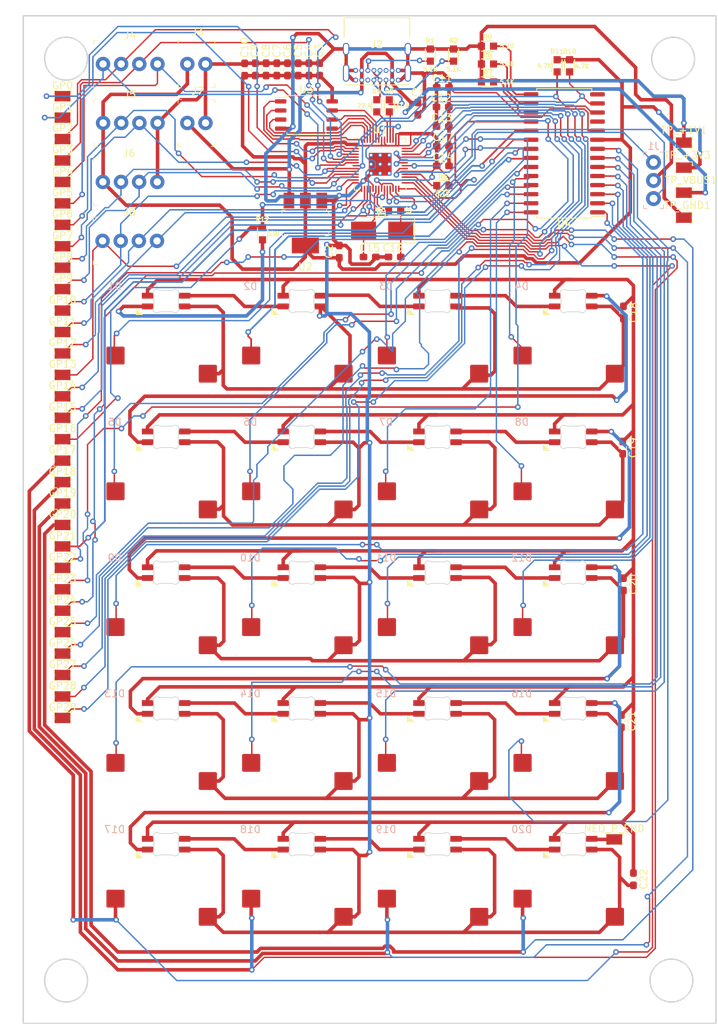
<source format=kicad_pcb>
(kicad_pcb (version 20221018) (generator pcbnew)
  (layers (0 "F.Cu" signal) (31 "B.Cu" signal) (34 "B.Paste" user) (35 "F.Paste" user) (36 "B.SilkS" user "B.Silkscreen") (37 "F.SilkS" user "F.Silkscreen") (38 "B.Mask" user) (39 "F.Mask" user) (44 "Edge.Cuts" user))
  (net 0 "")
  (net 1 "VBUS")
  (net 2 "GND")
  (net 3 "+3V3")
  (net 4 "+1V1")
  (net 5 "XIN")
  (net 6 "Net-(C16-Pad1)")
  (net 7 "Net-(J2-CC1)")
  (net 8 "USB_D+")
  (net 9 "USB_D-")
  (net 11 "Net-(J2-CC2)")
  (net 13 "XOUT")
  (net 14 "Net-(U1-USB_DP)")
  (net 15 "Net-(U1-USB_DM)")
  (net 16 "GPIO_27_ADC_1")
  (net 17 "QSPI_CS")
  (net 18 "QSPI_SD1")
  (net 19 "QSPI_SD2")
  (net 20 "QSPI_SD0")
  (net 21 "QSPI_CLK")
  (net 22 "QSPI_SD3")
  (net 23 "GPIO_0")
  (net 24 "GPIO_1")
  (net 25 "GPIO_2")
  (net 26 "GPIO_3")
  (net 27 "GPIO_4")
  (net 28 "GPIO_5")
  (net 29 "GPIO_6")
  (net 30 "GPIO_7")
  (net 31 "GPIO_8")
  (net 32 "GPIO_9")
  (net 33 "GPIO_10")
  (net 34 "GPIO_11")
  (net 35 "GPIO_12")
  (net 36 "GPIO_13")
  (net 37 "GPIO_14")
  (net 38 "GPIO_15")
  (net 39 "SWCLK")
  (net 40 "SWD")
  (net 41 "GPIO_16")
  (net 42 "GPIO_17")
  (net 43 "GPIO_18")
  (net 44 "GPIO_19")
  (net 45 "GPIO_20")
  (net 46 "GPIO_21")
  (net 47 "GPIO_22")
  (net 48 "GPIO_23")
  (net 49 "GPIO_24")
  (net 50 "GPIO_25")
  (net 51 "GPIO_26_ADC_0")
  (net 52 "GPIO_28_ADC_2")
  (net 53 "GPIO_29_ADC_3")
  (net 54 "Net-(D1-DOUT)")
  (net 55 "Net-(D1-DIN)")
  (net 56 "Net-(D2-DOUT)")
  (net 57 "Net-(D3-DOUT)")
  (net 58 "Net-(D4-DOUT)")
  (net 59 "Net-(D10-DIN)")
  (net 60 "Net-(D10-DOUT)")
  (net 61 "Net-(D11-DOUT)")
  (net 62 "Net-(D12-DOUT)")
  (net 63 "Net-(D13-DOUT)")
  (net 64 "Net-(D14-DOUT)")
  (net 65 "Net-(D15-DOUT)")
  (net 66 "Net-(D16-DOUT)")
  (net 67 "Net-(U4-A2)")
  (net 68 "Net-(U4-A1)")
  (net 69 "Net-(U4-A0)")
  (net 70 "GPA0")
  (net 71 "GPA1")
  (net 72 "GPA2")
  (net 73 "GPA3")
  (net 74 "GPA4")
  (net 75 "GPA5")
  (net 76 "GPA6")
  (net 77 "GPA7")
  (net 78 "GPB0")
  (net 79 "GPB1")
  (net 80 "GPB2")
  (net 81 "GPB3")
  (net 82 "GPB4")
  (net 83 "GPB5")
  (net 84 "GPB6")
  (net 85 "GPB7")
  (net 88 "Net-(D17-DOUT)")
  (net 89 "Net-(D18-DOUT)")
  (net 90 "Net-(D19-DOUT)")
  (net 91 "Net-(D5-DOUT)")
  (net 92 "Net-(D6-DOUT)")
  (net 93 "Net-(D7-DOUT)")
  (net 94 "Net-(D8-DOUT)")
  (net 95 "Net-(D20-DOUT)")
  (footprint "digikey-footprints:PROBE_PAD_0805" (layer "F.Cu") (at 60.5 78.25)
    (fp_text reference "GP4")
    (fp_text value "SPI0_RX")
  )
  (footprint "Capacitor_SMD:C_0603_1608Metric_Pad1.08x0.95mm_HandSolder" (layer "F.Cu") (at 92 62.5 90)
    (fp_text reference "C6")
    (fp_text value "100nF")
  )
  (footprint "digikey-footprints:PROBE_PAD_0805" (layer "F.Cu") (at 147.5 79.75)
    (fp_text reference "TP_VBUS1")
    (fp_text value "VBUS")
  )
  (footprint "digikey-footprints:PROBE_PAD_0805" (layer "F.Cu") (at 60.5 81.25)
    (fp_text reference "GP5")
    (fp_text value "SPI0_CS")
  )
  (footprint "PCM_4ms_Resistor:R_0603" (layer "F.Cu") (at 120 61.75)
    (fp_text reference "R8")
    (fp_text value "5.1K")
  )
  (footprint "digikey-footprints:PROBE_PAD_0805" (layer "F.Cu") (at 60.5 75.25)
    (fp_text reference "GP3")
    (fp_text value "SPI0_TX")
  )
  (footprint "digikey-footprints:PROBE_PAD_0805" (layer "F.Cu") (at 60.5 123.25)
    (fp_text reference "GP19")
    (fp_text value "SW19")
  )
  (footprint "Capacitor_SMD:C_0603_1608Metric_Pad1.08x0.95mm_HandSolder" (layer "F.Cu") (at 139.03125 96.51875 -90)
    (fp_text reference "C18")
    (fp_text value "100nF")
  )
  (footprint "PCM_4ms_Resistor:R_0603" (layer "F.Cu") (at 104.5 67.6 90)
    (fp_text reference "R4")
    (fp_text value "27.4")
  )
  (footprint "digikey-footprints:PinHeader_1x4_P2.54mm_Drill1.02mm" (layer "F.Cu") (at 66.145 78.25)
    (fp_text reference "J6")
    (fp_text value "0022232041")
  )
  (footprint "digikey-footprints:PROBE_PAD_0805" (layer "F.Cu") (at 60.5 102.25)
    (fp_text reference "GP12")
    (fp_text value "SPI1_RX")
  )
  (footprint "Capacitor_SMD:C_0603_1608Metric_Pad1.08x0.95mm_HandSolder" (layer "F.Cu") (at 110.25 68 -90)
    (fp_text reference "C1")
    (fp_text value "10uF")
  )
  (footprint "PCM_4ms_Resistor:R_0603" (layer "F.Cu") (at 106.25 67.6 90)
    (fp_text reference "R5")
    (fp_text value "27.4")
  )
  (footprint "PCM_4ms_Resistor:R_0603" (layer "F.Cu") (at 120 64.25)
    (fp_text reference "R7")
    (fp_text value "5.1K")
  )
  (footprint "digikey-footprints:PROBE_PAD_0805" (layer "F.Cu") (at 60.5 84.25)
    (fp_text reference "GP6")
    (fp_text value "I2C1_SDA")
  )
  (footprint "digikey-footprints:PROBE_PAD_0805" (layer "F.Cu") (at 60.5 129.25)
    (fp_text reference "GP21")
    (fp_text value "IO_EX_RES")
  )
  (footprint "digikey-footprints:PROBE_PAD_0805" (layer "F.Cu") (at 60.5 111.25)
    (fp_text reference "GP15")
    (fp_text value "INT_B")
  )
  (footprint "digikey-footprints:PROBE_PAD_0805" (layer "F.Cu") (at 60.5 141.25)
    (fp_text reference "GP25")
    (fp_text value "EMPTY")
  )
  (footprint "digikey-footprints:PROBE_PAD_0805" (layer "F.Cu") (at 60.5 150.25)
    (fp_text reference "GP28")
    (fp_text value "EMPTY")
  )
  (footprint "Package_SO:SOIC-28W_7.5x17.9mm_P1.27mm" (layer "F.Cu") (at 130.75 74.25 180)
    (fp_text reference "U4")
    (fp_text value "MCP23017_SO")
  )
  (footprint "Capacitor_SMD:C_0603_1608Metric_Pad1.08x0.95mm_HandSolder" (layer "F.Cu") (at 86 62.51875 90)
    (fp_text reference "C10")
    (fp_text value "1uF")
  )
  (footprint "digikey-footprints:PROBE_PAD_0805" (layer "F.Cu") (at 60.5 99.25)
    (fp_text reference "GP11")
    (fp_text value "SPI1_TX")
  )
  (footprint "Capacitor_SMD:C_0603_1608Metric_Pad1.08x0.95mm_HandSolder" (layer "F.Cu") (at 140.4375 175.8125 -90)
    (fp_text reference "C22")
    (fp_text value "100nF")
  )
  (footprint "digikey-footprints:PROBE_PAD_0805" (layer "F.Cu") (at 60.5 126.25)
    (fp_text reference "GP20")
    (fp_text value "SW20")
  )
  (footprint "digikey-footprints:PROBE_PAD_0805" (layer "F.Cu") (at 60.5 153.25)
    (fp_text reference "GP29")
    (fp_text value "EMPTY")
  )
  (footprint "digikey-footprints:PinHeader_1x2_P2.54mm_Drill1.02mm" (layer "F.Cu") (at 77.975 70)
    (fp_text reference "J7")
    (fp_text value "22-23-2021")
  )
  (footprint "digikey-footprints:PinHeader_1x4_P2.54mm_Drill1.02mm" (layer "F.Cu") (at 66.105 86.5)
    (fp_text reference "J8")
    (fp_text value "0022232041")
  )
  (footprint "Capacitor_SMD:C_0603_1608Metric_Pad1.08x0.95mm_HandSolder" (layer "F.Cu") (at 96.5 62.5 90)
    (fp_text reference "C3")
    (fp_text value "100nF")
  )
  (footprint "digikey-footprints:PROBE_PAD_0805" (layer "F.Cu") (at 60.5 87.25)
    (fp_text reference "GP7")
    (fp_text value "I2C1_SCK")
  )
  (footprint "PCM_4ms_Resistor:R_0603" (layer "F.Cu") (at 113.75 78.75 180)
    (fp_text reference "R6")
    (fp_text value "5.1K")
  )
  (footprint "PCM_4ms_Resistor:R_0603" (layer "F.Cu") (at 131.5 62 -90)
    (fp_text reference "R10")
    (fp_text value "4.7K")
  )
  (footprint "PCM_4ms_Resistor:R_0603" (layer "F.Cu") (at 88.5 85.5 -90)
    (fp_text reference "R12")
    (fp_text value "330")
  )
  (footprint "Package_SO:SOIC-8_5.23x5.23mm_P1.27mm" (layer "F.Cu") (at 94.65 68.885)
    (fp_text reference "U3")
    (fp_text value "W25Q128JVS")
  )
  (footprint "Connector_USB:USB_C_Receptacle_GCT_USB4085" (layer "F.Cu") (at 107.5 64 180)
    (fp_text reference "J2")
    (fp_text value "USB_C_Receptacle_USB2.0")
  )
  (footprint "digikey-footprints:PinHeader_1x4_P2.54mm_Drill1.02mm" (layer "F.Cu") (at 66.17 61.75)
    (fp_text reference "J4")
    (fp_text value "0022232041")
  )
  (footprint "Capacitor_SMD:C_0603_1608Metric_Pad1.08x0.95mm_HandSolder" (layer "F.Cu") (at 113.75 65)
    (fp_text reference "C11")
    (fp_text value "1uF")
  )
  (footprint "digikey-footprints:PROBE_PAD_0805" (layer "F.Cu") (at 60.5 69.25)
    (fp_text reference "GP1")
    (fp_text value "EMPTY")
  )
  (footprint "Capacitor_SMD:C_0603_1608Metric_Pad1.08x0.95mm_HandSolder" (layer "F.Cu") (at 90.5 62.5 90)
    (fp_text reference "C7")
    (fp_text value "100nF")
  )
  (footprint "PCM_4ms_Resistor:R_0603" (layer "F.Cu") (at 112 60.5 90)
    (fp_text reference "R1")
    (fp_text value "5.1K")
  )
  (footprint "digikey-footprints:PinHeader_1x4_P2.54mm_Drill1.02mm" (layer "F.Cu") (at 66.185 70)
    (fp_text reference "J5")
    (fp_text value "0022232041")
  )
  (footprint "digikey-footprints:PROBE_PAD_0805" (layer "F.Cu") (at 60.5 72.25)
    (fp_text reference "GP2")
    (fp_text value "SPI0_SCK")
  )
  (footprint "Capacitor_SMD:C_0603_1608Metric_Pad1.08x0.95mm_HandSolder" (layer "F.Cu") (at 113.75 73.25)
    (fp_text reference "C17")
    (fp_text value "100nF")
  )
  (footprint "Capacitor_SMD:C_0603_1608Metric_Pad1.08x0.95mm_HandSolder" (layer "F.Cu") (at 89 62.5 90)
    (fp_text reference "C8")
    (fp_text value "100nF")
  )
  (footprint "digikey-footprints:PROBE_PAD_0805" (layer "F.Cu") (at 60.5 132.25)
    (fp_text reference "GP22")
    (fp_text value "EMPTY")
  )
  (footprint "digikey-footprints:PROBE_PAD_0805" (layer "F.Cu") (at 60.5 120.25)
    (fp_text reference "GP18")
    (fp_text value "SW18")
  )
  (footprint "PCM_4ms_Resistor:R_0603" (layer "F.Cu") (at 120 59.25)
    (fp_text reference "R9")
    (fp_text value "5.1K")
  )
  (footprint "Capacitor_SMD:C_0603_1608Metric_Pad1.08x0.95mm_HandSolder" (layer "F.Cu") (at 138.75 153.70625 -90)
    (fp_text reference "C21")
    (fp_text value "100nF")
  )
  (footprint "Capacitor_SMD:C_0603_1608Metric_Pad1.08x0.95mm_HandSolder" (layer "F.Cu") (at 138.9375 115.4375 -90)
    (fp_text reference "C19")
    (fp_text value "100nF")
  )
  (footprint "digikey-footprints:PROBE_PAD_0805" (layer "F.Cu") (at 60.5 93.25)
    (fp_text reference "GP9")
    (fp_text value "I2C0_SCK")
  )
  (footprint "digikey-footprints:PROBE_PAD_0805" (layer "F.Cu") (at 60.5 108.25)
    (fp_text reference "GP14")
    (fp_text value "INT_A")
  )
  (footprint "com_rpi_rp2040:RP2040-QFN-56" (layer "F.Cu") (at 104.975 75.775)
    (fp_text reference "U1")
    (fp_text value "RP2040")
  )
  (footprint "digikey-footprints:PROBE_PAD_0805" (layer "F.Cu") (at 60.5 66.25)
    (fp_text reference "GP0")
    (fp_text value "EMPTY")
  )
  (footprint "digikey-footprints:PROBE_PAD_0805" (layer "F.Cu") (at 60.5 138.25)
    (fp_text reference "GP24")
    (fp_text value "EMPTY")
  )
  (footprint "Capacitor_SMD:C_0603_1608Metric_Pad1.08x0.95mm_HandSolder" (layer "F.Cu") (at 99.25 88 90)
    (fp_text reference "C2")
    (fp_text value "10uF")
  )
  (footprint "PCM_4ms_Resistor:R_0603" (layer "F.Cu") (at 129.75 62 -90)
    (fp_text reference "R11")
    (fp_text value "4.7K")
  )
  (footprint "Capacitor_SMD:C_0603_1608Metric_Pad1.08x0.95mm_HandSolder" (layer "F.Cu") (at 93.5 62.5 90)
    (fp_text reference "C5")
    (fp_text value "100nF")
  )
  (footprint "digikey-footprints:PROBE_PAD_0805" (layer "F.Cu") (at 60.5 105.25)
    (fp_text reference "GP13")
    (fp_text value "SPI1_CS")
  )
  (footprint "digikey-footprints:PROBE_PAD_0805" (layer "F.Cu") (at 147.5 83.25)
    (fp_text reference "TP_GND1")
    (fp_text value "GND")
  )
  (footprint "Capacitor_SMD:C_0603_1608Metric_Pad1.08x0.95mm_HandSolder" (layer "F.Cu") (at 113.75 76)
    (fp_text reference "C14")
    (fp_text value "100nF")
  )
  (footprint "digikey-footprints:PROBE_PAD_0805" (layer "F.Cu") (at 60.5 90.25)
    (fp_text reference "GP8")
    (fp_text value "I2C0_SDA")
  )
  (footprint "Capacitor_SMD:C_0603_1608Metric_Pad1.08x0.95mm_HandSolder" (layer "F.Cu") (at 103.5 88.75)
    (fp_text reference "C15")
    (fp_text value "27pF")
  )
  (footprint "Capacitor_SMD:C_0603_1608Metric_Pad1.08x0.95mm_HandSolder" (layer "F.Cu") (at 113.725 70.5)
    (fp_text reference "C13")
    (fp_text value "100nF")
  )
  (footprint "Capacitor_SMD:C_0603_1608Metric_Pad1.08x0.95mm_HandSolder" (layer "F.Cu") (at 139.03125 134.5625 -90)
    (fp_text reference "C20")
    (fp_text value "100nF")
  )
  (footprint "Capacitor_SMD:C_0603_1608Metric_Pad1.08x0.95mm_HandSolder" (layer "F.Cu") (at 113.725 67.75)
    (fp_text reference "C12")
    (fp_text value "100nF")
  )
  (footprint "digikey-footprints:PROBE_PAD_0805" (layer "F.Cu") (at 60.5 96.25)
    (fp_text reference "GP10")
    (fp_text value "SPI1_SCK")
  )
  (footprint "digikey-footprints:PROBE_PAD_0805" (layer "F.Cu") (at 147.5 72.75)
    (fp_text reference "TP_+1V1")
    (fp_text value "+1V1")
  )
  (footprint "digikey-footprints:PROBE_PAD_0805" (layer "F.Cu") (at 60.5 144.25)
    (fp_text reference "GP26")
    (fp_text value "EMPTY")
  )
  (footprint "digikey-footprints:PROBE_PAD_0805" (layer "F.Cu") (at 60.5 117.25)
    (fp_text reference "GP17")
    (fp_text value "SW17")
  )
  (footprint "PCM_4ms_Resistor:R_0603" (layer "F.Cu") (at 107 82.25 180)
    (fp_text reference "R3")
    (fp_text value "1K")
  )
  (footprint "digikey-footprints:PinHeader_1x2_P2.54mm_Drill1.02mm" (layer "F.Cu") (at 77.975 61.75)
    (fp_text reference "J3")
    (fp_text value "22-23-2021")
  )
  (footprint "Crystal:Crystal_SMD_5032-2Pin_5.0x3.2mm_HandSoldering" (layer "F.Cu") (at 105.25 85 180)
    (fp_text reference "Y1")
    (fp_text value "Crystal")
  )
  (footprint "digikey-footprints:PROBE_PAD_0805" (layer "F.Cu") (at 137.75 170.25)
    (fp_text reference "NEO_P_END")
    (fp_text value "NEO_P_END")
  )
  (footprint "Capacitor_SMD:C_0603_1608Metric_Pad1.08x0.95mm_HandSolder" (layer "F.Cu") (at 87.5 62.5 90)
    (fp_text reference "C9")
    (fp_text value "100nF")
  )
  (footprint "digikey-footprints:PROBE_PAD_0805" (layer "F.Cu") (at 60.5 147.25)
    (fp_text reference "GP27")
    (fp_text value "EMPTY")
  )
  (footprint "digikey-footprints:SOT-223" (layer "F.Cu") (at 94.5 84 180)
    (fp_text reference "U2")
    (fp_text value "AZ1117CH-3_3TRG1")
  )
  (footprint "digikey-footprints:PROBE_PAD_0805" (layer "F.Cu") (at 60.5 135.25)
    (fp_text reference "GP23")
    (fp_text value "EMPTY")
  )
  (footprint "Capacitor_SMD:C_0603_1608Metric_Pad1.08x0.95mm_HandSolder" (layer "F.Cu") (at 95 62.5 90)
    (fp_text reference "C4")
    (fp_text value "100nF")
  )
  (footprint "digikey-footprints:PROBE_PAD_0805" (layer "F.Cu") (at 147.5 76.25)
    (fp_text reference "TP_+3V3")
    (fp_text value "+3V3")
  )
  (footprint "PCM_4ms_Resistor:R_0603" (layer "F.Cu") (at 115.25 60.5 90)
    (fp_text reference "R2")
    (fp_text value "5.1K")
  )
  (footprint "Capacitor_SMD:C_0603_1608Metric_Pad1.08x0.95mm_HandSolder" (layer "F.Cu") (at 107 88.75 180)
    (fp_text reference "C16")
    (fp_text value "27pF")
  )
  (footprint "digikey-footprints:PROBE_PAD_0805" (layer "F.Cu") (at 60.5 114.25)
    (fp_text reference "GP16")
    (fp_text value "NEO_P")
  )
  (footprint "MX_Hotswap:MX-Hotswap-1U" (layer "B.Cu") (at 132 157)
    (fp_text reference "SW16")
    (fp_text value "SW_Push")
  )
  (footprint "com_github_ebastler_keyboard-parts:MX_SK6812MINI-E_REV" (layer "B.Cu") (at 132 157)
    (fp_text reference "D16")
    (fp_text value "SK6812MINI")
    (fp_line (start -1.699999 -5.782842) (end -1.699999 -4.377158) (stroke (width 0.1)) (layer "Edge.Cuts"))
    (fp_line (start -0.794452 -3.58) (end 0.794452 -3.58) (stroke (width 0.1)) (layer "Edge.Cuts"))
    (fp_line (start 0.794452 -6.579999) (end -0.794453 -6.579999) (stroke (width 0.1)) (layer "Edge.Cuts"))
    (fp_line (start 1.699999 -4.377158) (end 1.699999 -5.782842) (stroke (width 0.1)) (layer "Edge.Cuts"))
    (fp_arc (start -1.749484 -5.99972) (mid -1.712527 -5.894068) (end -1.699999 -5.782843) (stroke (width 0.1)) (layer "Edge.Cuts"))
    (fp_arc (start -1.749484 -5.99972) (mid -1.63807 -6.584034) (end -1.046711 -6.648298) (stroke (width 0.1)) (layer "Edge.Cuts"))
    (fp_arc (start -1.699999 -4.377158) (mid -1.712527 -4.265932) (end -1.749484 -4.16028) (stroke (width 0.1)) (layer "Edge.Cuts"))
    (fp_arc (start -1.046711 -3.511701) (mid -1.638072 -3.575966) (end -1.749484 -4.160281) (stroke (width 0.1)) (layer "Edge.Cuts"))
    (fp_arc (start -1.046711 -3.511701) (mid -0.925123 -3.562624) (end -0.794452 -3.58) (stroke (width 0.1)) (layer "Edge.Cuts"))
    (fp_arc (start -0.794453 -6.579999) (mid -0.925123 -6.597376) (end -1.046711 -6.648298) (stroke (width 0.1)) (layer "Edge.Cuts"))
    (fp_arc (start 0.794452 -3.58) (mid 0.925122 -3.562623) (end 1.04671 -3.511701) (stroke (width 0.1)) (layer "Edge.Cuts"))
    (fp_arc (start 1.046711 -6.648299) (mid 0.925123 -6.597377) (end 0.794453 -6.58) (stroke (width 0.1)) (layer "Edge.Cuts"))
    (fp_arc (start 1.046711 -6.648299) (mid 1.638071 -6.584036) (end 1.749484 -5.99972) (stroke (width 0.1)) (layer "Edge.Cuts"))
    (fp_arc (start 1.699999 -5.782842) (mid 1.712528 -5.894068) (end 1.749484 -5.99972) (stroke (width 0.1)) (layer "Edge.Cuts"))
    (fp_arc (start 1.749484 -4.16028) (mid 1.63807 -3.575966) (end 1.046711 -3.511703) (stroke (width 0.1)) (layer "Edge.Cuts"))
    (fp_arc (start 1.749484 -4.16028) (mid 1.712519 -4.265931) (end 1.699999 -4.377157) (stroke (width 0.1)) (layer "Edge.Cuts"))
  )
  (footprint "MX_Hotswap:MX-Hotswap-1U" (layer "B.Cu") (at 113 176)
    (fp_text reference "SW19")
    (fp_text value "SW_Push")
  )
  (footprint "MX_Hotswap:MX-Hotswap-1U" (layer "B.Cu") (at 94 176)
    (fp_text reference "SW18")
    (fp_text value "SW_Push")
  )
  (footprint "MX_Hotswap:MX-Hotswap-1U" (layer "B.Cu") (at 75 176)
    (fp_text reference "SW17")
    (fp_text value "SW_Push")
  )
  (footprint "MX_Hotswap:MX-Hotswap-1U" (layer "B.Cu") (at 94 100)
    (fp_text reference "SW2")
    (fp_text value "SW_Push")
  )
  (footprint "com_github_ebastler_keyboard-parts:MX_SK6812MINI-E_REV" (layer "B.Cu") (at 75 138)
    (fp_text reference "D9")
    (fp_text value "SK6812MINI")
    (fp_line (start -1.699999 -5.782842) (end -1.699999 -4.377158) (stroke (width 0.1)) (layer "Edge.Cuts"))
    (fp_line (start -0.794452 -3.58) (end 0.794452 -3.58) (stroke (width 0.1)) (layer "Edge.Cuts"))
    (fp_line (start 0.794452 -6.579999) (end -0.794453 -6.579999) (stroke (width 0.1)) (layer "Edge.Cuts"))
    (fp_line (start 1.699999 -4.377158) (end 1.699999 -5.782842) (stroke (width 0.1)) (layer "Edge.Cuts"))
    (fp_arc (start -1.749484 -5.99972) (mid -1.712527 -5.894068) (end -1.699999 -5.782843) (stroke (width 0.1)) (layer "Edge.Cuts"))
    (fp_arc (start -1.749484 -5.99972) (mid -1.63807 -6.584034) (end -1.046711 -6.648298) (stroke (width 0.1)) (layer "Edge.Cuts"))
    (fp_arc (start -1.699999 -4.377158) (mid -1.712527 -4.265932) (end -1.749484 -4.16028) (stroke (width 0.1)) (layer "Edge.Cuts"))
    (fp_arc (start -1.046711 -3.511701) (mid -1.638072 -3.575966) (end -1.749484 -4.160281) (stroke (width 0.1)) (layer "Edge.Cuts"))
    (fp_arc (start -1.046711 -3.511701) (mid -0.925123 -3.562624) (end -0.794452 -3.58) (stroke (width 0.1)) (layer "Edge.Cuts"))
    (fp_arc (start -0.794453 -6.579999) (mid -0.925123 -6.597376) (end -1.046711 -6.648298) (stroke (width 0.1)) (layer "Edge.Cuts"))
    (fp_arc (start 0.794452 -3.58) (mid 0.925122 -3.562623) (end 1.04671 -3.511701) (stroke (width 0.1)) (layer "Edge.Cuts"))
    (fp_arc (start 1.046711 -6.648299) (mid 0.925123 -6.597377) (end 0.794453 -6.58) (stroke (width 0.1)) (layer "Edge.Cuts"))
    (fp_arc (start 1.046711 -6.648299) (mid 1.638071 -6.584036) (end 1.749484 -5.99972) (stroke (width 0.1)) (layer "Edge.Cuts"))
    (fp_arc (start 1.699999 -5.782842) (mid 1.712528 -5.894068) (end 1.749484 -5.99972) (stroke (width 0.1)) (layer "Edge.Cuts"))
    (fp_arc (start 1.749484 -4.16028) (mid 1.63807 -3.575966) (end 1.046711 -3.511703) (stroke (width 0.1)) (layer "Edge.Cuts"))
    (fp_arc (start 1.749484 -4.16028) (mid 1.712519 -4.265931) (end 1.699999 -4.377157) (stroke (width 0.1)) (layer "Edge.Cuts"))
  )
  (footprint "MX_Hotswap:MX-Hotswap-1U" (layer "B.Cu") (at 113 100)
    (fp_text reference "SW3")
    (fp_text value "SW_Push")
  )
  (footprint "com_github_ebastler_keyboard-parts:MX_SK6812MINI-E_REV" (layer "B.Cu") (at 94 119)
    (fp_text reference "D6")
    (fp_text value "SK6812MINI")
    (fp_line (start -1.699999 -5.782842) (end -1.699999 -4.377158) (stroke (width 0.1)) (layer "Edge.Cuts"))
    (fp_line (start -0.794452 -3.58) (end 0.794452 -3.58) (stroke (width 0.1)) (layer "Edge.Cuts"))
    (fp_line (start 0.794452 -6.579999) (end -0.794453 -6.579999) (stroke (width 0.1)) (layer "Edge.Cuts"))
    (fp_line (start 1.699999 -4.377158) (end 1.699999 -5.782842) (stroke (width 0.1)) (layer "Edge.Cuts"))
    (fp_arc (start -1.749484 -5.99972) (mid -1.712527 -5.894068) (end -1.699999 -5.782843) (stroke (width 0.1)) (layer "Edge.Cuts"))
    (fp_arc (start -1.749484 -5.99972) (mid -1.63807 -6.584034) (end -1.046711 -6.648298) (stroke (width 0.1)) (layer "Edge.Cuts"))
    (fp_arc (start -1.699999 -4.377158) (mid -1.712527 -4.265932) (end -1.749484 -4.16028) (stroke (width 0.1)) (layer "Edge.Cuts"))
    (fp_arc (start -1.046711 -3.511701) (mid -1.638072 -3.575966) (end -1.749484 -4.160281) (stroke (width 0.1)) (layer "Edge.Cuts"))
    (fp_arc (start -1.046711 -3.511701) (mid -0.925123 -3.562624) (end -0.794452 -3.58) (stroke (width 0.1)) (layer "Edge.Cuts"))
    (fp_arc (start -0.794453 -6.579999) (mid -0.925123 -6.597376) (end -1.046711 -6.648298) (stroke (width 0.1)) (layer "Edge.Cuts"))
    (fp_arc (start 0.794452 -3.58) (mid 0.925122 -3.562623) (end 1.04671 -3.511701) (stroke (width 0.1)) (layer "Edge.Cuts"))
    (fp_arc (start 1.046711 -6.648299) (mid 0.925123 -6.597377) (end 0.794453 -6.58) (stroke (width 0.1)) (layer "Edge.Cuts"))
    (fp_arc (start 1.046711 -6.648299) (mid 1.638071 -6.584036) (end 1.749484 -5.99972) (stroke (width 0.1)) (layer "Edge.Cuts"))
    (fp_arc (start 1.699999 -5.782842) (mid 1.712528 -5.894068) (end 1.749484 -5.99972) (stroke (width 0.1)) (layer "Edge.Cuts"))
    (fp_arc (start 1.749484 -4.16028) (mid 1.63807 -3.575966) (end 1.046711 -3.511703) (stroke (width 0.1)) (layer "Edge.Cuts"))
    (fp_arc (start 1.749484 -4.16028) (mid 1.712519 -4.265931) (end 1.699999 -4.377157) (stroke (width 0.1)) (layer "Edge.Cuts"))
  )
  (footprint "MX_Hotswap:MX-Hotswap-1U" (layer "B.Cu") (at 113 119)
    (fp_text reference "SW7")
    (fp_text value "SW_Push")
  )
  (footprint "com_github_ebastler_keyboard-parts:MX_SK6812MINI-E_REV" (layer "B.Cu") (at 75 157)
    (fp_text reference "D13")
    (fp_text value "SK6812MINI")
    (fp_line (start -1.699999 -5.782842) (end -1.699999 -4.377158) (stroke (width 0.1)) (layer "Edge.Cuts"))
    (fp_line (start -0.794452 -3.58) (end 0.794452 -3.58) (stroke (width 0.1)) (layer "Edge.Cuts"))
    (fp_line (start 0.794452 -6.579999) (end -0.794453 -6.579999) (stroke (width 0.1)) (layer "Edge.Cuts"))
    (fp_line (start 1.699999 -4.377158) (end 1.699999 -5.782842) (stroke (width 0.1)) (layer "Edge.Cuts"))
    (fp_arc (start -1.749484 -5.99972) (mid -1.712527 -5.894068) (end -1.699999 -5.782843) (stroke (width 0.1)) (layer "Edge.Cuts"))
    (fp_arc (start -1.749484 -5.99972) (mid -1.63807 -6.584034) (end -1.046711 -6.648298) (stroke (width 0.1)) (layer "Edge.Cuts"))
    (fp_arc (start -1.699999 -4.377158) (mid -1.712527 -4.265932) (end -1.749484 -4.16028) (stroke (width 0.1)) (layer "Edge.Cuts"))
    (fp_arc (start -1.046711 -3.511701) (mid -1.638072 -3.575966) (end -1.749484 -4.160281) (stroke (width 0.1)) (layer "Edge.Cuts"))
    (fp_arc (start -1.046711 -3.511701) (mid -0.925123 -3.562624) (end -0.794452 -3.58) (stroke (width 0.1)) (layer "Edge.Cuts"))
    (fp_arc (start -0.794453 -6.579999) (mid -0.925123 -6.597376) (end -1.046711 -6.648298) (stroke (width 0.1)) (layer "Edge.Cuts"))
    (fp_arc (start 0.794452 -3.58) (mid 0.925122 -3.562623) (end 1.04671 -3.511701) (stroke (width 0.1)) (layer "Edge.Cuts"))
    (fp_arc (start 1.046711 -6.648299) (mid 0.925123 -6.597377) (end 0.794453 -6.58) (stroke (width 0.1)) (layer "Edge.Cuts"))
    (fp_arc (start 1.046711 -6.648299) (mid 1.638071 -6.584036) (end 1.749484 -5.99972) (stroke (width 0.1)) (layer "Edge.Cuts"))
    (fp_arc (start 1.699999 -5.782842) (mid 1.712528 -5.894068) (end 1.749484 -5.99972) (stroke (width 0.1)) (layer "Edge.Cuts"))
    (fp_arc (start 1.749484 -4.16028) (mid 1.63807 -3.575966) (end 1.046711 -3.511703) (stroke (width 0.1)) (layer "Edge.Cuts"))
    (fp_arc (start 1.749484 -4.16028) (mid 1.712519 -4.265931) (end 1.699999 -4.377157) (stroke (width 0.1)) (layer "Edge.Cuts"))
  )
  (footprint "MX_Hotswap:MX-Hotswap-1U" (layer "B.Cu") (at 113 138)
    (fp_text reference "SW11")
    (fp_text value "SW_Push")
  )
  (footprint "com_github_ebastler_keyboard-parts:MX_SK6812MINI-E_REV" (layer "B.Cu") (at 132 119)
    (fp_text reference "D8")
    (fp_text value "SK6812MINI")
    (fp_line (start -1.699999 -5.782842) (end -1.699999 -4.377158) (stroke (width 0.1)) (layer "Edge.Cuts"))
    (fp_line (start -0.794452 -3.58) (end 0.794452 -3.58) (stroke (width 0.1)) (layer "Edge.Cuts"))
    (fp_line (start 0.794452 -6.579999) (end -0.794453 -6.579999) (stroke (width 0.1)) (layer "Edge.Cuts"))
    (fp_line (start 1.699999 -4.377158) (end 1.699999 -5.782842) (stroke (width 0.1)) (layer "Edge.Cuts"))
    (fp_arc (start -1.749484 -5.99972) (mid -1.712527 -5.894068) (end -1.699999 -5.782843) (stroke (width 0.1)) (layer "Edge.Cuts"))
    (fp_arc (start -1.749484 -5.99972) (mid -1.63807 -6.584034) (end -1.046711 -6.648298) (stroke (width 0.1)) (layer "Edge.Cuts"))
    (fp_arc (start -1.699999 -4.377158) (mid -1.712527 -4.265932) (end -1.749484 -4.16028) (stroke (width 0.1)) (layer "Edge.Cuts"))
    (fp_arc (start -1.046711 -3.511701) (mid -1.638072 -3.575966) (end -1.749484 -4.160281) (stroke (width 0.1)) (layer "Edge.Cuts"))
    (fp_arc (start -1.046711 -3.511701) (mid -0.925123 -3.562624) (end -0.794452 -3.58) (stroke (width 0.1)) (layer "Edge.Cuts"))
    (fp_arc (start -0.794453 -6.579999) (mid -0.925123 -6.597376) (end -1.046711 -6.648298) (stroke (width 0.1)) (layer "Edge.Cuts"))
    (fp_arc (start 0.794452 -3.58) (mid 0.925122 -3.562623) (end 1.04671 -3.511701) (stroke (width 0.1)) (layer "Edge.Cuts"))
    (fp_arc (start 1.046711 -6.648299) (mid 0.925123 -6.597377) (end 0.794453 -6.58) (stroke (width 0.1)) (layer "Edge.Cuts"))
    (fp_arc (start 1.046711 -6.648299) (mid 1.638071 -6.584036) (end 1.749484 -5.99972) (stroke (width 0.1)) (layer "Edge.Cuts"))
    (fp_arc (start 1.699999 -5.782842) (mid 1.712528 -5.894068) (end 1.749484 -5.99972) (stroke (width 0.1)) (layer "Edge.Cuts"))
    (fp_arc (start 1.749484 -4.16028) (mid 1.63807 -3.575966) (end 1.046711 -3.511703) (stroke (width 0.1)) (layer "Edge.Cuts"))
    (fp_arc (start 1.749484 -4.16028) (mid 1.712519 -4.265931) (end 1.699999 -4.377157) (stroke (width 0.1)) (layer "Edge.Cuts"))
  )
  (footprint "MX_Hotswap:MX-Hotswap-1U" (layer "B.Cu") (at 113 157)
    (fp_text reference "SW15")
    (fp_text value "SW_Push")
  )
  (footprint "MX_Hotswap:MX-Hotswap-1U" (layer "B.Cu") (at 132 176)
    (fp_text reference "SW20")
    (fp_text value "SW_Push")
  )
  (footprint "com_github_ebastler_keyboard-parts:MX_SK6812MINI-E_REV" (layer "B.Cu") (at 132 138)
    (fp_text reference "D12")
    (fp_text value "SK6812MINI")
    (fp_line (start -1.699999 -5.782842) (end -1.699999 -4.377158) (stroke (width 0.1)) (layer "Edge.Cuts"))
    (fp_line (start -0.794452 -3.58) (end 0.794452 -3.58) (stroke (width 0.1)) (layer "Edge.Cuts"))
    (fp_line (start 0.794452 -6.579999) (end -0.794453 -6.579999) (stroke (width 0.1)) (layer "Edge.Cuts"))
    (fp_line (start 1.699999 -4.377158) (end 1.699999 -5.782842) (stroke (width 0.1)) (layer "Edge.Cuts"))
    (fp_arc (start -1.749484 -5.99972) (mid -1.712527 -5.894068) (end -1.699999 -5.782843) (stroke (width 0.1)) (layer "Edge.Cuts"))
    (fp_arc (start -1.749484 -5.99972) (mid -1.63807 -6.584034) (end -1.046711 -6.648298) (stroke (width 0.1)) (layer "Edge.Cuts"))
    (fp_arc (start -1.699999 -4.377158) (mid -1.712527 -4.265932) (end -1.749484 -4.16028) (stroke (width 0.1)) (layer "Edge.Cuts"))
    (fp_arc (start -1.046711 -3.511701) (mid -1.638072 -3.575966) (end -1.749484 -4.160281) (stroke (width 0.1)) (layer "Edge.Cuts"))
    (fp_arc (start -1.046711 -3.511701) (mid -0.925123 -3.562624) (end -0.794452 -3.58) (stroke (width 0.1)) (layer "Edge.Cuts"))
    (fp_arc (start -0.794453 -6.579999) (mid -0.925123 -6.597376) (end -1.046711 -6.648298) (stroke (width 0.1)) (layer "Edge.Cuts"))
    (fp_arc (start 0.794452 -3.58) (mid 0.925122 -3.562623) (end 1.04671 -3.511701) (stroke (width 0.1)) (layer "Edge.Cuts"))
    (fp_arc (start 1.046711 -6.648299) (mid 0.925123 -6.597377) (end 0.794453 -6.58) (stroke (width 0.1)) (layer "Edge.Cuts"))
    (fp_arc (start 1.046711 -6.648299) (mid 1.638071 -6.584036) (end 1.749484 -5.99972) (stroke (width 0.1)) (layer "Edge.Cuts"))
    (fp_arc (start 1.699999 -5.782842) (mid 1.712528 -5.894068) (end 1.749484 -5.99972) (stroke (width 0.1)) (layer "Edge.Cuts"))
    (fp_arc (start 1.749484 -4.16028) (mid 1.63807 -3.575966) (end 1.046711 -3.511703) (stroke (width 0.1)) (layer "Edge.Cuts"))
    (fp_arc (start 1.749484 -4.16028) (mid 1.712519 -4.265931) (end 1.699999 -4.377157) (stroke (width 0.1)) (layer "Edge.Cuts"))
  )
  (footprint "MX_Hotswap:MX-Hotswap-1U" (layer "B.Cu") (at 75 119)
    (fp_text reference "SW5")
    (fp_text value "SW_Push")
  )
  (footprint "com_github_ebastler_keyboard-parts:MX_SK6812MINI-E_REV" (layer "B.Cu") (at 75 100)
    (fp_text reference "D1")
    (fp_text value "SK6812MINI")
    (fp_line (start -1.699999 -5.782842) (end -1.699999 -4.377158) (stroke (width 0.1)) (layer "Edge.Cuts"))
    (fp_line (start -0.794452 -3.58) (end 0.794452 -3.58) (stroke (width 0.1)) (layer "Edge.Cuts"))
    (fp_line (start 0.794452 -6.579999) (end -0.794453 -6.579999) (stroke (width 0.1)) (layer "Edge.Cuts"))
    (fp_line (start 1.699999 -4.377158) (end 1.699999 -5.782842) (stroke (width 0.1)) (layer "Edge.Cuts"))
    (fp_arc (start -1.749484 -5.99972) (mid -1.712527 -5.894068) (end -1.699999 -5.782843) (stroke (width 0.1)) (layer "Edge.Cuts"))
    (fp_arc (start -1.749484 -5.99972) (mid -1.63807 -6.584034) (end -1.046711 -6.648298) (stroke (width 0.1)) (layer "Edge.Cuts"))
    (fp_arc (start -1.699999 -4.377158) (mid -1.712527 -4.265932) (end -1.749484 -4.16028) (stroke (width 0.1)) (layer "Edge.Cuts"))
    (fp_arc (start -1.046711 -3.511701) (mid -1.638072 -3.575966) (end -1.749484 -4.160281) (stroke (width 0.1)) (layer "Edge.Cuts"))
    (fp_arc (start -1.046711 -3.511701) (mid -0.925123 -3.562624) (end -0.794452 -3.58) (stroke (width 0.1)) (layer "Edge.Cuts"))
    (fp_arc (start -0.794453 -6.579999) (mid -0.925123 -6.597376) (end -1.046711 -6.648298) (stroke (width 0.1)) (layer "Edge.Cuts"))
    (fp_arc (start 0.794452 -3.58) (mid 0.925122 -3.562623) (end 1.04671 -3.511701) (stroke (width 0.1)) (layer "Edge.Cuts"))
    (fp_arc (start 1.046711 -6.648299) (mid 0.925123 -6.597377) (end 0.794453 -6.58) (stroke (width 0.1)) (layer "Edge.Cuts"))
    (fp_arc (start 1.046711 -6.648299) (mid 1.638071 -6.584036) (end 1.749484 -5.99972) (stroke (width 0.1)) (layer "Edge.Cuts"))
    (fp_arc (start 1.699999 -5.782842) (mid 1.712528 -5.894068) (end 1.749484 -5.99972) (stroke (width 0.1)) (layer "Edge.Cuts"))
    (fp_arc (start 1.749484 -4.16028) (mid 1.63807 -3.575966) (end 1.046711 -3.511703) (stroke (width 0.1)) (layer "Edge.Cuts"))
    (fp_arc (start 1.749484 -4.16028) (mid 1.712519 -4.265931) (end 1.699999 -4.377157) (stroke (width 0.1)) (layer "Edge.Cuts"))
  )
  (footprint "MX_Hotswap:MX-Hotswap-1U" (layer "B.Cu") (at 94 119)
    (fp_text reference "SW6")
    (fp_text value "SW_Push")
  )
  (footprint "com_github_ebastler_keyboard-parts:MX_SK6812MINI-E_REV" (layer "B.Cu") (at 113 138)
    (fp_text reference "D11")
    (fp_text value "SK6812MINI")
    (fp_line (start -1.699999 -5.782842) (end -1.699999 -4.377158) (stroke (width 0.1)) (layer "Edge.Cuts"))
    (fp_line (start -0.794452 -3.58) (end 0.794452 -3.58) (stroke (width 0.1)) (layer "Edge.Cuts"))
    (fp_line (start 0.794452 -6.579999) (end -0.794453 -6.579999) (stroke (width 0.1)) (layer "Edge.Cuts"))
    (fp_line (start 1.699999 -4.377158) (end 1.699999 -5.782842) (stroke (width 0.1)) (layer "Edge.Cuts"))
    (fp_arc (start -1.749484 -5.99972) (mid -1.712527 -5.894068) (end -1.699999 -5.782843) (stroke (width 0.1)) (layer "Edge.Cuts"))
    (fp_arc (start -1.749484 -5.99972) (mid -1.63807 -6.584034) (end -1.046711 -6.648298) (stroke (width 0.1)) (layer "Edge.Cuts"))
    (fp_arc (start -1.699999 -4.377158) (mid -1.712527 -4.265932) (end -1.749484 -4.16028) (stroke (width 0.1)) (layer "Edge.Cuts"))
    (fp_arc (start -1.046711 -3.511701) (mid -1.638072 -3.575966) (end -1.749484 -4.160281) (stroke (width 0.1)) (layer "Edge.Cuts"))
    (fp_arc (start -1.046711 -3.511701) (mid -0.925123 -3.562624) (end -0.794452 -3.58) (stroke (width 0.1)) (layer "Edge.Cuts"))
    (fp_arc (start -0.794453 -6.579999) (mid -0.925123 -6.597376) (end -1.046711 -6.648298) (stroke (width 0.1)) (layer "Edge.Cuts"))
    (fp_arc (start 0.794452 -3.58) (mid 0.925122 -3.562623) (end 1.04671 -3.511701) (stroke (width 0.1)) (layer "Edge.Cuts"))
    (fp_arc (start 1.046711 -6.648299) (mid 0.925123 -6.597377) (end 0.794453 -6.58) (stroke (width 0.1)) (layer "Edge.Cuts"))
    (fp_arc (start 1.046711 -6.648299) (mid 1.638071 -6.584036) (end 1.749484 -5.99972) (stroke (width 0.1)) (layer "Edge.Cuts"))
    (fp_arc (start 1.699999 -5.782842) (mid 1.712528 -5.894068) (end 1.749484 -5.99972) (stroke (width 0.1)) (layer "Edge.Cuts"))
    (fp_arc (start 1.749484 -4.16028) (mid 1.63807 -3.575966) (end 1.046711 -3.511703) (stroke (width 0.1)) (layer "Edge.Cuts"))
    (fp_arc (start 1.749484 -4.16028) (mid 1.712519 -4.265931) (end 1.699999 -4.377157) (stroke (width 0.1)) (layer "Edge.Cuts"))
  )
  (footprint "com_github_ebastler_keyboard-parts:MX_SK6812MINI-E_REV" (layer "B.Cu") (at 113 157)
    (fp_text reference "D15")
    (fp_text value "SK6812MINI")
    (fp_line (start -1.699999 -5.782842) (end -1.699999 -4.377158) (stroke (width 0.1)) (layer "Edge.Cuts"))
    (fp_line (start -0.794452 -3.58) (end 0.794452 -3.58) (stroke (width 0.1)) (layer "Edge.Cuts"))
    (fp_line (start 0.794452 -6.579999) (end -0.794453 -6.579999) (stroke (width 0.1)) (layer "Edge.Cuts"))
    (fp_line (start 1.699999 -4.377158) (end 1.699999 -5.782842) (stroke (width 0.1)) (layer "Edge.Cuts"))
    (fp_arc (start -1.749484 -5.99972) (mid -1.712527 -5.894068) (end -1.699999 -5.782843) (stroke (width 0.1)) (layer "Edge.Cuts"))
    (fp_arc (start -1.749484 -5.99972) (mid -1.63807 -6.584034) (end -1.046711 -6.648298) (stroke (width 0.1)) (layer "Edge.Cuts"))
    (fp_arc (start -1.699999 -4.377158) (mid -1.712527 -4.265932) (end -1.749484 -4.16028) (stroke (width 0.1)) (layer "Edge.Cuts"))
    (fp_arc (start -1.046711 -3.511701) (mid -1.638072 -3.575966) (end -1.749484 -4.160281) (stroke (width 0.1)) (layer "Edge.Cuts"))
    (fp_arc (start -1.046711 -3.511701) (mid -0.925123 -3.562624) (end -0.794452 -3.58) (stroke (width 0.1)) (layer "Edge.Cuts"))
    (fp_arc (start -0.794453 -6.579999) (mid -0.925123 -6.597376) (end -1.046711 -6.648298) (stroke (width 0.1)) (layer "Edge.Cuts"))
    (fp_arc (start 0.794452 -3.58) (mid 0.925122 -3.562623) (end 1.04671 -3.511701) (stroke (width 0.1)) (layer "Edge.Cuts"))
    (fp_arc (start 1.046711 -6.648299) (mid 0.925123 -6.597377) (end 0.794453 -6.58) (stroke (width 0.1)) (layer "Edge.Cuts"))
    (fp_arc (start 1.046711 -6.648299) (mid 1.638071 -6.584036) (end 1.749484 -5.99972) (stroke (width 0.1)) (layer "Edge.Cuts"))
    (fp_arc (start 1.699999 -5.782842) (mid 1.712528 -5.894068) (end 1.749484 -5.99972) (stroke (width 0.1)) (layer "Edge.Cuts"))
    (fp_arc (start 1.749484 -4.16028) (mid 1.63807 -3.575966) (end 1.046711 -3.511703) (stroke (width 0.1)) (layer "Edge.Cuts"))
    (fp_arc (start 1.749484 -4.16028) (mid 1.712519 -4.265931) (end 1.699999 -4.377157) (stroke (width 0.1)) (layer "Edge.Cuts"))
  )
  (footprint "com_github_ebastler_keyboard-parts:MX_SK6812MINI-E_REV" (layer "B.Cu") (at 75 119)
    (fp_text reference "D5")
    (fp_text value "SK6812MINI")
    (fp_line (start -1.699999 -5.782842) (end -1.699999 -4.377158) (stroke (width 0.1)) (layer "Edge.Cuts"))
    (fp_line (start -0.794452 -3.58) (end 0.794452 -3.58) (stroke (width 0.1)) (layer "Edge.Cuts"))
    (fp_line (start 0.794452 -6.579999) (end -0.794453 -6.579999) (stroke (width 0.1)) (layer "Edge.Cuts"))
    (fp_line (start 1.699999 -4.377158) (end 1.699999 -5.782842) (stroke (width 0.1)) (layer "Edge.Cuts"))
    (fp_arc (start -1.749484 -5.99972) (mid -1.712527 -5.894068) (end -1.699999 -5.782843) (stroke (width 0.1)) (layer "Edge.Cuts"))
    (fp_arc (start -1.749484 -5.99972) (mid -1.63807 -6.584034) (end -1.046711 -6.648298) (stroke (width 0.1)) (layer "Edge.Cuts"))
    (fp_arc (start -1.699999 -4.377158) (mid -1.712527 -4.265932) (end -1.749484 -4.16028) (stroke (width 0.1)) (layer "Edge.Cuts"))
    (fp_arc (start -1.046711 -3.511701) (mid -1.638072 -3.575966) (end -1.749484 -4.160281) (stroke (width 0.1)) (layer "Edge.Cuts"))
    (fp_arc (start -1.046711 -3.511701) (mid -0.925123 -3.562624) (end -0.794452 -3.58) (stroke (width 0.1)) (layer "Edge.Cuts"))
    (fp_arc (start -0.794453 -6.579999) (mid -0.925123 -6.597376) (end -1.046711 -6.648298) (stroke (width 0.1)) (layer "Edge.Cuts"))
    (fp_arc (start 0.794452 -3.58) (mid 0.925122 -3.562623) (end 1.04671 -3.511701) (stroke (width 0.1)) (layer "Edge.Cuts"))
    (fp_arc (start 1.046711 -6.648299) (mid 0.925123 -6.597377) (end 0.794453 -6.58) (stroke (width 0.1)) (layer "Edge.Cuts"))
    (fp_arc (start 1.046711 -6.648299) (mid 1.638071 -6.584036) (end 1.749484 -5.99972) (stroke (width 0.1)) (layer "Edge.Cuts"))
    (fp_arc (start 1.699999 -5.782842) (mid 1.712528 -5.894068) (end 1.749484 -5.99972) (stroke (width 0.1)) (layer "Edge.Cuts"))
    (fp_arc (start 1.749484 -4.16028) (mid 1.63807 -3.575966) (end 1.046711 -3.511703) (stroke (width 0.1)) (layer "Edge.Cuts"))
    (fp_arc (start 1.749484 -4.16028) (mid 1.712519 -4.265931) (end 1.699999 -4.377157) (stroke (width 0.1)) (layer "Edge.Cuts"))
  )
  (footprint "MX_Hotswap:MX-Hotswap-1U" (layer "B.Cu") (at 75 100)
    (fp_text reference "SW1")
    (fp_text value "SW_Push")
  )
  (footprint "com_github_ebastler_keyboard-parts:MX_SK6812MINI-E_REV" (layer "B.Cu") (at 94 157)
    (fp_text reference "D14")
    (fp_text value "SK6812MINI")
    (fp_line (start -1.699999 -5.782842) (end -1.699999 -4.377158) (stroke (width 0.1)) (layer "Edge.Cuts"))
    (fp_line (start -0.794452 -3.58) (end 0.794452 -3.58) (stroke (width 0.1)) (layer "Edge.Cuts"))
    (fp_line (start 0.794452 -6.579999) (end -0.794453 -6.579999) (stroke (width 0.1)) (layer "Edge.Cuts"))
    (fp_line (start 1.699999 -4.377158) (end 1.699999 -5.782842) (stroke (width 0.1)) (layer "Edge.Cuts"))
    (fp_arc (start -1.749484 -5.99972) (mid -1.712527 -5.894068) (end -1.699999 -5.782843) (stroke (width 0.1)) (layer "Edge.Cuts"))
    (fp_arc (start -1.749484 -5.99972) (mid -1.63807 -6.584034) (end -1.046711 -6.648298) (stroke (width 0.1)) (layer "Edge.Cuts"))
    (fp_arc (start -1.699999 -4.377158) (mid -1.712527 -4.265932) (end -1.749484 -4.16028) (stroke (width 0.1)) (layer "Edge.Cuts"))
    (fp_arc (start -1.046711 -3.511701) (mid -1.638072 -3.575966) (end -1.749484 -4.160281) (stroke (width 0.1)) (layer "Edge.Cuts"))
    (fp_arc (start -1.046711 -3.511701) (mid -0.925123 -3.562624) (end -0.794452 -3.58) (stroke (width 0.1)) (layer "Edge.Cuts"))
    (fp_arc (start -0.794453 -6.579999) (mid -0.925123 -6.597376) (end -1.046711 -6.648298) (stroke (width 0.1)) (layer "Edge.Cuts"))
    (fp_arc (start 0.794452 -3.58) (mid 0.925122 -3.562623) (end 1.04671 -3.511701) (stroke (width 0.1)) (layer "Edge.Cuts"))
    (fp_arc (start 1.046711 -6.648299) (mid 0.925123 -6.597377) (end 0.794453 -6.58) (stroke (width 0.1)) (layer "Edge.Cuts"))
    (fp_arc (start 1.046711 -6.648299) (mid 1.638071 -6.584036) (end 1.749484 -5.99972) (stroke (width 0.1)) (layer "Edge.Cuts"))
    (fp_arc (start 1.699999 -5.782842) (mid 1.712528 -5.894068) (end 1.749484 -5.99972) (stroke (width 0.1)) (layer "Edge.Cuts"))
    (fp_arc (start 1.749484 -4.16028) (mid 1.63807 -3.575966) (end 1.046711 -3.511703) (stroke (width 0.1)) (layer "Edge.Cuts"))
    (fp_arc (start 1.749484 -4.16028) (mid 1.712519 -4.265931) (end 1.699999 -4.377157) (stroke (width 0.1)) (layer "Edge.Cuts"))
  )
  (footprint "com_github_ebastler_keyboard-parts:MX_SK6812MINI-E_REV" (layer "B.Cu") (at 132 176)
    (fp_text reference "D20")
    (fp_text value "SK6812MINI")
    (fp_line (start -1.699999 -5.782842) (end -1.699999 -4.377158) (stroke (width 0.1)) (layer "Edge.Cuts"))
    (fp_line (start -0.794452 -3.58) (end 0.794452 -3.58) (stroke (width 0.1)) (layer "Edge.Cuts"))
    (fp_line (start 0.794452 -6.579999) (end -0.794453 -6.579999) (stroke (width 0.1)) (layer "Edge.Cuts"))
    (fp_line (start 1.699999 -4.377158) (end 1.699999 -5.782842) (stroke (width 0.1)) (layer "Edge.Cuts"))
    (fp_arc (start -1.749484 -5.99972) (mid -1.712527 -5.894068) (end -1.699999 -5.782843) (stroke (width 0.1)) (layer "Edge.Cuts"))
    (fp_arc (start -1.749484 -5.99972) (mid -1.63807 -6.584034) (end -1.046711 -6.648298) (stroke (width 0.1)) (layer "Edge.Cuts"))
    (fp_arc (start -1.699999 -4.377158) (mid -1.712527 -4.265932) (end -1.749484 -4.16028) (stroke (width 0.1)) (layer "Edge.Cuts"))
    (fp_arc (start -1.046711 -3.511701) (mid -1.638072 -3.575966) (end -1.749484 -4.160281) (stroke (width 0.1)) (layer "Edge.Cuts"))
    (fp_arc (start -1.046711 -3.511701) (mid -0.925123 -3.562624) (end -0.794452 -3.58) (stroke (width 0.1)) (layer "Edge.Cuts"))
    (fp_arc (start -0.794453 -6.579999) (mid -0.925123 -6.597376) (end -1.046711 -6.648298) (stroke (width 0.1)) (layer "Edge.Cuts"))
    (fp_arc (start 0.794452 -3.58) (mid 0.925122 -3.562623) (end 1.04671 -3.511701) (stroke (width 0.1)) (layer "Edge.Cuts"))
    (fp_arc (start 1.046711 -6.648299) (mid 0.925123 -6.597377) (end 0.794453 -6.58) (stroke (width 0.1)) (layer "Edge.Cuts"))
    (fp_arc (start 1.046711 -6.648299) (mid 1.638071 -6.584036) (end 1.749484 -5.99972) (stroke (width 0.1)) (layer "Edge.Cuts"))
    (fp_arc (start 1.699999 -5.782842) (mid 1.712528 -5.894068) (end 1.749484 -5.99972) (stroke (width 0.1)) (layer "Edge.Cuts"))
    (fp_arc (start 1.749484 -4.16028) (mid 1.63807 -3.575966) (end 1.046711 -3.511703) (stroke (width 0.1)) (layer "Edge.Cuts"))
    (fp_arc (start 1.749484 -4.16028) (mid 1.712519 -4.265931) (end 1.699999 -4.377157) (stroke (width 0.1)) (layer "Edge.Cuts"))
  )
  (footprint "com_github_ebastler_keyboard-parts:MX_SK6812MINI-E_REV" (layer "B.Cu") (at 113 100)
    (fp_text reference "D3")
    (fp_text value "SK6812MINI")
    (fp_line (start -1.699999 -5.782842) (end -1.699999 -4.377158) (stroke (width 0.1)) (layer "Edge.Cuts"))
    (fp_line (start -0.794452 -3.58) (end 0.794452 -3.58) (stroke (width 0.1)) (layer "Edge.Cuts"))
    (fp_line (start 0.794452 -6.579999) (end -0.794453 -6.579999) (stroke (width 0.1)) (layer "Edge.Cuts"))
    (fp_line (start 1.699999 -4.377158) (end 1.699999 -5.782842) (stroke (width 0.1)) (layer "Edge.Cuts"))
    (fp_arc (start -1.749484 -5.99972) (mid -1.712527 -5.894068) (end -1.699999 -5.782843) (stroke (width 0.1)) (layer "Edge.Cuts"))
    (fp_arc (start -1.749484 -5.99972) (mid -1.63807 -6.584034) (end -1.046711 -6.648298) (stroke (width 0.1)) (layer "Edge.Cuts"))
    (fp_arc (start -1.699999 -4.377158) (mid -1.712527 -4.265932) (end -1.749484 -4.16028) (stroke (width 0.1)) (layer "Edge.Cuts"))
    (fp_arc (start -1.046711 -3.511701) (mid -1.638072 -3.575966) (end -1.749484 -4.160281) (stroke (width 0.1)) (layer "Edge.Cuts"))
    (fp_arc (start -1.046711 -3.511701) (mid -0.925123 -3.562624) (end -0.794452 -3.58) (stroke (width 0.1)) (layer "Edge.Cuts"))
    (fp_arc (start -0.794453 -6.579999) (mid -0.925123 -6.597376) (end -1.046711 -6.648298) (stroke (width 0.1)) (layer "Edge.Cuts"))
    (fp_arc (start 0.794452 -3.58) (mid 0.925122 -3.562623) (end 1.04671 -3.511701) (stroke (width 0.1)) (layer "Edge.Cuts"))
    (fp_arc (start 1.046711 -6.648299) (mid 0.925123 -6.597377) (end 0.794453 -6.58) (stroke (width 0.1)) (layer "Edge.Cuts"))
    (fp_arc (start 1.046711 -6.648299) (mid 1.638071 -6.584036) (end 1.749484 -5.99972) (stroke (width 0.1)) (layer "Edge.Cuts"))
    (fp_arc (start 1.699999 -5.782842) (mid 1.712528 -5.894068) (end 1.749484 -5.99972) (stroke (width 0.1)) (layer "Edge.Cuts"))
    (fp_arc (start 1.749484 -4.16028) (mid 1.63807 -3.575966) (end 1.046711 -3.511703) (stroke (width 0.1)) (layer "Edge.Cuts"))
    (fp_arc (start 1.749484 -4.16028) (mid 1.712519 -4.265931) (end 1.699999 -4.377157) (stroke (width 0.1)) (layer "Edge.Cuts"))
  )
  (footprint "com_github_ebastler_keyboard-parts:MX_SK6812MINI-E_REV" (layer "B.Cu") (at 75 176)
    (fp_text reference "D17")
    (fp_text value "SK6812MINI")
    (fp_line (start -1.699999 -5.782842) (end -1.699999 -4.377158) (stroke (width 0.1)) (layer "Edge.Cuts"))
    (fp_line (start -0.794452 -3.58) (end 0.794452 -3.58) (stroke (width 0.1)) (layer "Edge.Cuts"))
    (fp_line (start 0.794452 -6.579999) (end -0.794453 -6.579999) (stroke (width 0.1)) (layer "Edge.Cuts"))
    (fp_line (start 1.699999 -4.377158) (end 1.699999 -5.782842) (stroke (width 0.1)) (layer "Edge.Cuts"))
    (fp_arc (start -1.749484 -5.99972) (mid -1.712527 -5.894068) (end -1.699999 -5.782843) (stroke (width 0.1)) (layer "Edge.Cuts"))
    (fp_arc (start -1.749484 -5.99972) (mid -1.63807 -6.584034) (end -1.046711 -6.648298) (stroke (width 0.1)) (layer "Edge.Cuts"))
    (fp_arc (start -1.699999 -4.377158) (mid -1.712527 -4.265932) (end -1.749484 -4.16028) (stroke (width 0.1)) (layer "Edge.Cuts"))
    (fp_arc (start -1.046711 -3.511701) (mid -1.638072 -3.575966) (end -1.749484 -4.160281) (stroke (width 0.1)) (layer "Edge.Cuts"))
    (fp_arc (start -1.046711 -3.511701) (mid -0.925123 -3.562624) (end -0.794452 -3.58) (stroke (width 0.1)) (layer "Edge.Cuts"))
    (fp_arc (start -0.794453 -6.579999) (mid -0.925123 -6.597376) (end -1.046711 -6.648298) (stroke (width 0.1)) (layer "Edge.Cuts"))
    (fp_arc (start 0.794452 -3.58) (mid 0.925122 -3.562623) (end 1.04671 -3.511701) (stroke (width 0.1)) (layer "Edge.Cuts"))
    (fp_arc (start 1.046711 -6.648299) (mid 0.925123 -6.597377) (end 0.794453 -6.58) (stroke (width 0.1)) (layer "Edge.Cuts"))
    (fp_arc (start 1.046711 -6.648299) (mid 1.638071 -6.584036) (end 1.749484 -5.99972) (stroke (width 0.1)) (layer "Edge.Cuts"))
    (fp_arc (start 1.699999 -5.782842) (mid 1.712528 -5.894068) (end 1.749484 -5.99972) (stroke (width 0.1)) (layer "Edge.Cuts"))
    (fp_arc (start 1.749484 -4.16028) (mid 1.63807 -3.575966) (end 1.046711 -3.511703) (stroke (width 0.1)) (layer "Edge.Cuts"))
    (fp_arc (start 1.749484 -4.16028) (mid 1.712519 -4.265931) (end 1.699999 -4.377157) (stroke (width 0.1)) (layer "Edge.Cuts"))
  )
  (footprint "com_github_ebastler_keyboard-parts:MX_SK6812MINI-E_REV" (layer "B.Cu") (at 94 176)
    (fp_text reference "D18")
    (fp_text value "SK6812MINI")
    (fp_line (start -1.699999 -5.782842) (end -1.699999 -4.377158) (stroke (width 0.1)) (layer "Edge.Cuts"))
    (fp_line (start -0.794452 -3.58) (end 0.794452 -3.58) (stroke (width 0.1)) (layer "Edge.Cuts"))
    (fp_line (start 0.794452 -6.579999) (end -0.794453 -6.579999) (stroke (width 0.1)) (layer "Edge.Cuts"))
    (fp_line (start 1.699999 -4.377158) (end 1.699999 -5.782842) (stroke (width 0.1)) (layer "Edge.Cuts"))
    (fp_arc (start -1.749484 -5.99972) (mid -1.712527 -5.894068) (end -1.699999 -5.782843) (stroke (width 0.1)) (layer "Edge.Cuts"))
    (fp_arc (start -1.749484 -5.99972) (mid -1.63807 -6.584034) (end -1.046711 -6.648298) (stroke (width 0.1)) (layer "Edge.Cuts"))
    (fp_arc (start -1.699999 -4.377158) (mid -1.712527 -4.265932) (end -1.749484 -4.16028) (stroke (width 0.1)) (layer "Edge.Cuts"))
    (fp_arc (start -1.046711 -3.511701) (mid -1.638072 -3.575966) (end -1.749484 -4.160281) (stroke (width 0.1)) (layer "Edge.Cuts"))
    (fp_arc (start -1.046711 -3.511701) (mid -0.925123 -3.562624) (end -0.794452 -3.58) (stroke (width 0.1)) (layer "Edge.Cuts"))
    (fp_arc (start -0.794453 -6.579999) (mid -0.925123 -6.597376) (end -1.046711 -6.648298) (stroke (width 0.1)) (layer "Edge.Cuts"))
    (fp_arc (start 0.794452 -3.58) (mid 0.925122 -3.562623) (end 1.04671 -3.511701) (stroke (width 0.1)) (layer "Edge.Cuts"))
    (fp_arc (start 1.046711 -6.648299) (mid 0.925123 -6.597377) (end 0.794453 -6.58) (stroke (width 0.1)) (layer "Edge.Cuts"))
    (fp_arc (start 1.046711 -6.648299) (mid 1.638071 -6.584036) (end 1.749484 -5.99972) (stroke (width 0.1)) (layer "Edge.Cuts"))
    (fp_arc (start 1.699999 -5.782842) (mid 1.712528 -5.894068) (end 1.749484 -5.99972) (stroke (width 0.1)) (layer "Edge.Cuts"))
    (fp_arc (start 1.749484 -4.16028) (mid 1.63807 -3.575966) (end 1.046711 -3.511703) (stroke (width 0.1)) (layer "Edge.Cuts"))
    (fp_arc (start 1.749484 -4.16028) (mid 1.712519 -4.265931) (end 1.699999 -4.377157) (stroke (width 0.1)) (layer "Edge.Cuts"))
  )
  (footprint "com_github_ebastler_keyboard-parts:MX_SK6812MINI-E_REV" (layer "B.Cu") (at 94 138)
    (fp_text reference "D10")
    (fp_text value "SK6812MINI")
    (fp_line (start -1.699999 -5.782842) (end -1.699999 -4.377158) (stroke (width 0.1)) (layer "Edge.Cuts"))
    (fp_line (start -0.794452 -3.58) (end 0.794452 -3.58) (stroke (width 0.1)) (layer "Edge.Cuts"))
    (fp_line (start 0.794452 -6.579999) (end -0.794453 -6.579999) (stroke (width 0.1)) (layer "Edge.Cuts"))
    (fp_line (start 1.699999 -4.377158) (end 1.699999 -5.782842) (stroke (width 0.1)) (layer "Edge.Cuts"))
    (fp_arc (start -1.749484 -5.99972) (mid -1.712527 -5.894068) (end -1.699999 -5.782843) (stroke (width 0.1)) (layer "Edge.Cuts"))
    (fp_arc (start -1.749484 -5.99972) (mid -1.63807 -6.584034) (end -1.046711 -6.648298) (stroke (width 0.1)) (layer "Edge.Cuts"))
    (fp_arc (start -1.699999 -4.377158) (mid -1.712527 -4.265932) (end -1.749484 -4.16028) (stroke (width 0.1)) (layer "Edge.Cuts"))
    (fp_arc (start -1.046711 -3.511701) (mid -1.638072 -3.575966) (end -1.749484 -4.160281) (stroke (width 0.1)) (layer "Edge.Cuts"))
    (fp_arc (start -1.046711 -3.511701) (mid -0.925123 -3.562624) (end -0.794452 -3.58) (stroke (width 0.1)) (layer "Edge.Cuts"))
    (fp_arc (start -0.794453 -6.579999) (mid -0.925123 -6.597376) (end -1.046711 -6.648298) (stroke (width 0.1)) (layer "Edge.Cuts"))
    (fp_arc (start 0.794452 -3.58) (mid 0.925122 -3.562623) (end 1.04671 -3.511701) (stroke (width 0.1)) (layer "Edge.Cuts"))
    (fp_arc (start 1.046711 -6.648299) (mid 0.925123 -6.597377) (end 0.794453 -6.58) (stroke (width 0.1)) (layer "Edge.Cuts"))
    (fp_arc (start 1.046711 -6.648299) (mid 1.638071 -6.584036) (end 1.749484 -5.99972) (stroke (width 0.1)) (layer "Edge.Cuts"))
    (fp_arc (start 1.699999 -5.782842) (mid 1.712528 -5.894068) (end 1.749484 -5.99972) (stroke (width 0.1)) (layer "Edge.Cuts"))
    (fp_arc (start 1.749484 -4.16028) (mid 1.63807 -3.575966) (end 1.046711 -3.511703) (stroke (width 0.1)) (layer "Edge.Cuts"))
    (fp_arc (start 1.749484 -4.16028) (mid 1.712519 -4.265931) (end 1.699999 -4.377157) (stroke (width 0.1)) (layer "Edge.Cuts"))
  )
  (footprint "digikey-footprints:PinHeader_1x3_P2.54_Drill1.1mm" (layer "B.Cu") (at 143.25 80.58 90)
    (fp_text reference "J1")
    (fp_text value "640456-3")
  )
  (footprint "com_github_ebastler_keyboard-parts:MX_SK6812MINI-E_REV" (layer "B.Cu") (at 132 100)
    (fp_text reference "D4")
    (fp_text value "SK6812MINI")
    (fp_line (start -1.699999 -5.782842) (end -1.699999 -4.377158) (stroke (width 0.1)) (layer "Edge.Cuts"))
    (fp_line (start -0.794452 -3.58) (end 0.794452 -3.58) (stroke (width 0.1)) (layer "Edge.Cuts"))
    (fp_line (start 0.794452 -6.579999) (end -0.794453 -6.579999) (stroke (width 0.1)) (layer "Edge.Cuts"))
    (fp_line (start 1.699999 -4.377158) (end 1.699999 -5.782842) (stroke (width 0.1)) (layer "Edge.Cuts"))
    (fp_arc (start -1.749484 -5.99972) (mid -1.712527 -5.894068) (end -1.699999 -5.782843) (stroke (width 0.1)) (layer "Edge.Cuts"))
    (fp_arc (start -1.749484 -5.99972) (mid -1.63807 -6.584034) (end -1.046711 -6.648298) (stroke (width 0.1)) (layer "Edge.Cuts"))
    (fp_arc (start -1.699999 -4.377158) (mid -1.712527 -4.265932) (end -1.749484 -4.16028) (stroke (width 0.1)) (layer "Edge.Cuts"))
    (fp_arc (start -1.046711 -3.511701) (mid -1.638072 -3.575966) (end -1.749484 -4.160281) (stroke (width 0.1)) (layer "Edge.Cuts"))
    (fp_arc (start -1.046711 -3.511701) (mid -0.925123 -3.562624) (end -0.794452 -3.58) (stroke (width 0.1)) (layer "Edge.Cuts"))
    (fp_arc (start -0.794453 -6.579999) (mid -0.925123 -6.597376) (end -1.046711 -6.648298) (stroke (width 0.1)) (layer "Edge.Cuts"))
    (fp_arc (start 0.794452 -3.58) (mid 0.925122 -3.562623) (end 1.04671 -3.511701) (stroke (width 0.1)) (layer "Edge.Cuts"))
    (fp_arc (start 1.046711 -6.648299) (mid 0.925123 -6.597377) (end 0.794453 -6.58) (stroke (width 0.1)) (layer "Edge.Cuts"))
    (fp_arc (start 1.046711 -6.648299) (mid 1.638071 -6.584036) (end 1.749484 -5.99972) (stroke (width 0.1)) (layer "Edge.Cuts"))
    (fp_arc (start 1.699999 -5.782842) (mid 1.712528 -5.894068) (end 1.749484 -5.99972) (stroke (width 0.1)) (layer "Edge.Cuts"))
    (fp_arc (start 1.749484 -4.16028) (mid 1.63807 -3.575966) (end 1.046711 -3.511703) (stroke (width 0.1)) (layer "Edge.Cuts"))
    (fp_arc (start 1.749484 -4.16028) (mid 1.712519 -4.265931) (end 1.699999 -4.377157) (stroke (width 0.1)) (layer "Edge.Cuts"))
  )
  (footprint "MX_Hotswap:MX-Hotswap-1U" (layer "B.Cu") (at 94 157)
    (fp_text reference "SW14")
    (fp_text value "SW_Push")
  )
  (footprint "MX_Hotswap:MX-Hotswap-1U" (layer "B.Cu") (at 94 138)
    (fp_text reference "SW10")
    (fp_text value "SW_Push")
  )
  (footprint "MX_Hotswap:MX-Hotswap-1U" (layer "B.Cu") (at 132 100)
    (fp_text reference "SW4")
    (fp_text value "SW_Push")
  )
  (footprint "com_github_ebastler_keyboard-parts:MX_SK6812MINI-E_REV" (layer "B.Cu") (at 113 176)
    (fp_text reference "D19")
    (fp_text value "SK6812MINI")
    (fp_line (start -1.699999 -5.782842) (end -1.699999 -4.377158) (stroke (width 0.1)) (layer "Edge.Cuts"))
    (fp_line (start -0.794452 -3.58) (end 0.794452 -3.58) (stroke (width 0.1)) (layer "Edge.Cuts"))
    (fp_line (start 0.794452 -6.579999) (end -0.794453 -6.579999) (stroke (width 0.1)) (layer "Edge.Cuts"))
    (fp_line (start 1.699999 -4.377158) (end 1.699999 -5.782842) (stroke (width 0.1)) (layer "Edge.Cuts"))
    (fp_arc (start -1.749484 -5.99972) (mid -1.712527 -5.894068) (end -1.699999 -5.782843) (stroke (width 0.1)) (layer "Edge.Cuts"))
    (fp_arc (start -1.749484 -5.99972) (mid -1.63807 -6.584034) (end -1.046711 -6.648298) (stroke (width 0.1)) (layer "Edge.Cuts"))
    (fp_arc (start -1.699999 -4.377158) (mid -1.712527 -4.265932) (end -1.749484 -4.16028) (stroke (width 0.1)) (layer "Edge.Cuts"))
    (fp_arc (start -1.046711 -3.511701) (mid -1.638072 -3.575966) (end -1.749484 -4.160281) (stroke (width 0.1)) (layer "Edge.Cuts"))
    (fp_arc (start -1.046711 -3.511701) (mid -0.925123 -3.562624) (end -0.794452 -3.58) (stroke (width 0.1)) (layer "Edge.Cuts"))
    (fp_arc (start -0.794453 -6.579999) (mid -0.925123 -6.597376) (end -1.046711 -6.648298) (stroke (width 0.1)) (layer "Edge.Cuts"))
    (fp_arc (start 0.794452 -3.58) (mid 0.925122 -3.562623) (end 1.04671 -3.511701) (stroke (width 0.1)) (layer "Edge.Cuts"))
    (fp_arc (start 1.046711 -6.648299) (mid 0.925123 -6.597377) (end 0.794453 -6.58) (stroke (width 0.1)) (layer "Edge.Cuts"))
    (fp_arc (start 1.046711 -6.648299) (mid 1.638071 -6.584036) (end 1.749484 -5.99972) (stroke (width 0.1)) (layer "Edge.Cuts"))
    (fp_arc (start 1.699999 -5.782842) (mid 1.712528 -5.894068) (end 1.749484 -5.99972) (stroke (width 0.1)) (layer "Edge.Cuts"))
    (fp_arc (start 1.749484 -4.16028) (mid 1.63807 -3.575966) (end 1.046711 -3.511703) (stroke (width 0.1)) (layer "Edge.Cuts"))
    (fp_arc (start 1.749484 -4.16028) (mid 1.712519 -4.265931) (end 1.699999 -4.377157) (stroke (width 0.1)) (layer "Edge.Cuts"))
  )
  (footprint "MX_Hotswap:MX-Hotswap-1U" (layer "B.Cu") (at 132 138)
    (fp_text reference "SW12")
    (fp_text value "SW_Push")
  )
  (footprint "com_github_ebastler_keyboard-parts:MX_SK6812MINI-E_REV" (layer "B.Cu") (at 113 119)
    (fp_text reference "D7")
    (fp_text value "SK6812MINI")
    (fp_line (start -1.699999 -5.782842) (end -1.699999 -4.377158) (stroke (width 0.1)) (layer "Edge.Cuts"))
    (fp_line (start -0.794452 -3.58) (end 0.794452 -3.58) (stroke (width 0.1)) (layer "Edge.Cuts"))
    (fp_line (start 0.794452 -6.579999) (end -0.794453 -6.579999) (stroke (width 0.1)) (layer "Edge.Cuts"))
    (fp_line (start 1.699999 -4.377158) (end 1.699999 -5.782842) (stroke (width 0.1)) (layer "Edge.Cuts"))
    (fp_arc (start -1.749484 -5.99972) (mid -1.712527 -5.894068) (end -1.699999 -5.782843) (stroke (width 0.1)) (layer "Edge.Cuts"))
    (fp_arc (start -1.749484 -5.99972) (mid -1.63807 -6.584034) (end -1.046711 -6.648298) (stroke (width 0.1)) (layer "Edge.Cuts"))
    (fp_arc (start -1.699999 -4.377158) (mid -1.712527 -4.265932) (end -1.749484 -4.16028) (stroke (width 0.1)) (layer "Edge.Cuts"))
    (fp_arc (start -1.046711 -3.511701) (mid -1.638072 -3.575966) (end -1.749484 -4.160281) (stroke (width 0.1)) (layer "Edge.Cuts"))
    (fp_arc (start -1.046711 -3.511701) (mid -0.925123 -3.562624) (end -0.794452 -3.58) (stroke (width 0.1)) (layer "Edge.Cuts"))
    (fp_arc (start -0.794453 -6.579999) (mid -0.925123 -6.597376) (end -1.046711 -6.648298) (stroke (width 0.1)) (layer "Edge.Cuts"))
    (fp_arc (start 0.794452 -3.58) (mid 0.925122 -3.562623) (end 1.04671 -3.511701) (stroke (width 0.1)) (layer "Edge.Cuts"))
    (fp_arc (start 1.046711 -6.648299) (mid 0.925123 -6.597377) (end 0.794453 -6.58) (stroke (width 0.1)) (layer "Edge.Cuts"))
    (fp_arc (start 1.046711 -6.648299) (mid 1.638071 -6.584036) (end 1.749484 -5.99972) (stroke (width 0.1)) (layer "Edge.Cuts"))
    (fp_arc (start 1.699999 -5.782842) (mid 1.712528 -5.894068) (end 1.749484 -5.99972) (stroke (width 0.1)) (layer "Edge.Cuts"))
    (fp_arc (start 1.749484 -4.16028) (mid 1.63807 -3.575966) (end 1.046711 -3.511703) (stroke (width 0.1)) (layer "Edge.Cuts"))
    (fp_arc (start 1.749484 -4.16028) (mid 1.712519 -4.265931) (end 1.699999 -4.377157) (stroke (width 0.1)) (layer "Edge.Cuts"))
  )
  (footprint "MX_Hotswap:MX-Hotswap-1U" (layer "B.Cu") (at 75 157)
    (fp_text reference "SW13")
    (fp_text value "SW_Push")
  )
  (footprint "MX_Hotswap:MX-Hotswap-1U" (layer "B.Cu") (at 132 119)
    (fp_text reference "SW8")
    (fp_text value "SW_Push")
  )
  (footprint "com_github_ebastler_keyboard-parts:MX_SK6812MINI-E_REV" (layer "B.Cu") (at 94 100)
    (fp_text reference "D2")
    (fp_text value "SK6812MINI")
    (fp_line (start -1.699999 -5.782842) (end -1.699999 -4.377158) (stroke (width 0.1)) (layer "Edge.Cuts"))
    (fp_line (start -0.794452 -3.58) (end 0.794452 -3.58) (stroke (width 0.1)) (layer "Edge.Cuts"))
    (fp_line (start 0.794452 -6.579999) (end -0.794453 -6.579999) (stroke (width 0.1)) (layer "Edge.Cuts"))
    (fp_line (start 1.699999 -4.377158) (end 1.699999 -5.782842) (stroke (width 0.1)) (layer "Edge.Cuts"))
    (fp_arc (start -1.749484 -5.99972) (mid -1.712527 -5.894068) (end -1.699999 -5.782843) (stroke (width 0.1)) (layer "Edge.Cuts"))
    (fp_arc (start -1.749484 -5.99972) (mid -1.63807 -6.584034) (end -1.046711 -6.648298) (stroke (width 0.1)) (layer "Edge.Cuts"))
    (fp_arc (start -1.699999 -4.377158) (mid -1.712527 -4.265932) (end -1.749484 -4.16028) (stroke (width 0.1)) (layer "Edge.Cuts"))
    (fp_arc (start -1.046711 -3.511701) (mid -1.638072 -3.575966) (end -1.749484 -4.160281) (stroke (width 0.1)) (layer "Edge.Cuts"))
    (fp_arc (start -1.046711 -3.511701) (mid -0.925123 -3.562624) (end -0.794452 -3.58) (stroke (width 0.1)) (layer "Edge.Cuts"))
    (fp_arc (start -0.794453 -6.579999) (mid -0.925123 -6.597376) (end -1.046711 -6.648298) (stroke (width 0.1)) (layer "Edge.Cuts"))
    (fp_arc (start 0.794452 -3.58) (mid 0.925122 -3.562623) (end 1.04671 -3.511701) (stroke (width 0.1)) (layer "Edge.Cuts"))
    (fp_arc (start 1.046711 -6.648299) (mid 0.925123 -6.597377) (end 0.794453 -6.58) (stroke (width 0.1)) (layer "Edge.Cuts"))
    (fp_arc (start 1.046711 -6.648299) (mid 1.638071 -6.584036) (end 1.749484 -5.99972) (stroke (width 0.1)) (layer "Edge.Cuts"))
    (fp_arc (start 1.699999 -5.782842) (mid 1.712528 -5.894068) (end 1.749484 -5.99972) (stroke (width 0.1)) (layer "Edge.Cuts"))
    (fp_arc (start 1.749484 -4.16028) (mid 1.63807 -3.575966) (end 1.046711 -3.511703) (stroke (width 0.1)) (layer "Edge.Cuts"))
    (fp_arc (start 1.749484 -4.16028) (mid 1.712519 -4.265931) (end 1.699999 -4.377157) (stroke (width 0.1)) (layer "Edge.Cuts"))
  )
  (footprint "MX_Hotswap:MX-Hotswap-1U" (layer "B.Cu") (at 75 138)
    (fp_text reference "SW9")
    (fp_text value "SW_Push")
  )
  (gr_circle (center 61 190) (end 64 190) (stroke (width 0.2)) (fill none) (layer "Edge.Cuts"))
  (gr_circle (center 61 61) (end 64 61) (stroke (width 0.2)) (fill none) (layer "Edge.Cuts"))
  (gr_circle (center 145.75 190) (end 148.75 190) (stroke (width 0.2)) (fill none) (layer "Edge.Cuts"))
  (gr_circle (center 146 61) (end 149 61) (stroke (width 0.2)) (fill none) (layer "Edge.Cuts"))
  (gr_rect (start 55 55) (end 152 196) (stroke (width 0.2)) (fill none) (layer "Edge.Cuts"))
  (segment (start 138.9375 110.84375) (end 140.4375 109.34375) (width 0.5) (layer "F.Cu") (net 1))
  (segment (start 92.625 129.875) (end 91.4 131.1) (width 0.5) (layer "F.Cu") (net 1))
  (segment (start 140.4375 153.78125) (end 140.4375 166.25) (width 0.5) (layer "F.Cu") (net 1))
  (segment (start 113.625 167.84375) (end 112 167.84375) (width 0.5) (layer "F.Cu") (net 1))
  (segment (start 140.4375 166.25) (end 138.84375 167.84375) (width 0.5) (layer "F.Cu") (net 1))
  (segment (start 138.9375 114.575) (end 140.4375 113.075) (width 0.5) (layer "F.Cu") (net 1))
  (segment (start 140.4375 147.5) (end 140.4375 145.8125) (width 0.5) (layer "F.Cu") (net 1))
  (segment (start 139.03125 148.90625) (end 140.4375 147.5) (width 0.5) (layer "F.Cu") (net 1))
  (segment (start 140.4375 92.75) (end 139.59375 91.90625) (width 0.5) (layer "F.Cu") (net 1))
  (segment (start 92.75 91.90625) (end 73.84375 91.90625) (width 0.5) (layer "F.Cu") (net 1))
  (segment (start 129.4 150.85) (end 131.34375 148.90625) (width 0.5) (layer "F.Cu") (net 1))
  (segment (start 110.4 94.17) (end 110.4 93.1) (width 0.5) (layer "F.Cu") (net 1))
  (segment (start 92.34375 91.90625) (end 91.4 92.85) (width 0.5) (layer "F.Cu") (net 1))
  (segment (start 73.15625 167.84375) (end 72.4 168.6) (width 0.5) (layer "F.Cu") (net 1))
  (segment (start 113.4375 129.875) (end 112.695 129.875) (width 0.25) (layer "F.Cu") (net 1))
  (segment (start 106.65 62.65) (end 106.65 64) (width 0.5) (layer "F.Cu") (net 1))
  (segment (start 106.65 64.494974) (end 109.292526 67.1375) (width 0.5) (layer "F.Cu") (net 1))
  (segment (start 139.03125 95.65625) (end 140.4375 94.25) (width 0.5) (layer "F.Cu") (net 1))
  (segment (start 111.375 129.875) (end 110.4 130.85) (width 0.5) (layer "F.Cu") (net 1))
  (segment (start 113.53125 148.90625) (end 112.66375 148.90625) (width 0.25) (layer "F.Cu") (net 1))
  (segment (start 132.375 110.84375) (end 112.875 110.84375) (width 0.5) (layer "F.Cu") (net 1))
  (segment (start 91.4 112.35) (end 92.90625 110.84375) (width 0.5) (layer "F.Cu") (net 1))
  (segment (start 113.34375 91.90625) (end 112.66375 91.90625) (width 0.25) (layer "F.Cu") (net 1))
  (segment (start 140.4375 111.3125) (end 140.4375 109.34375) (width 0.5) (layer "F.Cu") (net 1))
  (segment (start 138.84375 129.875) (end 140.34375 128.375) (width 0.5) (layer "F.Cu") (net 1))
  (segment (start 138.9375 148.90625) (end 139.03125 148.90625) (width 0.25) (layer "F.Cu") (net 1))
  (segment (start 92.25 80.8) (end 92.2 80.85) (width 0.5) (layer "F.Cu") (net 1))
  (segment (start 106.65 64) (end 106.65 64.494974) (width 0.5) (layer "F.Cu") (net 1))
  (segment (start 73.84375 91.90625) (end 72.4 93.35) (width 0.5) (layer "F.Cu") (net 1))
  (segment (start 138.75 152.84375) (end 140.4375 151.15625) (width 0.5) (layer "F.Cu") (net 1))
  (segment (start 113.625 167.84375) (end 112.72625 167.84375) (width 0.25) (layer "F.Cu") (net 1))
  (segment (start 140.34375 128.375) (end 140.4375 128.375) (width 0.25) (layer "F.Cu") (net 1))
  (segment (start 111.59375 91.90625) (end 112.75 91.90625) (width 0.5) (layer "F.Cu") (net 1))
  (segment (start 132.09375 148.90625) (end 138.9375 148.90625) (width 0.5) (layer "F.Cu") (net 1))
  (segment (start 110.4 170.17) (end 110.4 169.44375) (width 0.5) (layer "F.Cu") (net 1))
  (segment (start 94.40625 167.84375) (end 93.5 167.84375) (width 0.5) (layer "F.Cu") (net 1))
  (segment (start 140.4375 128.375) (end 140.4375 111.3125) (width 0.5) (layer "F.Cu") (net 1))
  (segment (start 91.4 170.17) (end 91.4 169.35) (width 0.5) (layer "F.Cu") (net 1))
  (segment (start 140.4375 155) (end 140.4375 153.78125) (width 0.25) (layer "F.Cu") (net 1))
  (segment (start 129.4 93.35) (end 130.84375 91.90625) (width 0.5) (layer "F.Cu") (net 1))
  (segment (start 140.4375 151.15625) (end 140.4375 149.46875) (width 0.5) (layer "F.Cu") (net 1))
  (segment (start 110.4 112.1) (end 111.65625 110.84375) (width 0.5) (layer "F.Cu") (net 1))
  (segment (start 113.4375 129.875) (end 94.59375 129.875) (width 0.5) (layer "F.Cu") (net 1))
  (segment (start 113.34375 91.90625) (end 112.75 91.90625) (width 0.5) (layer "F.Cu") (net 1))
  (segment (start 109.292526 67.1375) (end 109.292526 67.707474) (width 0.5) (layer "F.Cu") (net 1))
  (segment (start 73.625 129.875) (end 72.4 131.1) (width 0.5) (layer "F.Cu") (net 1))
  (segment (start 132.09375 148.90625) (end 113.53125 148.90625) (width 0.5) (layer "F.Cu") (net 1))
  (segment (start 140.4375 149.46875) (end 140.4375 153.78125) (width 0.5) (layer "F.Cu") (net 1))
  (segment (start 132 91.90625) (end 113.34375 91.90625) (width 0.5) (layer "F.Cu") (net 1))
  (segment (start 131.695 129.875) (end 132.1875 129.875) (width 0.25) (layer "F.Cu") (net 1))
  (segment (start 94.21875 110.84375) (end 74.06625 110.84375) (width 0.5) (layer "F.Cu") (net 1))
  (segment (start 131.15625 167.84375) (end 138.84375 167.84375) (width 0.5) (layer "F.Cu") (net 1))
  (segment (start 140.4375 113.075) (end 140.4375 111.3125) (width 0.25) (layer "F.Cu") (net 1))
  (segment (start 150.5 79.75) (end 147.5 79.75) (width 0.5) (layer "F.Cu") (net 1))
  (segment (start 112.566541 167.84375) (end 112.72625 167.84375) (width 0.5) (layer "F.Cu") (net 1))
  (segment (start 91.4 113.17) (end 91.4 112.35) (width 0.5) (layer "F.Cu") (net 1))
  (segment (start 129.4 94.17) (end 129.4 93.35) (width 0.5) (layer "F.Cu") (net 1))
  (segment (start 110.4 132.17) (end 110.418712 132.17) (width 0.25) (layer "F.Cu") (net 1))
  (segment (start 94.59375 129.875) (end 93.695 129.875) (width 0.25) (layer "F.Cu") (net 1))
  (segment (start 91.4 169.35) (end 92.90625 167.84375) (width 0.5) (layer "F.Cu") (net 1))
  (segment (start 105.75 60.25) (end 103.25 60.25) (width 0.5) (layer "F.Cu") (net 1))
  (segment (start 106.65 64) (end 106.65 61.15) (width 0.5) (layer "F.Cu") (net 1))
  (segment (start 103.25 60.25) (end 102.4 61.1) (width 0.5) (layer "F.Cu") (net 1))
  (segment (start 74.09375 148.90625) (end 72.4 150.6) (width 0.5) (layer "F.Cu") (net 1))
  (segment (start 132.1875 129.875) (end 138.84375 129.875) (width 0.5) (layer "F.Cu") (net 1))
  (segment (start 112.695 129.875) (end 111.375 129.875) (width 0.5) (layer "F.Cu") (net 1))
  (segment (start 110.4 94.17) (end 110.33 94.17) (width 0.5) (layer "F.Cu") (net 1))
  (segment (start 130.65625 110.84375) (end 132.375 110.84375) (width 0.5) (layer "F.Cu") (net 1))
  (segment (start 140.4375 174.95) (end 140.4375 169.4375) (width 0.5) (layer "F.Cu") (net 1))
  (segment (start 94.21875 110.84375) (end 93.72625 110.84375) (width 0.25) (layer "F.Cu") (net 1))
  (segment (start 91.4 94.17) (end 91.418712 94.17) (width 0.25) (layer "F.Cu") (net 1))
  (segment (start 112.00375 148.90625) (end 110.4 150.51) (width 0.5) (layer "F.Cu") (net 1))
  (segment (start 140.4375 145.8125) (end 140.4375 129.875) (width 0.5) (layer "F.Cu") (net 1))
  (segment (start 94.3125 148.90625) (end 93.66375 148.90625) (width 0.25) (layer "F.Cu") (net 1))
  (segment (start 140.4375 145.8125) (end 140.4375 149.46875) (width 0.5) (layer "F.Cu") (net 1))
  (segment (start 112 167.84375) (end 94.40625 167.84375) (width 0.5) (layer "F.Cu") (net 1))
  (segment (start 94.3125 148.90625) (end 74.09375 148.90625) (width 0.5) (layer "F.Cu") (net 1))
  (segment (start 140.4375 169.4375) (end 138.84375 167.84375) (width 0.5) (layer "F.Cu") (net 1))
  (segment (start 72.4 131.1) (end 72.4 132.17) (width 0.5) (layer "F.Cu") (net 1))
  (segment (start 74.06625 110.84375) (end 72.4 112.51) (width 0.5) (layer "F.Cu") (net 1))
  (segment (start 112.66375 148.90625) (end 112.00375 148.90625) (width 0.5) (layer "F.Cu") (net 1))
  (segment (start 92.90625 110.84375) (end 94.21875 110.84375) (width 0.5) (layer "F.Cu") (net 1))
  (segment (start 102.4 62.65) (end 102.4 64) (width 0.5) (layer "F.Cu") (net 1))
  (segment (start 91.4 92.85) (end 91.4 94.17) (width 0.5) (layer "F.Cu") (net 1))
  (segment (start 131.66375 91.90625) (end 132 91.90625) (width 0.25) (layer "F.Cu") (net 1))
  (segment (start 93.09375 148.90625) (end 91.4 150.6) (width 0.5) (layer "F.Cu") (net 1))
  (segment (start 72.4 168.6) (end 72.4 170.17) (width 0.5) (layer "F.Cu") (net 1))
  (segment (start 92.25 76.5) (end 92.25 80.8) (width 0.5) (layer "F.Cu") (net 1))
  (segment (start 132 91.90625) (end 139.59375 91.90625) (width 0.5) (layer "F.Cu") (net 1))
  (segment (start 109.292526 67.707474) (end 108.5 68.5) (width 0.5) (layer "F.Cu") (net 1))
  (segment (start 106.65 61.15) (end 105.75 60.25) (width 0.5) (layer "F.Cu") (net 1))
  (segment (start 140.4375 132.29375) (end 140.4375 129.875) (width 0.25) (layer "F.Cu") (net 1))
  (segment (start 110.4 150.51) (end 110.4 151.17) (width 0.5) (layer "F.Cu") (net 1))
  (segment (start 132.09375 148.90625) (end 131.66375 148.90625) (width 0.25) (layer "F.Cu") (net 1))
  (segment (start 102.4 64) (end 102.4 65.6) (width 0.5) (layer "F.Cu") (net 1))
  (segment (start 129.4 131.385) (end 130.91 129.875) (width 0.5) (layer "F.Cu") (net 1))
  (segment (start 91.4 131.1) (end 91.4 132.17) (width 0.5) (layer "F.Cu") (net 1))
  (segment (start 102.4 61.1) (end 102.4 62.65) (width 0.5) (layer "F.Cu") (net 1))
  (segment (start 129.4 113.17) (end 129.4 112.1) (width 0.5) (layer "F.Cu") (net 1))
  (segment (start 131.15625 167.84375) (end 113.625 167.84375) (width 0.5) (layer "F.Cu") (net 1))
  (segment (start 93.5 167.84375) (end 73.15625 167.84375) (width 0.5) (layer "F.Cu") (net 1))
  (segment (start 72.4 93.35) (end 72.4 94.17) (width 0.5) (layer "F.Cu") (net 1))
  (segment (start 109.292526 67.1375) (end 110.25 67.1375) (width 0.5) (layer "F.Cu") (net 1))
  (segment (start 112.875 110.84375) (end 94.21875 110.84375) (width 0.5) (layer "F.Cu") (net 1))
  (segment (start 131.15625 167.84375) (end 130.90625 167.84375) (width 0.25) (layer "F.Cu") (net 1))
  (segment (start 94.59375 129.875) (end 73.625 129.875) (width 0.5) (layer "F.Cu") (net 1))
  (segment (start 110.4 93.1) (end 111.59375 91.90625) (width 0.5) (layer "F.Cu") (net 1))
  (segment (start 131.34375 148.90625) (end 132.09375 148.90625) (width 0.5) (layer "F.Cu") (net 1))
  (segment (start 129.4 151.17) (end 129.4 150.85) (width 0.5) (layer "F.Cu") (net 1))
  (segment (start 110.4 130.85) (end 110.4 132.17) (width 0.5) (layer "F.Cu") (net 1))
  (segment (start 110.4 170.17) (end 110.4 170.010291) (width 0.5) (layer "F.Cu") (net 1))
  (segment (start 132.1875 129.875) (end 113.4375 129.875) (width 0.5) (layer "F.Cu") (net 1))
  (segment (start 113.53125 148.90625) (end 94.3125 148.90625) (width 0.5) (layer "F.Cu") (net 1))
  (segment (start 129.4 169.6) (end 131.15625 167.84375) (width 0.5) (layer "F.Cu") (net 1))
  (segment (start 129.4 132.17) (end 129.4 131.385) (width 0.5) (layer "F.Cu") (net 1))
  (segment (start 139.03125 133.7) (end 140.4375 132.29375) (width 0.5) (layer "F.Cu") (net 1))
  (segment (start 92.163935 76.413935) (end 92.25 76.5) (width 0.5) (layer "F.Cu") (net 1))
  (segment (start 110.4 113.17) (end 110.4 112.1) (width 0.5) (layer "F.Cu") (net 1))
  (segment (start 111.59375 91.90625) (end 92.75 91.90625) (width 0.5) (layer "F.Cu") (net 1))
  (segment (start 102.4 65.6) (end 102.25 65.75) (width 0.5) (layer "F.Cu") (net 1))
  (segment (start 77.975 70) (end 84.388935 76.413935) (width 0.5) (layer "F.Cu") (net 1))
  (segment (start 129.4 170.17) (end 129.4 169.6) (width 0.5) (layer "F.Cu") (net 1))
  (segment (start 91.4 150.6) (end 91.4 151.17) (width 0.5) (layer "F.Cu") (net 1))
  (segment (start 72.4 112.51) (end 72.4 113.17) (width 0.5) (layer "F.Cu") (net 1))
  (segment (start 140.4375 129.875) (end 140.4375 128.375) (width 0.5) (layer "F.Cu") (net 1))
  (segment (start 93.695 129.875) (end 92.625 129.875) (width 0.5) (layer "F.Cu") (net 1))
  (segment (start 111.65625 110.84375) (end 112.875 110.84375) (width 0.5) (layer "F.Cu") (net 1))
  (segment (start 93.66375 148.90625) (end 93.09375 148.90625) (width 0.5) (layer "F.Cu") (net 1))
  (segment (start 130.84375 91.90625) (end 131.66375 91.90625) (width 0.5) (layer "F.Cu") (net 1))
  (segment (start 110.4 169.44375) (end 112 167.84375) (width 0.5) (layer "F.Cu") (net 1))
  (segment (start 130.91 129.875) (end 131.695 129.875) (width 0.5) (layer "F.Cu") (net 1))
  (segment (start 132.375 110.84375) (end 138.9375 110.84375) (width 0.5) (layer "F.Cu") (net 1))
  (segment (start 92.75 91.90625) (end 92.34375 91.90625) (width 0.5) (layer "F.Cu") (net 1))
  (segment (start 140.4375 92.75) (end 140.4375 109.34375) (width 0.5) (layer "F.Cu") (net 1))
  (segment (start 110.33 94.17) (end 110.25 94.25) (width 0.5) (layer "F.Cu") (net 1))
  (segment (start 72.4 150.6) (end 72.4 151.17) (width 0.5) (layer "F.Cu") (net 1))
  (segment (start 92.90625 167.84375) (end 93.5 167.84375) (width 0.5) (layer "F.Cu") (net 1))
  (segment (start 84.388935 76.413935) (end 92.163935 76.413935) (width 0.5) (layer "F.Cu") (net 1))
  (segment (start 129.4 112.1) (end 130.65625 110.84375) (width 0.5) (layer "F.Cu") (net 1))
  (via (at 102.25 65.75) (size 0.8) (drill 0.4) (layers "F.Cu" "B.Cu") (net 1))
  (via (at 150.5 79.75) (size 0.8) (drill 0.4) (layers "F.Cu" "B.Cu") (net 1))
  (via (at 108.5 68.5) (size 0.8) (drill 0.4) (layers "F.Cu" "B.Cu") (net 1))
  (via (at 92.25 76.5) (size 0.8) (drill 0.4) (layers "F.Cu" "B.Cu") (net 1))
  (segment (start 93.75 66.5) (end 93.75 71) (width 0.5) (layer "B.Cu") (net 1))
  (segment (start 94.5 65.75) (end 93.75 66.5) (width 0.5) (layer "B.Cu") (net 1))
  (segment (start 93.75 71) (end 92.25 72.5) (width 0.5) (layer "B.Cu") (net 1))
  (segment (start 138.5 65.25) (end 139.75 66.5) (width 0.5) (layer "B.Cu") (net 1))
  (segment (start 108.5 68.5) (end 111.75 65.25) (width 0.5) (layer "B.Cu") (net 1))
  (segment (start 150.5 77.25) (end 150.5 79.75) (width 0.5) (layer "B.Cu") (net 1))
  (segment (start 92.25 72.5) (end 92.25 76.5) (width 0.5) (layer "B.Cu") (net 1))
  (segment (start 139.75 66.5) (end 150.5 77.25) (width 0.5) (layer "B.Cu") (net 1))
  (segment (start 102.25 65.75) (end 94.5 65.75) (width 0.5) (layer "B.Cu") (net 1))
  (segment (start 111.75 65.25) (end 138.5 65.25) (width 0.5) (layer "B.Cu") (net 1))
  (segment (start 110.25 68.8625) (end 111.175 67.9375) (width 0.5) (layer "F.Cu") (net 2))
  (segment (start 103.5 172) (end 103 172.5) (width 0.5) (layer "F.Cu") (net 2))
  (segment (start 97.637496 87.1375) (end 97.5 87.000004) (width 0.5) (layer "F.Cu") (net 2))
  (segment (start 87.5 61.6375) (end 86.01875 61.6375) (width 0.5) (layer "F.Cu") (net 2))
  (segment (start 97.672 183.25) (end 99.842 181.08) (width 0.5) (layer "F.Cu") (net 2))
  (segment (start 137.842 105.08) (end 138.3059 104.6161) (width 0.25) (layer "F.Cu") (net 2))
  (segment (start 139.03125 97.38125) (end 139.03125 103.89075) (width 0.5) (layer "F.Cu") (net 2))
  (segment (start 99.25 87.1375) (end 97.637496 87.1375) (width 0.5) (layer "F.Cu") (net 2))
  (segment (start 102 180.5) (end 101.42 181.08) (width 0.5) (layer "F.Cu") (net 2))
  (segment (start 137.27625 133.67) (end 139.03125 135.425) (width 0.5) (layer "F.Cu") (net 2))
  (segment (start 118.63258 105.08) (end 116.5 107.21258) (width 0.5) (layer "F.Cu") (net 2))
  (segment (start 100.75 89.5) (end 101 89.75) (width 0.5) (layer "F.Cu") (net 2))
  (segment (start 110.75 63) (end 110.73 63.02) (width 0.5) (layer "F.Cu") (net 2))
  (segment (start 77.64 114.63) (end 82.21 114.63) (width 0.5) (layer "F.Cu") (net 2))
  (segment (start 93.3 57.5) (end 92.75 58.05) (width 0.5) (layer "F.Cu") (net 2))
  (segment (start 135.672 145.25) (end 137.842 143.08) (width 0.5) (layer "F.Cu") (net 2))
  (segment (start 97.5 164.422) (end 97.5 164.5) (width 0.5) (layer "F.Cu") (net 2))
  (segment (start 102.08 142.42) (end 101.5 143) (width 0.5) (layer "F.Cu") (net 2))
  (segment (start 79.265 66.75) (end 80.515 65.5) (width 0.5) (layer "F.Cu") (net 2))
  (segment (start 100.75 87.75) (end 100.75 89.5) (width 0.5) (layer "F.Cu") (net 2))
  (segment (start 103.419979 78.125004) (end 102.624996 78.125004) (width 0.2) (layer "F.Cu") (net 2))
  (segment (start 80.515 61.75) (end 80.515 65.5) (width 0.5) (layer "F.Cu") (net 2))
  (segment (start 116.75 145.25) (end 135.672 145.25) (width 0.5) (layer "F.Cu") (net 2))
  (segment (start 102.08 134.42) (end 102.08 142.42) (width 0.5) (layer "F.Cu") (net 2))
  (segment (start 96.64 95.63) (end 100.75 99.74) (width 0.5) (layer "F.Cu") (net 2))
  (segment (start 139.675 176.675) (end 140.4375 176.675) (width 0.5) (layer "F.Cu") (net 2))
  (segment (start 80.515 65.5) (end 80.515 70) (width 0.5) (layer "F.Cu") (net 2))
  (segment (start 85.90625 61.75) (end 80.515 61.75) (width 0.5) (layer "F.Cu") (net 2))
  (segment (start 100.2 59.64) (end 98.4975 59.64) (width 0.5) (layer "F.Cu") (net 2))
  (segment (start 114.6125 73.25) (end 114.6125 76) (width 0.5) (layer "F.Cu") (net 2))
  (segment (start 139.03125 135.425) (end 139.03125 141.89075) (width 0.5) (layer "F.Cu") (net 2))
  (segment (start 135.70942 107.21258) (end 136.211 106.711) (width 0.5) (layer "F.Cu") (net 2))
  (segment (start 138.75 154.56875) (end 138.75 161.172) (width 0.5) (layer "F.Cu") (net 2))
  (segment (start 111.175 63.425) (end 110.75 63) (width 0.5) (layer "F.Cu") (net 2))
  (segment (start 83.04 115.46) (end 83.04 123.46) (width 0.5) (layer "F.Cu") (net 2))
  (segment (start 115.3625 65.75) (end 121.25 65.75) (width 0.2) (layer "F.Cu") (net 2))
  (segment (start 101.17 114.67) (end 102 115.5) (width 0.5) (layer "F.Cu") (net 2))
  (segment (start 128.699979 68.050021) (end 133.53995 68.050021) (width 0.2) (layer "F.Cu") (net 2))
  (segment (start 95.5 145.25) (end 97.672 145.25) (width 0.5) (layer "F.Cu") (net 2))
  (segment (start 111.99 59.64) (end 112 59.65) (width 0.25) (layer "F.Cu") (net 2))
  (segment (start 100.1375 87.1375) (end 100.75 87.75) (width 0.5) (layer "F.Cu") (net 2))
  (segment (start 114.6125 65) (end 115.3625 65.75) (width 0.2) (layer "F.Cu") (net 2))
  (segment (start 96.5 61.6375) (end 95 61.6375) (width 0.5) (layer "F.Cu") (net 2))
  (segment (start 96.68 114.75) (end 96.6 114.67) (width 0.5) (layer "F.Cu") (net 2))
  (segment (start 118.842 162.08) (end 118.842 162.158) (width 0.5) (layer "F.Cu") (net 2))
  (segment (start 93.5 61.6375) (end 92 61.6375) (width 0.5) (layer "F.Cu") (net 2))
  (segment (start 114.75 64) (end 114.75 64.8625) (width 0.5) (layer "F.Cu") (net 2))
  (segment (start 102 153.5) (end 102 161.5) (width 0.5) (layer "F.Cu") (net 2))
  (segment (start 120 56.5) (end 135 56.5) (width 0.5) (layer "F.Cu") (net 2))
  (segment (start 117.5 59.25) (end 117.1 59.65) (width 0.5) (layer "F.Cu") (net 2))
  (segment (start 96.6 152.67) (end 101.17 152.67) (width 0.5) (layer "F.Cu") (net 2))
  (segment (start 97.75 126.172) (end 97.75 126.25) (width 0.5) (layer "F.Cu") (net 2))
  (segment (start 97.5 183.25) (end 97.672 183.25) (width 0.5) (layer "F.Cu") (net 2))
  (segment (start 120.21 95.88) (end 121.04 96.71) (width 0.5) (layer "F.Cu") (net 2))
  (segment (start 120.46 105.29) (end 118.882 105.29) (width 0.5) (layer "F.Cu") (net 2))
  (segment (start 116.672 145.25) (end 116.25 145.25) (width 0.5) (layer "F.Cu") (net 2))
  (segment (start 140.75 66) (end 141.5 66.75) (width 0.5) (layer "F.Cu") (net 2))
  (segment (start 134.075 68.585071) (end 134.075 71.075) (width 0.2) (layer "F.Cu") (net 2))
  (segment (start 101.25 133.59) (end 102.08 134.42) (width 0.5) (layer "F.Cu") (net 2))
  (segment (start 101.42 124.08) (end 99.842 124.08) (width 0.5) (layer "F.Cu") (net 2))
  (segment (start 101.55 64) (end 101.18 64) (width 0.5) (layer "F.Cu") (net 2))
  (segment (start 99.842 162.08) (end 97.5 164.422) (width 0.5) (layer "F.Cu") (net 2))
  (segment (start 124.705 69.205) (end 127.545 69.205) (width 0.2) (layer "F.Cu") (net 2))
  (segment (start 82.42 162.08) (end 80.842 162.08) (width 0.5) (layer "F.Cu") (net 2))
  (segment (start 116.672 183.25) (end 118.842 181.08) (width 0.5) (layer "F.Cu") (net 2))
  (segment (start 138.5 180.422) (end 137.842 181.08) (width 0.5) (layer "F.Cu") (net 2))
  (segment (start 121 161.5) (end 120.42 162.08) (width 0.5) (layer "F.Cu") (net 2))
  (segment (start 104.3625 88.8875) (end 104.3625 88.75) (width 0.5) (layer "F.Cu") (net 2))
  (segment (start 98.6 81.053876) (end 98.451077 81.202799) (width 0.5) (layer "F.Cu") (net 2))
  (segment (start 96.5 61.6375) (end 96.8875 61.25) (width 0.25) (layer "F.Cu") (net 2))
  (segment (start 103.975 79.2125) (end 103.975 78.680025) (width 0.2) (layer "F.Cu") (net 2))
  (segment (start 114.6125 70.525) (end 114.5875 70.5) (width 0.2) (layer "F.Cu") (net 2))
  (segment (start 102.08 134.42) (end 103.33 134.42) (width 0.5) (layer "F.Cu") (net 2))
  (segment (start 83.04 124.995) (end 83.04 123.46) (width 0.5) (layer "F.Cu") (net 2))
  (segment (start 77.055 66.75) (end 79.265 66.75) (width 0.5) (layer "F.Cu") (net 2))
  (segment (start 82.717 144.955) (end 95.205 144.955) (width 0.5) (layer "F.Cu") (net 2))
  (segment (start 144.75 80.5) (end 147.5 83.25) (width 0.5) (layer "F.Cu") (net 2))
  (segment (start 139.03125 103.89075) (end 137.842 105.08) (width 0.5) (layer "F.Cu") (net 2))
  (segment (start 104.3625 88.75) (end 106.1375 88.75) (width 0.5) (layer "F.Cu") (net 2))
  (segment (start 96.3125 61.73125) (end 96.34375 61.7) (width 0.25) (layer "F.Cu") (net 2))
  (segment (start 83.50758 107.21258) (end 116.5 107.21258) (width 0.5) (layer "F.Cu") (net 2))
  (segment (start 98.6 80.85) (end 98.6 81.053876) (width 0.5) (layer "F.Cu") (net 2))
  (segment (start 121.04 123.46) (end 120.46 124.04) (width 0.5) (layer "F.Cu") (net 2))
  (segment (start 114.5875 67.75) (end 114.5875 70.5) (width 0.5) (layer "F.Cu") (net 2))
  (segment (start 83 104.5) (end 82.42 105.08) (width 0.5) (layer "F.Cu") (net 2))
  (segment (start 144.75 76.54) (end 144.75 80.5) (width 0.5) (layer "F.Cu") (net 2))
  (segment (start 108.85 59.64) (end 111.99 59.64) (width 0.5) (layer "F.Cu") (net 2))
  (segment (start 121.25 65.75) (end 124.705 69.205) (width 0.2) (layer "F.Cu") (net 2))
  (segment (start 112 59.65) (end 115.25 59.65) (width 0.5) (layer "F.Cu") (net 2))
  (segment (start 102 161.5) (end 101.42 162.08) (width 0.5) (layer "F.Cu") (net 2))
  (segment (start 120.17 171.67) (end 121 172.5) (width 0.5) (layer "F.Cu") (net 2))
  (segment (start 77.68 133.67) (end 82.25 133.67) (width 0.5) (layer "F.Cu") (net 2))
  (segment (start 96.6 171.67) (end 101.17 171.67) (width 0.5) (layer "F.Cu") (net 2))
  (segment (start 83.04 123.46) (end 82.46 124.04) (width 0.5) (layer "F.Cu") (net 2))
  (segment (start 103 172.5) (end 102 172.5) (width 0.5) (layer "F.Cu") (net 2))
  (segment (start 121.08 142.42) (end 120.5 143) (width 0.5) (layer "F.Cu") (net 2))
  (segment (start 86.01875 61.6375) (end 86 61.65625) (width 0.5) (layer "F.Cu") (net 2))
  (segment (start 100.75 104.172) (end 99.882 105.04) (width 0.5) (layer "F.Cu") (net 2))
  (segment (start 111.175 67.9375) (end 111.175 63.425) (width 0.5) (layer "F.Cu") (net 2))
  (segment (start 82.46 124.04) (end 80.882 124.04) (width 0.5) (layer "F.Cu") (net 2))
  (segment (start 115.6 171.67) (end 120.17 171.67) (width 0.5) (layer "F.Cu") (net 2))
  (segment (start 73.805 70) (end 73.805 78.21) (width 0.5) (layer "F.Cu") (net 2))
  (segment (start 135.672 126.25) (end 137.842 124.08) (width 0.5) (layer "F.Cu") (net 2))
  (segment (start 121.04 96.71) (end 121.04 104.71) (width 0.5) (layer "F.Cu") (net 2))
  (segment (start 101.42 181.08) (end 99.842 181.08) (width 0.5) (layer "F.Cu") (net 2))
  (segment (start 73.805 70) (end 77.055 66.75) (width 0.5) (layer "F.Cu") (net 2))
  (segment (start 82.17 152.67) (end 83 153.5) (width 0.5) (layer "F.Cu") (net 2))
  (segment (start 135.672 183.25) (end 116.5 183.25) (width 0.5) (layer "F.Cu") (net 2))
  (segment (start 96.6 96.900004) (end 96.500004 97) (width 0.2) (layer "F.Cu") (net 2))
  (segment (start 120.42 162.08) (end 118.842 162.08) (width 0.5) (layer "F.Cu") (net 2))
  (segment (start 97.672 145.25) (end 99.842 143.08) (width 0.5) (layer "F.Cu") (net 2))
  (segment (start 120.5 143) (end 118.922 143) (width 0.5) (layer "F.Cu") (net 2))
  (segment (start 83.262 164.5) (end 80.842 162.08) (width 0.5) (layer "F.Cu") (net 2))
  (segment (start 118.842 162.158) (end 116.5 164.5) (width 0.5) (layer "F.Cu") (net 2))
  (segment (start 121.04 115.46) (end 121.04 123.46) (width 0.5) (layer "F.Cu") (net 2))
  (segment (start 101.55 62.65) (end 100.57 62.65) (width 0.5) (layer "F.Cu") (net 2))
  (segment (start 83.08 134.5) (end 83.08 142.5) (width 0.5) (layer "F.Cu") (net 2))
  (segment (start 80.842 181.08) (end 83.012 183.25) (width 0.5) (layer "F.Cu") (net 2))
  (segment (start 83 153.5) (end 83 161.5) (width 0.5) (layer "F.Cu") (net 2))
  (segment (start 138.9375 122.9845) (end 137.842 124.08) (width 0.5) (layer "F.Cu") (net 2))
  (segment (start 82.25 133.67) (end 83.08 134.5) (width 0.5) (layer "F.Cu") (net 2))
  (segment (start 136.85125 152.67) (end 138.75 154.56875) (width 0.5) (layer "F.Cu") (net 2))
  (segment (start 138.3059 104.6161) (end 138.3214 104.6161) (width 0.25) (layer "F.Cu") (net 2))
  (segment (start 92.46 70.79) (end 92.75 70.5) (width 0.5) (layer "F.Cu") (net 2))
  (segment (start 116.5 107.21258) (end 135.70942 107.21258) (width 0.5) (layer "F.Cu") (net 2))
  (segment (start 97.5 164.5) (end 97.25 164.5) (width 0.5) (layer "F.Cu") (net 2))
  (segment (start 121.08 134.42) (end 121.08 142.42) (width 0.5) (layer "F.Cu") (net 2))
  (segment (start 102 115.5) (end 102 123.5) (width 0.5) (layer "F.Cu") (net 2))
  (segment (start 114.6125 73.25) (end 114.6125 70.525) (width 0.5) (layer "F.Cu") (net 2))
  (segment (start 83 96.5) (end 83 104.5) (width 0.5) (layer "F.Cu") (net 2))
  (segment (start 137.842 162.08) (end 135.422 164.5) (width 0.5) (layer "F.Cu") (net 2))
  (segment (start 110.75 63) (end 113.75 63) (width 0.5) (layer "F.Cu") (net 2))
  (segment (start 83 106.705) (end 83.50758 107.21258) (width 0.5) (layer "F.Cu") (net 2))
  (segment (start 133.53995 68.050021) (end 134.075 68.585071) (width 0.2) (layer "F.Cu") (net 2))
  (segment (start 114.6125 65) (end 114.6125 67.725) (width 0.5) (layer "F.Cu") (net 2))
  (segment (start 134.075 71.075) (end 135.4 71.075) (width 0.2) (layer "F.Cu") (net 2))
  (segment (start 117.1 59.65) (end 115.25 59.65) (width 0.5) (layer "F.Cu") (net 2))
  (segment (start 96.6 114.67) (end 101.17 114.67) (width 0.5) (layer "F.Cu") (net 2))
  (segment (start 103.975 78.680025) (end 103.419979 78.125004) (width 0.2) (layer "F.Cu") (net 2))
  (segment (start 98.451077 86.338577) (end 99.25 87.1375) (width 0.5) (layer "F.Cu") (net 2))
  (segment (start 107.5 62.65) (end 108.48 62.65) (width 0.5) (layer "F.Cu") (net 2))
  (segment (start 101.17 152.67) (end 102 153.5) (width 0.5) (layer "F.Cu") (net 2))
  (segment (start 82.17 171.67) (end 83 172.5) (width 0.5) (layer "F.Cu") (net 2))
  (segment (start 89 61.6375) (end 87.5 61.6375) (width 0.5) (layer "F.Cu") (net 2))
  (segment (start 120.42 181.08) (end 118.842 181.08) (width 0.5) (layer "F.Cu") (net 2))
  (segment (start 100.57 62.65) (end 100.2 63.02) (width 0.5) (layer "F.Cu") (net 2))
  (segment (start 118.842 124.08) (end 116.672 126.25) (width 0.5) (layer "F.Cu") (net 2))
  (segment (start 102 123.5) (end 101.42 124.08) (width 0.5) (layer "F.Cu") (net 2))
  (segment (start 82.21 114.63) (end 83.04 115.46) (width 0.5) (layer "F.Cu") (net 2))
  (segment (start 98.4975 59.64) (end 96.3575 57.5) (width 0.5) (layer "F.Cu") (net 2))
  (segment (start 127.545 69.205) (end 128.699979 68.050021) (width 0.2) (layer "F.Cu") (net 2))
  (segment (start 107.5 64) (end 107.87 64) (width 0.5) (layer "F.Cu") (net 2))
  (segment (start 83 180.5) (end 82.42 181.08) (width 0.5) (layer "F.Cu") (net 2))
  (segment (start 138.5 175.5) (end 138.5 180.422) (width 0.5) (layer "F.Cu") (net 2))
  (segment (start 135 56.5) (end 140.75 62.25) (width 0.5) (layer "F.Cu") (net 2))
  (segment (start 138.5 175.5) (end 139.675 176.675) (width 0.5) (layer "F.Cu") (net 2))
  (segment (start 116.5 183.25) (end 116.672 183.25) (width 0.5) (layer "F.Cu") (net 2))
  (segment (start 99.25 87.1375) (end 100.1375 87.1375) (width 0.5) (layer "F.Cu") (net 2))
  (segment (start 145.75 75.54) (end 144.75 76.54) (width 0.5) (layer "F.Cu") (net 2))
  (segment (start 96.8 80.85) (end 98.6 80.85) (width 0.5) (layer "F.Cu") (net 2))
  (segment (start 121 180.5) (end 120.42 181.08) (width 0.5) (layer "F.Cu") (net 2))
  (segment (start 103.25 153.5) (end 103.5 153.25) (width 0.5) (layer "F.Cu") (net 2))
  (segment (start 138.9375 116.3) (end 138.9375 122.9845) (width 0.5) (layer "F.Cu") (net 2))
  (segment (start 134.6 152.67) (end 136.85125 152.67) (width 0.5) (layer "F.Cu") (net 2))
  (segment (start 77.6 152.67) (end 82.17 152.67) (width 0.5) (layer "F.Cu") (net 2))
  (segment (start 115.64 95.88) (end 120.21 95.88) (width 0.5) (layer "F.Cu") (net 2))
  (segment (start 116.5 164.5) (end 97.25 164.5) (width 0.5) (layer "F.Cu") (net 2))
  (segment (start 119.15 59.25) (end 119.15 61.75) (width 0.5) (layer "F.Cu") (net 2))
  (segment (start 103.33 134.42) (end 103.5 134.25) (width 0.5) (layer "F.Cu") (net 2))
  (segment (start 92 61.6375) (end 90.5 61.6375) (width 0.5) (layer "F.Cu") (net 2))
  (segment (start 83.012 183.25) (end 96.5 183.25) (width 0.5) (layer "F.Cu") (net 2))
  (segment (start 100.2 59.64) (end 100.2 63.02) (width 0.5) (layer "F.Cu") (net 2))
  (segment (start 118.842 105.08) (end 118.63258 105.08) (width 0.5) (layer "F.Cu") (net 2))
  (segment (start 97.967 106.955) (end 99.842 105.08) (width 0.5) (layer "F.Cu") (net 2))
  (segment (start 137.842 105.08) (end 137.86125 105.08) (width 0.25) (layer "F.Cu") (net 2))
  (segment (start 136.211 106.711) (end 137.842 105.08) (width 0.5) (layer "F.Cu") (net 2))
  (segment (start 96.68 133.59) (end 101.25 133.59) (width 0.5) (layer "F.Cu") (net 2))
  (segment (start 102 172.5) (end 102 180.5) (width 0.5) (layer "F.Cu") (net 2))
  (segment (start 137.32 95.67) (end 139.03125 97.38125) (width 0.5) (layer "F.Cu") (net 2))
  (segment (start 95.205 144.955) (end 95.5 145.25) (width 0.5) (layer "F.Cu") (net 2))
  (segment (start 137.842 181.08) (end 135.672 183.25) (width 0.5) (layer "F.Cu") (net 2))
  (segment (start 102.75 114.75) (end 103.5 114.75) (width 0.5) (layer "F.Cu") (net 2))
  (segment (start 73.805 78.21) (end 73.765 78.25) (width 0.5) (layer "F.Cu") (net 2))
  (segment (start 83 161.5) (end 82.42 162.08) (width 0.5) (layer "F.Cu") (net 2))
  (segment (start 101 89.75) (end 103.5 89.75) (width 0.5) (layer "F.Cu") (net 2))
  (segment (start 77.6 95.67) (end 82.17 95.67) (width 0.5) (layer "F.Cu") (net 2))
  (segment (start 134.6 171.67) (end 137.42 171.67) (width 0.5) (layer "F.Cu") (net 2))
  (segment (start 101.18 64) (end 100.2 63.02) (width 0.5) (layer "F.Cu") (net 2))
  (segment (start 134.6 114.67) (end 137.3075 114.67) (width 0.5) (layer "F.Cu") (net 2))
  (segment (start 82.42 105.08) (end 80.842 105.08) (width 0.5) (layer "F.Cu") (net 2))
  (segment (start 119.15 59.25) (end 117.5 59.25) (width 0.5) (layer "F.Cu") (net 2))
  (segment (start 141.5 66.75) (end 145 66.75) (width 0.5) (layer "F.Cu") (net 2))
  (segment (start 135.422 164.5) (end 116.5 164.5) (width 0.5) (layer "F.Cu") (net 2))
  (segment (start 98.4975 59.64) (end 96.5 61.6375) (width 0.5) (layer "F.Cu") (net 2))
  (segment (start 121 153.5) (end 121 161.5) (width 0.5) (layer "F.Cu") (net 2))
  (segment (start 140.75 62.25) (end 140.75 66) (width 0.5) (layer "F.Cu") (net 2))
  (segment (start 82.42 181.08) (end 80.842 181.08) (width 0.5) (layer "F.Cu") (net 2))
  (segment (start 114.6125 67.725) (end 114.5875 67.75) (width 0.2) (layer "F.Cu") (net 2))
  (segment (start 110.73 63.02) (end 108.85 63.02) (width 0.5) (layer "F.Cu") (net 2))
  (segment (start 134.6 95.67) (end 137.32 95.67) (width 0.5) (layer "F.Cu") (net 2))
  (segment (start 77.6 171.67) (end 82.17 171.67) (width 0.5) (layer "F.Cu") (net 2))
  (segment (start 100.75 99.74) (end 100.75 104.172) (width 0.5) (layer "F.Cu") (net 2))
  (segment (start 134.6 133.67) (end 137.27625 133.67) (width 0.5) (layer "F.Cu") (net 2))
  (segment (start 139.03125 141.89075) (end 137.842 143.08) (width 0.5) (layer "F.Cu") (net 2))
  (segment (start 101.5 143) (end 99.922 143) (width 0.5) (layer "F.Cu") (net 2))
  (segment (start 95 61.6375) (end 93.5 61.6375) (width 0.5) (layer "F.Cu") (net 2))
  (segment (start 121 172.5) (end 121 180.5) (width 0.5) (layer "F.Cu") (net 2))
  (segment (start 145.75 67.5) (end 145.75 75.54) (width 0.5) (layer "F.Cu") (net 2))
  (segment (start 118.842 143.08) (end 116.672 145.25) (width 0.5) (layer "F.Cu") (net 2))
  (segment (start 102 153.5) (end 103.25 153.5) (width 0.5) (layer "F.Cu") (net 2))
  (segment (start 82.17 95.67) (end 83 96.5) (width 0.5) (layer "F.Cu") (net 2))
  (segment (start 115.6 152.67) (end 120.17 152.67) (width 0.5) (layer "F.Cu") (net 2))
  (segment (start 86 61.65625) (end 85.90625 61.75) (width 0.5) (layer "F.Cu") (net 2))
  (segment (start 90.5 61.6375) (end 89 61.6375) (width 0.5) (layer "F.Cu") (net 2))
  (segment (start 108.85 59.64) (end 108.85 63.02) (width 0.5) (layer "F.Cu") (net 2))
  (segment (start 121.04 104.71) (end 120.46 105.29) (width 0.5) (layer "F.Cu") (net 2))
  (segment (start 97.25 164.5) (end 83.262 164.5) (width 0.5) (layer "F.Cu") (net 2))
  (segment (start 115.68 133.59) (end 120.25 133.59) (width 0.5) (layer "F.Cu") (net 2))
  (segment (start 137.3075 114.67) (end 138.9375 116.3) (width 0.5) (layer "F.Cu") (net 2))
  (segment (start 135.967 106.955) (end 136.211 106.711) (width 0.5) (layer "F.Cu") (net 2))
  (segment (start 96.3575 57.5) (end 93.3 57.5) (width 0.5) (layer "F.Cu") (net 2))
  (segment (start 103.5 89.75) (end 104.3625 88.8875) (width 0.5) (layer "F.Cu") (net 2))
  (segment (start 114.75 64.8625) (end 114.6125 65) (width 0.5) (layer "F.Cu") (net 2))
  (segment (start 120.21 114.63) (end 121.04 115.46) (width 0.5) (layer "F.Cu") (net 2))
  (segment (start 101.42 162.08) (end 99.842 162.08) (width 0.5) (layer "F.Cu") (net 2))
  (segment (start 144.75 76.54) (end 143.25 78.04) (width 0.5) (layer "F.Cu") (net 2))
  (segment (start 96.6 95.67) (end 96.6 96.900004) (width 0.5) (layer "F.Cu") (net 2))
  (segment (start 101.17 171.67) (end 102 172.5) (width 0.5) (layer "F.Cu") (net 2))
  (segment (start 137.42 171.67) (end 138.5 172.75) (width 0.5) (layer "F.Cu") (net 2))
  (segment (start 83.08 142.5) (end 82.5 143.08) (width 0.5) (layer "F.Cu") (net 2))
  (segment (start 98.6 80.85) (end 99.247245 80.202755) (width 0.5) (layer "F.Cu") (net 2))
  (segment (start 116.5 183.25) (end 96.5 183.25) (width 0.5) (layer "F.Cu") (net 2))
  (segment (start 145 66.75) (end 145.75 67.5) (width 0.5) (layer "F.Cu") (net 2))
  (segment (start 108.48 62.65) (end 108.85 63.02) (width 0.5) (layer "F.Cu") (net 2))
  (segment (start 107.87 64) (end 108.85 63.02) (width 0.5) (layer "F.Cu") (net 2))
  (segment (start 113.75 63) (end 114.75 64) (width 0.5) (layer "F.Cu") (net 2))
  (segment (start 119.15 57.35) (end 120 56.5) (width 0.5) (layer "F.Cu") (net 2))
  (segment (start 99.842 124.08) (end 97.75 126.172) (width 0.5) (layer "F.Cu") (net 2))
  (segment (start 91.05 70.79) (end 92.46 70.79) (width 0.5) (layer "F.Cu") (net 2))
  (segment (start 115.64 114.63) (end 120.21 114.63) (width 0.5) (layer "F.Cu") (net 2))
  (segment (start 98.451077 81.202799) (end 98.451077 86.338577) (width 0.5) (layer "F.Cu") (net 2))
  (segment (start 138.5 172.75) (end 138.5 175.5) (width 0.5) (layer "F.Cu") (net 2))
  (segment (start 83 104.5) (end 83 106.705) (width 0.5) (layer "F.Cu") (net 2))
  (segment (start 103.7 77.05) (end 102.624996 78.125004) (width 0.5) (layer "F.Cu") (net 2))
  (segment (start 83 172.5) (end 83 180.5) (width 0.5) (layer "F.Cu") (net 2))
  (segment (start 82.5 143.08) (end 80.922 143.08) (width 0.5) (layer "F.Cu") (net 2))
  (segment (start 116.672 126.25) (end 84.295 126.25) (width 0.5) (layer "F.Cu") (net 2))
  (segment (start 120.46 124.04) (end 118.882 124.04) (width 0.5) (layer "F.Cu") (net 2))
  (segment (start 120.17 152.67) (end 121 153.5) (width 0.5) (layer "F.Cu") (net 2))
  (segment (start 119.15 59.25) (end 119.15 57.35) (width 0.5) (layer "F.Cu") (net 2))
  (segment (start 102 115.5) (end 102.75 114.75) (width 0.5) (layer "F.Cu") (net 2))
  (segment (start 119.15 64.25) (end 119.15 61.75) (width 0.5) (layer "F.Cu") (net 2))
  (segment (start 80.842 143.08) (end 82.717 144.955) (width 0.5) (layer "F.Cu") (net 2))
  (segment (start 138.75 161.172) (end 137.842 162.08) (width 0.5) (layer "F.Cu") (net 2))
  (segment (start 97.672 145.25) (end 116.25 145.25) (width 0.5) (layer "F.Cu") (net 2))
  (segment (start 120.25 133.59) (end 121.08 134.42) (width 0.5) (layer "F.Cu") (net 2))
  (segment (start 99.247245 80.202755) (end 99.247245 80.154881) (width 0.5) (layer "F.Cu") (net 2))
  (segment (start 84.295 126.25) (end 83.04 124.995) (width 0.5) (layer "F.Cu") (net 2))
  (segment (start 116.82625 126.25) (end 135.672 126.25) (width 0.5) (layer "F.Cu") (net 2))
  (via (at 99.247245 80.154881) (size 0.8) (drill 0.4) (layers "F.Cu" "B.Cu") (net 2))
  (via (at 102.624996 78.125004) (size 0.8) (drill 0.4) (layers "F.Cu" "B.Cu") (net 2))
  (via (at 103.5 114.75) (size 0.8) (drill 0.4) (layers "F.Cu" "B.Cu") (net 2))
  (via (at 97.5 87.000004) (size 0.8) (drill 0.4) (layers "F.Cu" "B.Cu") (net 2))
  (via (at 92.75 70.5) (size 0.8) (drill 0.4) (layers "F.Cu" "B.Cu") (net 2))
  (via (at 103.5 172) (size 0.8) (drill 0.4) (layers "F.Cu" "B.Cu") (net 2))
  (via (at 103.5 134.25) (size 0.8) (drill 0.4) (layers "F.Cu" "B.Cu") (net 2))
  (via (at 96.500004 97) (size 0.8) (drill 0.4) (layers "F.Cu" "B.Cu") (net 2))
  (via (at 92.75 58.05) (size 0.8) (drill 0.4) (layers "F.Cu" "B.Cu") (net 2))
  (via (at 103.5 153.25) (size 0.8) (drill 0.4) (layers "F.Cu" "B.Cu") (net 2))
  (segment (start 103.46679 99.264708) (end 100.879164 96.677082) (width 0.5) (layer "B.Cu") (net 2))
  (segment (start 90.95 80.3) (end 98.977818 80.3) (width 0.5) (layer "B.Cu") (net 2))
  (segment (start 99.247245 80.154881) (end 100.595119 80.154881) (width 0.5) (layer "B.Cu") (net 2))
  (segment (start 88.964982 74.285018) (end 88.964982 80.712936) (width 0.5) (layer "B.Cu") (net 2))
  (segment (start 100.595119 80.154881) (end 102.624996 78.125004) (width 0.5) (layer "B.Cu") (net 2))
  (segment (start 98.977818 80.3) (end 99.122937 80.154881) (width 0.5) (layer "B.Cu") (net 2))
  (segment (start 89.152082 80.900036) (end 90.349964 80.900036) (width 0.5) (layer "B.Cu") (net 2))
  (segment (start 103.5 114.75) (end 103.174114 114.424114) (width 0.5) (layer "B.Cu") (net 2))
  (segment (start 99.122937 80.154881) (end 99.247245 80.154881) (width 0.5) (layer "B.Cu") (net 2))
  (segment (start 97.5 87.000004) (end 97.5 96.75) (width 0.5) (layer "B.Cu") (net 2))
  (segment (start 100.2 59.64) (end 108.85 59.64) (width 0.5) (layer "B.Cu") (net 2))
  (segment (start 92.75 70.5) (end 88.964982 74.285018) (width 0.5) (layer "B.Cu") (net 2))
  (segment (start 97.25 97) (end 96.500004 97) (width 0.5) (layer "B.Cu") (net 2))
  (segment (start 88.964982 80.712936) (end 89.152082 80.900036) (width 0.5) (layer "B.Cu") (net 2))
  (segment (start 103.46679 108.405242) (end 103.46679 99.264708) (width 0.5) (layer "B.Cu") (net 2))
  (segment (start 103.5 114.75) (end 103.5 172) (width 0.5) (layer "B.Cu") (net 2))
  (segment (start 92.75 70.5) (end 92.75 58.05) (width 0.5) (layer "B.Cu") (net 2))
  (segment (start 97.572918 96.677082) (end 97.5 96.75) (width 0.5) (layer "B.Cu") (net 2))
  (segment (start 90.349964 80.900036) (end 90.95 80.3) (width 0.5) (layer "B.Cu") (net 2))
  (segment (start 103.174114 114.424114) (end 103.174114 108.697918) (width 0.5) (layer "B.Cu") (net 2))
  (segment (start 103.174114 108.697918) (end 103.46679 108.405242) (width 0.5) (layer "B.Cu") (net 2))
  (segment (start 97.5 96.75) (end 97.25 97) (width 0.5) (layer "B.Cu") (net 2))
  (segment (start 100.879164 96.677082) (end 97.572918 96.677082) (width 0.5) (layer "B.Cu") (net 2))
  (segment (start 94.5 78.75) (end 94.5 76.75) (width 0.5) (layer "F.Cu") (net 3))
  (segment (start 110 71.5875) (end 110 71.5) (width 0.2) (layer "F.Cu") (net 3))
  (segment (start 84.25 89) (end 85.7 90.45) (width 0.5) (layer "F.Cu") (net 3))
  (segment (start 132.924982 89.575018) (end 140 82.5) (width 0.5) (layer "F.Cu") (net 3))
  (segment (start 98.236519 72.930025) (end 98.426543 72.740002) (width 0.5) (layer "F.Cu") (net 3))
  (segment (start 107.175 71.575) (end 107.25 71.5) (width 0.2) (layer "F.Cu") (net 3))
  (segment (start 149.25 76.25) (end 147.5 76.25) (width 0.5) (layer "F.Cu") (net 3))
  (segment (start 105.575 72.869975) (end 105.575 72.3375) (width 0.2) (layer "F.Cu") (net 3))
  (segment (start 143.25 67.75) (end 144 68.5) (width 0.5) (layer "F.Cu") (net 3))
  (segment (start 94.5 76.75) (end 94.5 75.75) (width 0.5) (layer "F.Cu") (net 3))
  (segment (start 106.775 78.680025) (end 106.775 79.2125) (width 0.2) (layer "F.Cu") (net 3))
  (segment (start 94.819975 72.930025) (end 98.236519 72.930025) (width 0.5) (layer "F.Cu") (net 3))
  (segment (start 112.5625 73.175) (end 112.6375 73.25) (width 0.2) (layer "F.Cu") (net 3))
  (segment (start 101.5375 73.175) (end 101.575 73.175) (width 0.2) (layer "F.Cu") (net 3))
  (segment (start 138.845 67.75) (end 138.845 72.345) (width 0.5) (layer "F.Cu") (net 3))
  (segment (start 94.5 75.75) (end 94.5 73.25) (width 0.5) (layer "F.Cu") (net 3))
  (segment (start 107.575 72.3375) (end 107.575 73.1) (width 0.2) (layer "F.Cu") (net 3))
  (segment (start 107.5 73.175) (end 107.25 73.175) (width 0.25) (layer "F.Cu") (net 3))
  (segment (start 99.93345 72.699996) (end 99.973455 72.740001) (width 0.5) (layer "F.Cu") (net 3))
  (segment (start 112.8875 73.25) (end 112.8875 76) (width 0.5) (layer "F.Cu") (net 3))
  (segment (start 107.75 71.5) (end 107.575 71.675) (width 0.2) (layer "F.Cu") (net 3))
  (segment (start 131.5 61.15) (end 135.59 61.15) (width 0.5) (layer "F.Cu") (net 3))
  (segment (start 107.175 72.3375) (end 107.175 73.1) (width 0.2) (layer "F.Cu") (net 3))
  (segment (start 94.5 75.75) (end 93.75 75) (width 0.5) (layer "F.Cu") (net 3))
  (segment (start 101.5375 76.775) (end 98.475 76.775) (width 0.2) (layer "F.Cu") (net 3))
  (segment (start 109.5 71.5) (end 112.25 71.5) (width 0.5) (layer "F.Cu") (net 3))
  (segment (start 101.575 73.175) (end 101.75 73) (width 0.2) (layer "F.Cu") (net 3))
  (segment (start 109.25 71.75) (end 109.5 71.5) (width 0.2) (layer "F.Cu") (net 3))
  (segment (start 102.5 73.175) (end 105.075 73.175) (width 0.25) (layer "F.Cu") (net 3))
  (segment (start 93.5 63.3625) (end 95 63.3625) (width 0.5) (layer "F.Cu") (net 3))
  (segment (start 116.670444 88.600018) (end 125.113123 88.600018) (width 0.5) (layer "F.Cu") (net 3))
  (segment (start 99.973455 72.740001) (end 100.073459 72.740001) (width 0.5) (layer "F.Cu") (net 3))
  (segment (start 98.858572 72.740006) (end 99.645578 72.740006) (width 0.5) (layer "F.Cu") (net 3))
  (segment (start 67.25 66) (end 66.185 67.065) (width 0.5) (layer "F.Cu") (net 3))
  (segment (start 97.55 77.7) (end 95.191643 77.7) (width 0.2) (layer "F.Cu") (net 3))
  (segment (start 105.175 72.3375) (end 105.175 73.075) (width 0.2) (layer "F.Cu") (net 3))
  (segment (start 94.5 80.85) (end 94.5 87.15) (width 0.5) (layer "F.Cu") (net 3))
  (segment (start 110 71.5) (end 112.25 71.5) (width 0.2) (layer "F.Cu") (net 3))
  (segment (start 95.6125 88.8625) (end 99.25 88.8625) (width 0.5) (layer "F.Cu") (net 3))
  (segment (start 105.075 73.175) (end 106 73.175) (width 0.25) (layer "F.Cu") (net 3))
  (segment (start 112.8875 72.1375) (end 112.25 71.5) (width 0.5) (layer "F.Cu") (net 3))
  (segment (start 85.712631 63.668619) (end 86 63.38125) (width 0.5) (layer "F.Cu") (net 3))
  (segment (start 92.8 90.45) (end 94.5 88.75) (width 0.5) (layer "F.Cu") (net 3))
  (segment (start 66.145 78.25) (end 69.395 81.5) (width 0.5) (layer "F.Cu") (net 3))
  (segment (start 93 75) (end 92.75 74.75) (width 0.5) (layer "F.Cu") (net 3))
  (segment (start 105.175 78.680025) (end 105.380025 78.475) (width 0.2) (layer "F.Cu") (net 3))
  (segment (start 107.175 73.1) (end 107.25 73.175) (width 0.2) (layer "F.Cu") (net 3))
  (segment (start 94.5 80.85) (end 94.5 78.75) (width 0.5) (layer "F.Cu") (net 3))
  (segment (start 135.59 61.15) (end 138.845 64.405) (width 0.5) (layer "F.Cu") (net 3))
  (segment (start 112.25 76.775) (end 112.25 77.58845) (width 0.2) (layer "F.Cu") (net 3))
  (segment (start 95.191643 77.7) (end 94.5 78.391643) (width 0.2) (layer "F.Cu") (net 3))
  (segment (start 93.75 75) (end 93 75) (width 0.5) (layer "F.Cu") (net 3))
  (segment (start 82.5 81.5) (end 84.25 83.25) (width 0.5) (layer "F.Cu") (net 3))
  (segment (start 87.48125 63.38125) (end 87.5 63.3625) (width 0.5) (layer "F.Cu") (net 3))
  (segment (start 112.8875 76) (end 112.8875 76.1375) (width 0.2) (layer "F.Cu") (net 3))
  (segment (start 77.975 61.75) (end 77.975 64.525) (width 0.5) (layer "F.Cu") (net 3))
  (segment (start 99.25 90) (end 99.7 90.45) (width 0.5) (layer "F.Cu") (net 3))
  (segment (start 69.395 81.5) (end 82.5 81.5) (width 0.5) (layer "F.Cu") (net 3))
  (segment (start 94.5 87.75) (end 95.6125 88.8625) (width 0.5) (layer "F.Cu") (net 3))
  (segment (start 101.5375 73.175) (end 102.5 73.175) (width 0.2) (layer "F.Cu") (net 3))
  (segment (start 135.4 72.345) (end 138.845 72.345) (width 0.5) (layer "F.Cu") (net 3))
  (segment (start 66.185 67.065) (end 66.185 70) (width 0.5) (layer "F.Cu") (net 3))
  (segment (start 125.488123 88.975018) (end 126.242984 88.975018) (width 0.5) (layer "F.Cu") (net 3))
  (segment (start 125.113123 88.600018) (end 125.488123 88.975018) (width 0.5) (layer "F.Cu") (net 3))
  (segment (start 90.5 63.3625) (end 92 63.3625) (width 0.5) (layer "F.Cu") (net 3))
  (segment (start 86 63.38125) (end 87.48125 63.38125) (width 0.5) (layer "F.Cu") (net 3))
  (segment (start 94.5 88.75) (end 94.5 87.15) (width 0.5) (layer "F.Cu") (net 3))
  (segment (start 98.858566 72.74) (end 98.858572 72.740006) (width 0.5) (layer "F.Cu") (net 3))
  (segment (start 107.25 73.175) (end 105.880025 73.175) (width 0.25) (layer "F.Cu") (net 3))
  (segment (start 108.4125 76.775) (end 107.880026 76.775) (width 0.2) (layer "F.Cu") (net 3))
  (segment (start 87.25 74.75) (end 85.712631 73.212631) (width 0.5) (layer "F.Cu") (net 3))
  (segment (start 95 63.3625) (end 96.5 63.3625) (width 0.5) (layer "F.Cu") (net 3))
  (segment (start 107.575 73.1) (end 107.5 73.175) (width 0.2) (layer "F.Cu") (net 3))
  (segment (start 108.4125 76.775) (end 112.25 76.775) (width 0.2) (layer "F.Cu") (net 3))
  (segment (start 99.645578 72.740006) (end 99.68559 72.699994) (width 0.5) (layer "F.Cu") (net 3))
  (segment (start 98.25 66.98) (end 98.25 65.1125) (width 0.5) (layer "F.Cu") (net 3))
  (segment (start 98.526532 72.740002) (end 98.526534 72.74) (width 0.5) (layer "F.Cu") (net 3))
  (segment (start 94.5 78.391643) (end 94.5 78.75) (width 0.2) (layer "F.Cu") (net 3))
  (segment (start 87.5 63.3625) (end 89 63.3625) (width 0.5) (layer "F.Cu") (net 3))
  (segment (start 105 89.75) (end 115.520462 89.75) (width 0.5) (layer "F.Cu") (net 3))
  (segment (start 107.75 71.5) (end 109.5 71.5) (width 0.5) (layer "F.Cu") (net 3))
  (segment (start 98.426543 72.740002) (end 98.526532 72.740002) (width 0.5) (layer "F.Cu") (net 3))
  (segment (start 114.6 77.7125) (end 112.8875 76) (width 0.2) (layer "F.Cu") (net 3))
  (segment (start 126.842984 89.575018) (end 132.924982 89.575018) (width 0.5) (layer "F.Cu") (net 3))
  (segment (start 99.68559 72.699994) (end 99.933441 72.699991) (width 0.5) (layer "F.Cu") (net 3))
  (segment (start 106.569975 78.475) (end 106.775 78.680025) (width 0.2) (layer "F.Cu") (net 3))
  (segment (start 105.880025 73.175) (end 105.575 72.869975) (width 0.2) (layer "F.Cu") (net 3))
  (segment (start 107.575 71.675) (end 107.575 72.3375) (width 0.2) (layer "F.Cu") (net 3))
  (segment (start 98.25 65.1125) (end 96.5 63.3625) (width 0.5) (layer "F.Cu") (net 3))
  (segment (start 149.75 75.75) (end 149.25 76.25) (width 0.5) (layer "F.Cu") (net 3))
  (segment (start 105.380025 78.475) (end 106.569975 78.475) (width 0.2) (layer "F.Cu") (net 3))
  (segment (start 106 73.175) (end 105.880025 73.175) (width 0.2) (layer "F.Cu") (net 3))
  (segment (start 66.185 78.21) (end 66.145 78.25) (width 0.5) (layer "F.Cu") (net 3))
  (segment (start 100.073459 72.740001) (end 100.333455 73) (width 0.5) (layer "F.Cu") (net 3))
  (segment (start 105.075 73.175) (end 105.175 73.075) (width 0.25) (layer "F.Cu") (net 3))
  (segment (start 98.526534 72.74) (end 98.858566 72.74) (width 0.5) (layer "F.Cu") (net 3))
  (segment (start 109.25 73) (end 109.25 71.75) (width 0.2) (layer "F.Cu") (net 3))
  (segment (start 107.25 71.5) (end 107.75 71.5) (width 0.2) (layer "F.Cu") (net 3))
  (segment (start 138.845 64.405) (end 138.845 67.75) (width 0.5) (layer "F.Cu") (net 3))
  (segment (start 109.075 73.175) (end 109.25 73) (width 0.2) (layer "F.Cu") (net 3))
  (segment (start 66.185 70) (end 66.185 78.21) (width 0.5) (layer "F.Cu") (net 3))
  (segment (start 112.8875 73.25) (end 112.8875 72.1375) (width 0.5) (layer "F.Cu") (net 3))
  (segment (start 108.4125 73.175) (end 107.5 73.175) (width 0.2) (layer "F.Cu") (net 3))
  (segment (start 107.175 72.3375) (end 107.175 71.575) (width 0.2) (layer "F.Cu") (net 3))
  (segment (start 94.5 87.15) (end 94.5 87.75) (width 0.5) (layer "F.Cu") (net 3))
  (segment (start 92.75 74.75) (end 87.25 74.75) (width 0.5) (layer "F.Cu") (net 3))
  (segment (start 138.845 67.75) (end 143.25 67.75) (width 0.5) (layer "F.Cu") (net 3))
  (segment (start 112.8875 76.1375) (end 112.25 76.775) (width 0.2) (layer "F.Cu") (net 3))
  (segment (start 94.5 73.25) (end 94.819975 72.930025) (width 0.5) (layer "F.Cu") (net 3))
  (segment (start 104.3 90.45) (end 105 89.75) (width 0.5) (layer "F.Cu") (net 3))
  (segment (start 114.6 78.75) (end 114.6 77.7125) (width 0.2) (layer "F.Cu") (net 3))
  (segment (start 84.25 83.25) (end 84.25 89) (width 0.5) (layer "F.Cu") (net 3))
  (segment (start 149.75 74.25) (end 149.75 75.75) (width 0.5) (layer "F.Cu") (net 3))
  (segment (start 99.7 90.45) (end 104.3 90.45) (width 0.5) (layer "F.Cu") (net 3))
  (segment (start 140 82.5) (end 140 73.5) (width 0.5) (layer "F.Cu") (net 3))
  (segment (start 108.4125 73.175) (end 109.075 73.175) (width 0.2) (layer "F.Cu") (net 3))
  (segment (start 77.975 64.525) (end 76.5 66) (width 0.5) (layer "F.Cu") (net 3))
  (segment (start 105.175 78.675) (end 105.175 79.2125) (width 0.2) (layer "F.Cu") (net 3))
  (segment (start 99.25 88.8625) (end 99.25 90) (width 0.5) (layer "F.Cu") (net 3))
  (segment (start 96.21875 63.55) (end 96.3125 63.45625) (width 0.25) (layer "F.Cu") (net 3))
  (segment (start 76.5 66) (end 67.25 66) (width 0.5) (layer "F.Cu") (net 3))
  (segment (start 115.520462 89.75) (end 116.670444 88.600018) (width 0.5) (layer "F.Cu") (net 3))
  (segment (start 99.933441 72.699991) (end 99.93345 72.699996) (width 0.5) (layer "F.Cu") (net 3))
  (segment (start 100.333455 73) (end 101.75 73) (width 0.5) (layer "F.Cu") (net 3))
  (segment (start 140 73.5) (end 138.845 72.345) (width 0.5) (layer "F.Cu") (net 3))
  (segment (start 105.175 79.2125) (end 105.175 78.680025) (width 0.2) (layer "F.Cu") (net 3))
  (segment (start 85.712631 73.212631) (end 85.712631 63.668619) (width 0.5) (layer "F.Cu") (net 3))
  (segment (start 92 63.3625) (end 93.5 63.3625) (width 0.5) (layer "F.Cu") (net 3))
  (segment (start 85.7 90.45) (end 92.8 90.45) (width 0.5) (layer "F.Cu") (net 3))
  (segment (start 89 63.3625) (end 90.5 63.3625) (width 0.5) (layer "F.Cu") (net 3))
  (segment (start 98.475 76.775) (end 97.55 77.7) (width 0.2) (layer "F.Cu") (net 3))
  (segment (start 96.5 63.3625) (end 96.6875 63.55) (width 0.25) (layer "F.Cu") (net 3))
  (segment (start 126.242984 88.975018) (end 126.842984 89.575018) (width 0.5) (layer "F.Cu") (net 3))
  (segment (start 104.5 78) (end 105.175 78.675) (width 0.2) (layer "F.Cu") (net 3))
  (segment (start 129.75 61.15) (end 131.5 61.15) (width 0.5) (layer "F.Cu") (net 3))
  (via (at 149.75 74.25) (size 0.8) (drill 0.4) (layers "F.Cu" "B.Cu") (net 3))
  (via (at 112.25 77.58845) (size 0.8) (drill 0.4) (layers "F.Cu" "B.Cu") (net 3))
  (via (at 144 68.5) (size 0.8) (drill 0.4) (layers "F.Cu" "B.Cu") (net 3))
  (via (at 104.5 78) (size 0.8) (drill 0.4) (layers "F.Cu" "B.Cu") (net 3))
  (segment (start 111.83845 78) (end 112.25 77.58845) (width 0.2) (layer "B.Cu") (net 3))
  (segment (start 144 68.5) (end 146.5 71) (width 0.5) (layer "B.Cu") (net 3))
  (segment (start 104.5 78) (end 111.83845 78) (width 0.2) (layer "B.Cu") (net 3))
  (segment (start 149.75 71) (end 149.75 74.25) (width 0.5) (layer "B.Cu") (net 3))
  (segment (start 146.5 71) (end 149.75 71) (width 0.5) (layer "B.Cu") (net 3))
  (segment (start 106.775 72.3375) (end 106.775 70.725) (width 0.2) (layer "F.Cu") (net 4))
  (segment (start 105.575 80.100821) (end 105.275 80.400821) (width 0.2) (layer "F.Cu") (net 4))
  (segment (start 112.8625 65.1375) (end 113 65) (width 0.2) (layer "F.Cu") (net 4))
  (segment (start 112.8875 64.1125) (end 113 64) (width 0.5) (layer "F.Cu") (net 4))
  (segment (start 112.8625 67.75) (end 112.8625 70.5) (width 0.5) (layer "F.Cu") (net 4))
  (segment (start 104.775 71.219943) (end 105.239899 70.755044) (width 0.2) (layer "F.Cu") (net 4))
  (segment (start 105.575 79.2125) (end 105.575 80.100821) (width 0.2) (layer "F.Cu") (net 4))
  (segment (start 147.5 70) (end 147.5 72.75) (width 0.5) (layer "F.Cu") (net 4))
  (segment (start 104.775 72.3375) (end 104.775 71.219943) (width 0.2) (layer "F.Cu") (net 4))
  (segment (start 112.8875 65) (end 112.8875 64.1125) (width 0.5) (layer "F.Cu") (net 4))
  (segment (start 106.775 70.725) (end 107 70.5) (width 0.2) (layer "F.Cu") (net 4))
  (segment (start 112.8625 67.75) (end 112.8625 65.1375) (width 0.5) (layer "F.Cu") (net 4))
  (segment (start 107.5 70.5) (end 107 70.5) (width 0.2) (layer "F.Cu") (net 4))
  (via (at 147.5 70) (size 0.8) (drill 0.4) (layers "F.Cu" "B.Cu") (net 4))
  (via (at 105.275 80.400821) (size 0.8) (drill 0.4) (layers "F.Cu" "B.Cu") (net 4))
  (via (at 107.5 70.5) (size 0.8) (drill 0.4) (layers "F.Cu" "B.Cu") (net 4))
  (via (at 113 64) (size 0.8) (drill 0.4) (layers "F.Cu" "B.Cu") (net 4))
  (via (at 105.239899 70.755044) (size 0.8) (drill 0.4) (layers "F.Cu" "B.Cu") (net 4))
  (segment (start 103 77.5) (end 103.324996 77.824996) (width 0.2) (layer "B.Cu") (net 4))
  (segment (start 147.135865 66.25) (end 147.5 66.614135) (width 0.5) (layer "B.Cu") (net 4))
  (segment (start 147.5 66.614135) (end 147.5 70) (width 0.5) (layer "B.Cu") (net 4))
  (segment (start 103 76.901471) (end 103 77.5) (width 0.2) (layer "B.Cu") (net 4))
  (segment (start 103.324996 77.824996) (end 103.324996 79.574996) (width 0.2) (layer "B.Cu") (net 4))
  (segment (start 104.3 75.526471) (end 104.3 76.2) (width 0.2) (layer "B.Cu") (net 4))
  (segment (start 113 64) (end 113.087838 64.087838) (width 0.5) (layer "B.Cu") (net 4))
  (segment (start 105.294943 70.7) (end 105.239899 70.755044) (width 0.2) (layer "B.Cu") (net 4))
  (segment (start 105.239899 71.510101) (end 103 73.75) (width 0.2) (layer "B.Cu") (net 4))
  (segment (start 104.150821 80.400821) (end 105.275 80.400821) (width 0.2) (layer "B.Cu") (net 4))
  (segment (start 103.451471 75.175) (end 103.948529 75.175) (width 0.2) (layer "B.Cu") (net 4))
  (segment (start 104.05 76.45) (end 103.451471 76.45) (width 0.2) (layer "B.Cu") (net 4))
  (segment (start 103.451471 76.45) (end 103 76.901471) (width 0.2) (layer "B.Cu") (net 4))
  (segment (start 143.25 66.25) (end 147.135865 66.25) (width 0.5) (layer "B.Cu") (net 4))
  (segment (start 105.239899 70.755044) (end 105.239899 71.510101) (width 0.2) (layer "B.Cu") (net 4))
  (segment (start 103 73.75) (end 103 74.723529) (width 0.2) (layer "B.Cu") (net 4))
  (segment (start 104.3 76.2) (end 104.05 76.45) (width 0.2) (layer "B.Cu") (net 4))
  (segment (start 103 74.723529) (end 103.451471 75.175) (width 0.2) (layer "B.Cu") (net 4))
  (segment (start 103.324996 79.574996) (end 104.150821 80.400821) (width 0.2) (layer "B.Cu") (net 4))
  (segment (start 105.494943 70.5) (end 107.5 70.5) (width 0.2) (layer "B.Cu") (net 4))
  (segment (start 105.239899 70.755044) (end 105.494943 70.5) (width 0.2) (layer "B.Cu") (net 4))
  (segment (start 141.087838 64.087838) (end 143.25 66.25) (width 0.5) (layer "B.Cu") (net 4))
  (segment (start 103.948529 75.175) (end 104.3 75.526471) (width 0.2) (layer "B.Cu") (net 4))
  (segment (start 113.087838 64.087838) (end 141.087838 64.087838) (width 0.5) (layer "B.Cu") (net 4))
  (segment (start 104.375 79.744975) (end 104.375 79.2125) (width 0.2) (layer "F.Cu") (net 5))
  (segment (start 104.175 83.475) (end 104.175 79.944975) (width 0.2) (layer "F.Cu") (net 5))
  (segment (start 102.65 85) (end 104.175 83.475) (width 0.2) (layer "F.Cu") (net 5))
  (segment (start 102.65 87.25) (end 102.65 87.2625) (width 0.2) (layer "F.Cu") (net 5))
  (segment (start 104.4 85.75) (end 104.375 85.725) (width 0.2) (layer "F.Cu") (net 5))
  (segment (start 104.175 79.944975) (end 104.375 79.744975) (width 0.2) (layer "F.Cu") (net 5))
  (segment (start 102.6375 88.75) (end 102.6375 87.2625) (width 0.2) (layer "F.Cu") (net 5))
  (segment (start 102.65 85) (end 102.65 87.25) (width 0.2) (layer "F.Cu") (net 5))
  (segment (start 102.6375 87.2625) (end 102.65 87.25) (width 0.2) (layer "F.Cu") (net 5))
  (segment (start 107.85 85) (end 107.85 82) (width 0.2) (layer "F.Cu") (net 6))
  (segment (start 107.85 85) (end 107.85 88.7375) (width 0.2) (layer "F.Cu") (net 6))
  (segment (start 107.85 88.7375) (end 107.8625 88.75) (width 0.2) (layer "F.Cu") (net 6))
  (segment (start 107.85 85) (end 107.85 85.9625) (width 0.2) (layer "F.Cu") (net 6))
  (segment (start 105.8 65.153985) (end 105.896015 65.25) (width 0.25) (layer "F.Cu") (net 7))
  (segment (start 115.25 61.35) (end 113.65 61.35) (width 0.25) (layer "F.Cu") (net 7))
  (segment (start 105.8 64) (end 105.8 65.153985) (width 0.25) (layer "F.Cu") (net 7))
  (segment (start 113.800001 61.5) (end 113.649999 61.349998) (width 0.25) (layer "F.Cu") (net 7))
  (via (at 113.649999 61.349998) (size 0.8) (drill 0.4) (layers "F.Cu" "B.Cu") (net 7))
  (via (at 105.896015 65.25) (size 0.8) (drill 0.4) (layers "F.Cu" "B.Cu") (net 7))
  (segment (start 109.749997 65.25) (end 105.896015 65.25) (width 0.25) (layer "B.Cu") (net 7))
  (segment (start 113.649999 61.349998) (end 109.749997 65.25) (width 0.25) (layer "B.Cu") (net 7))
  (segment (start 104.1 62.65) (end 104.1 63.045405) (width 0.25) (layer "F.Cu") (net 8))
  (segment (start 104.95 64) (end 104.95 66.3) (width 0.25) (layer "F.Cu") (net 8))
  (segment (start 104.95 63.895405) (end 104.95 64) (width 0.25) (layer "F.Cu") (net 8))
  (segment (start 104.1 63.045405) (end 104.95 63.895405) (width 0.25) (layer "F.Cu") (net 8))
  (segment (start 104.95 66.3) (end 104.5 66.75) (width 0.25) (layer "F.Cu") (net 8))
  (segment (start 106.25 67.4) (end 107.850002 67.4) (width 0.25) (layer "F.Cu") (net 9))
  (segment (start 107.850002 67.4) (end 108 67.250002) (width 0.25) (layer "F.Cu") (net 9))
  (via (at 108 67.250002) (size 0.8) (drill 0.4) (layers "F.Cu" "B.Cu") (net 9))
  (segment (start 108 66.5) (end 108 67.250002) (width 0.25) (layer "B.Cu") (net 9))
  (segment (start 104.1 64.6) (end 105.5 66) (width 0.25) (layer "B.Cu") (net 9))
  (segment (start 107.5 66) (end 108 66.5) (width 0.25) (layer "B.Cu") (net 9))
  (segment (start 104.1 63.895405) (end 104.95 63.045405) (width 0.25) (layer "B.Cu") (net 9))
  (segment (start 104.1 64) (end 104.1 63.895405) (width 0.25) (layer "B.Cu") (net 9))
  (segment (start 104.95 63.045405) (end 104.95 62.65) (width 0.25) (layer "B.Cu") (net 9))
  (segment (start 104.1 64) (end 104.1 64.6) (width 0.25) (layer "B.Cu") (net 9))
  (segment (start 105.5 66) (end 107.5 66) (width 0.25) (layer "B.Cu") (net 9))
  (segment (start 112 61.35) (end 110.6 61.35) (width 0.2) (layer "F.Cu") (net 11))
  (segment (start 110.6 61.35) (end 110.5 61.25) (width 0.2) (layer "F.Cu") (net 11))
  (segment (start 103.25 62.65) (end 103.25 61.452082) (width 0.2) (layer "F.Cu") (net 11))
  (segment (start 103.25 61.452082) (end 103.351041 61.351041) (width 0.2) (layer "F.Cu") (net 11))
  (via (at 103.351041 61.351041) (size 0.8) (drill 0.4) (layers "F.Cu" "B.Cu") (net 11))
  (via (at 110.5 61.25) (size 0.8) (drill 0.4) (layers "F.Cu" "B.Cu") (net 11))
  (segment (start 103.452082 61.25) (end 103.351041 61.351041) (width 0.2) (layer "B.Cu") (net 11))
  (segment (start 110.5 61.25) (end 103.452082 61.25) (width 0.2) (layer "B.Cu") (net 11))
  (segment (start 104.775 79.910871) (end 104.575 80.110871) (width 0.2) (layer "F.Cu") (net 13))
  (segment (start 105.45 82.25) (end 106.15 82.25) (width 0.2) (layer "F.Cu") (net 13))
  (segment (start 104.575 81.375) (end 105.45 82.25) (width 0.2) (layer "F.Cu") (net 13))
  (segment (start 104.775 79.2125) (end 104.775 79.910871) (width 0.2) (layer "F.Cu") (net 13))
  (segment (start 104.575 80.110871) (end 104.575 81.375) (width 0.2) (layer "F.Cu") (net 13))
  (segment (start 105.975 69.925) (end 104.5 68.45) (width 0.2) (layer "F.Cu") (net 14))
  (segment (start 105.975 72.3375) (end 105.975 69.925) (width 0.2) (layer "F.Cu") (net 14))
  (segment (start 106.375 68.575) (end 106.25 68.45) (width 0.2) (layer "F.Cu") (net 15))
  (segment (start 106.375 72.3375) (end 106.375 68.575) (width 0.2) (layer "F.Cu") (net 15))
  (segment (start 126.470801 88.425018) (end 127.070801 89.025018) (width 0.2) (layer "F.Cu") (net 16))
  (segment (start 124.990921 87.7) (end 125.71594 88.425018) (width 0.2) (layer "F.Cu") (net 16))
  (segment (start 105.25 105) (end 102.48995 105) (width 0.2) (layer "F.Cu") (net 16))
  (segment (start 61.75 146) (end 60.5 147.25) (width 0.2) (layer "F.Cu") (net 16))
  (segment (start 131.25 71.749991) (end 131.750009 72.25) (width 0.2) (layer "F.Cu") (net 16))
  (segment (start 102.48995 105) (end 102.21345 105.2765) (width 0.2) (layer "F.Cu") (net 16))
  (segment (start 117.95736 87.7) (end 124.990921 87.7) (width 0.2) (layer "F.Cu") (net 16))
  (segment (start 117.774893 87.517533) (end 117.95736 87.7) (width 0.2) (layer "F.Cu") (net 16))
  (segment (start 127.070801 89.025018) (end 127.817233 89.025018) (width 0.2) (layer "F.Cu") (net 16))
  (segment (start 110.524997 74.375) (end 111.75 73.149997) (width 0.2) (layer "F.Cu") (net 16))
  (segment (start 131.25 68.75) (end 131.25 71.749991) (width 0.2) (layer "F.Cu") (net 16))
  (segment (start 63.5 146) (end 61.75 146) (width 0.2) (layer "F.Cu") (net 16))
  (segment (start 108.4125 74.375) (end 110.524997 74.375) (width 0.2) (layer "F.Cu") (net 16))
  (segment (start 127.817233 89.025018) (end 128.992252 87.849999) (width 0.2) (layer "F.Cu") (net 16))
  (segment (start 125.71594 88.425018) (end 126.470801 88.425018) (width 0.2) (layer "F.Cu") (net 16))
  (via (at 128.992252 87.849999) (size 0.8) (drill 0.4) (layers "F.Cu" "B.Cu") (net 16))
  (via (at 131.25 68.75) (size 0.8) (drill 0.4) (layers "F.Cu" "B.Cu") (net 16))
  (via (at 117.774893 87.517533) (size 0.8) (drill 0.4) (layers "F.Cu" "B.Cu") (net 16))
  (via (at 131.750009 72.25) (size 0.8) (drill 0.4) (layers "F.Cu" "B.Cu") (net 16))
  (via (at 111.75 73.149997) (size 0.8) (drill 0.4) (layers "F.Cu" "B.Cu") (net 16))
  (via (at 105.25 105) (size 0.8) (drill 0.4) (layers "F.Cu" "B.Cu") (net 16))
  (via (at 102.21345 105.2765) (size 0.8) (drill 0.4) (layers "F.Cu" "B.Cu") (net 16))
  (via (at 63.5 146) (size 0.8) (drill 0.4) (layers "F.Cu" "B.Cu") (net 16))
  (segment (start 129.181371 68.3) (end 130.8 68.3) (width 0.2) (layer "B.Cu") (net 16))
  (segment (start 131.750009 72.25) (end 133.2 73.699991) (width 0.2) (layer "B.Cu") (net 16))
  (segment (start 111.75 73.149997) (end 116.599997 68.3) (width 0.2) (layer "B.Cu") (net 16))
  (segment (start 116.599997 68.3) (end 117.691925 68.3) (width 0.2) (layer "B.Cu") (net 16))
  (segment (start 111.25 105.25) (end 116 100.5) (width 0.2) (layer "B.Cu") (net 16))
  (segment (start 116 89.292426) (end 117.774893 87.517533) (width 0.2) (layer "B.Cu") (net 16))
  (segment (start 106 105.25) (end 111.25 105.25) (width 0.2) (layer "B.Cu") (net 16))
  (segment (start 105.25 105) (end 105.75 105) (width 0.2) (layer "B.Cu") (net 16))
  (segment (start 63.5 146) (end 66.049999 143.450001) (width 0.2) (layer "B.Cu") (net 16))
  (segment (start 129.081372 68.2) (end 129.181371 68.3) (width 0.2) (layer "B.Cu") (net 16))
  (segment (start 66.049999 143.450001) (end 66.05 133.581371) (width 0.2) (layer "B.Cu") (net 16))
  (segment (start 102.21345 105.53655) (end 102.21345 105.2765) (width 0.2) (layer "B.Cu") (net 16))
  (segment (start 130.8 68.3) (end 131.25 68.75) (width 0.2) (layer "B.Cu") (net 16))
  (segment (start 117.691925 68.3) (end 117.791925 68.2) (width 0.2) (layer "B.Cu") (net 16))
  (segment (start 129.428179 84.824515) (end 129.428179 85.673043) (width 0.2) (layer "B.Cu") (net 16))
  (segment (start 117.791925 68.2) (end 129.081372 68.2) (width 0.2) (layer "B.Cu") (net 16))
  (segment (start 100.213444 109.582413) (end 100.174114 109.543082) (width 0.2) (layer "B.Cu") (net 16))
  (segment (start 116 100.5) (end 116 89.292426) (width 0.2) (layer "B.Cu") (net 16))
  (segment (start 99.5939 120.4061) (end 100.321634 119.678366) (width 0.2) (layer "B.Cu") (net 16))
  (segment (start 100.213444 109.658442) (end 100.213444 109.582413) (width 0.2) (layer "B.Cu") (net 16))
  (segment (start 133.2 81.052694) (end 129.428179 84.824515) (width 0.2) (layer "B.Cu") (net 16))
  (segment (start 100.174114 109.543082) (end 100.174114 107.575886) (width 0.2) (layer "B.Cu") (net 16))
  (segment (start 100.321634 109.766633) (end 100.213444 109.658442) (width 0.2) (layer "B.Cu") (net 16))
  (segment (start 105.75 105) (end 106 105.25) (width 0.2) (layer "B.Cu") (net 16))
  (segment (start 128.992252 86.10897) (end 128.992252 87.849999) (width 0.2) (layer "B.Cu") (net 16))
  (segment (start 71.831373 127.8) (end 88.818628 127.8) (width 0.2) (layer "B.Cu") (net 16))
  (segment (start 66.05 133.581371) (end 71.831373 127.8) (width 0.2) (layer "B.Cu") (net 16))
  (segment (start 129.428179 85.673043) (end 128.992252 86.10897) (width 0.2) (layer "B.Cu") (net 16))
  (segment (start 88.818628 127.8) (end 96.212528 120.4061) (width 0.2) (layer "B.Cu") (net 16))
  (segment (start 96.212528 120.4061) (end 99.5939 120.4061) (width 0.2) (layer "B.Cu") (net 16))
  (segment (start 133.2 73.699991) (end 133.2 81.052694) (width 0.2) (layer "B.Cu") (net 16))
  (segment (start 100.174114 107.575886) (end 102.21345 105.53655) (width 0.2) (layer "B.Cu") (net 16))
  (segment (start 100.321634 119.678366) (end 100.321634 109.766633) (width 0.2) (layer "B.Cu") (net 16))
  (segment (start 98.198724 72.19) (end 98.051225 72.3375) (width 0.2) (layer "F.Cu") (net 17))
  (segment (start 99.557763 72.050005) (end 99.417761 72.190006) (width 0.2) (layer "F.Cu") (net 17))
  (segment (start 89.52 66.98) (end 91.05 66.98) (width 0.2) (layer "F.Cu") (net 17))
  (segment (start 99.417761 72.190006) (end 99.086389 72.190006) (width 0.2) (layer "F.Cu") (net 17))
  (segment (start 93.696244 72.3375) (end 93.558744 72.2) (width 0.2) (layer "F.Cu") (net 17))
  (segment (start 88.7 67.8) (end 89.52 66.98) (width 0.2) (layer "F.Cu") (net 17))
  (segment (start 99.086383 72.19) (end 98.198724 72.19) (width 0.2) (layer "F.Cu") (net 17))
  (segment (start 98.051225 72.3375) (end 93.696244 72.3375) (width 0.2) (layer "F.Cu") (net 17))
  (segment (start 89.942234 72.25) (end 88.7 71.007765) (width 0.2) (layer "F.Cu") (net 17))
  (segment (start 92.978844 72.2) (end 92.928844 72.25) (width 0.2) (layer "F.Cu") (net 17))
  (segment (start 93.558744 72.2) (end 92.978844 72.2) (width 0.2) (layer "F.Cu") (net 17))
  (segment (start 99.557768 72.050005) (end 99.557763 72.050005) (width 0.2) (layer "F.Cu") (net 17))
  (segment (start 92.928844 72.25) (end 89.942234 72.25) (width 0.2) (layer "F.Cu") (net 17))
  (segment (start 100.448776 72.3375) (end 100.16128 72.050001) (width 0.2) (layer "F.Cu") (net 17))
  (segment (start 99.086389 72.190006) (end 99.086383 72.19) (width 0.2) (layer "F.Cu") (net 17))
  (segment (start 100.16128 72.050001) (end 99.557772 72.050001) (width 0.2) (layer "F.Cu") (net 17))
  (segment (start 102.375 72.3375) (end 100.448776 72.3375) (width 0.2) (layer "F.Cu") (net 17))
  (segment (start 88.7 71.007765) (end 88.7 67.8) (width 0.2) (layer "F.Cu") (net 17))
  (segment (start 99.557772 72.050001) (end 99.557768 72.050005) (width 0.2) (layer "F.Cu") (net 17))
  (segment (start 90.047918 71.79) (end 89.1 70.84208) (width 0.2) (layer "F.Cu") (net 18))
  (segment (start 99.252081 71.79) (end 99.252075 71.790003) (width 0.2) (layer "F.Cu") (net 18))
  (segment (start 102.415687 70.350001) (end 100.9 70.35) (width 0.2) (layer "F.Cu") (net 18))
  (segment (start 100.9 70.35) (end 99.6 71.65) (width 0.2) (layer "F.Cu") (net 18))
  (segment (start 99.392082 71.65) (end 99.252081 71.79) (width 0.2) (layer "F.Cu") (net 18))
  (segment (start 99.086389 71.79) (end 90.047918 71.79) (width 0.2) (layer "F.Cu") (net 18))
  (segment (start 102.775 70.709314) (end 102.415687 70.350001) (width 0.2) (layer "F.Cu") (net 18))
  (segment (start 89.75 68.25) (end 91.05 68.25) (width 0.2) (layer "F.Cu") (net 18))
  (segment (start 99.252075 71.790003) (end 99.086389 71.79) (width 0.2) (layer "F.Cu") (net 18))
  (segment (start 89.1 70.84208) (end 89.1 68.9) (width 0.2) (layer "F.Cu") (net 18))
  (segment (start 89.1 68.9) (end 89.75 68.25) (width 0.2) (layer "F.Cu") (net 18))
  (segment (start 99.6 71.65) (end 99.392089 71.649998) (width 0.2) (layer "F.Cu") (net 18))
  (segment (start 99.392089 71.649998) (end 99.392082 71.65) (width 0.2) (layer "F.Cu") (net 18))
  (segment (start 102.775 72.3375) (end 102.775 70.709314) (width 0.2) (layer "F.Cu") (net 18))
  (segment (start 90.213604 71.39) (end 99.086396 71.39) (width 0.2) (layer "F.Cu") (net 19))
  (segment (start 89.5 70.676395) (end 90.213604 71.39) (width 0.2) (layer "F.Cu") (net 19))
  (segment (start 99.375002 71.249998) (end 100.674999 69.950001) (width 0.2) (layer "F.Cu") (net 19))
  (segment (start 102.581373 69.950001) (end 103.175 70.543629) (width 0.2) (layer "F.Cu") (net 19))
  (segment (start 99.226408 71.249996) (end 99.375002 71.249998) (width 0.2) (layer "F.Cu") (net 19))
  (segment (start 89.5 70) (end 89.5 70.676395) (width 0.2) (layer "F.Cu") (net 19))
  (segment (start 89.98 69.52) (end 89.5 70) (width 0.2) (layer "F.Cu") (net 19))
  (segment (start 91.05 69.52) (end 89.98 69.52) (width 0.2) (layer "F.Cu") (net 19))
  (segment (start 100.674999 69.950001) (end 102.581373 69.950001) (width 0.2) (layer "F.Cu") (net 19))
  (segment (start 99.086396 71.39) (end 99.226403 71.249998) (width 0.2) (layer "F.Cu") (net 19))
  (segment (start 103.175 70.543629) (end 103.175 72.3375) (width 0.2) (layer "F.Cu") (net 19))
  (segment (start 99.226403 71.249998) (end 99.226408 71.249996) (width 0.2) (layer "F.Cu") (net 19))
  (segment (start 103.575 70.325) (end 103.575 72.3375) (width 0.2) (layer "F.Cu") (net 20))
  (segment (start 99.144314 70.79) (end 100.534314 69.4) (width 0.2) (layer "F.Cu") (net 20))
  (segment (start 102.65 69.4) (end 103.575 70.325) (width 0.2) (layer "F.Cu") (net 20))
  (segment (start 98.25 70.79) (end 99.144314 70.79) (width 0.2) (layer "F.Cu") (net 20))
  (segment (start 100.534314 69.4) (end 102.65 69.4) (width 0.2) (layer "F.Cu") (net 20))
  (segment (start 103.975 70.090685) (end 103.975 72.3375) (width 0.2) (layer "F.Cu") (net 21))
  (segment (start 102.884315 69) (end 103.975 70.090685) (width 0.2) (layer "F.Cu") (net 21))
  (segment (start 100 69) (end 102.884315 69) (width 0.2) (layer "F.Cu") (net 21))
  (segment (start 98.25 69.52) (end 99.48 69.52) (width 0.2) (layer "F.Cu") (net 21))
  (segment (start 99.48 69.52) (end 100 69) (width 0.2) (layer "F.Cu") (net 21))
  (segment (start 104.375 70.690686) (end 104.375 72.3375) (width 0.2) (layer "F.Cu") (net 22))
  (segment (start 98.485 68.25) (end 102.75 68.25) (width 0.2) (layer "F.Cu") (net 22))
  (segment (start 104.4 70.665686) (end 104.375 70.690686) (width 0.2) (layer "F.Cu") (net 22))
  (segment (start 104.4 69.9) (end 104.4 70.665686) (width 0.2) (layer "F.Cu") (net 22))
  (segment (start 98.35 68.115) (end 98.485 68.25) (width 0.2) (layer "F.Cu") (net 22))
  (segment (start 102.75 68.25) (end 104.4 69.9) (width 0.2) (layer "F.Cu") (net 22))
  (segment (start 87.750575 70.624026) (end 87.750575 64.87272) (width 0.2) (layer "F.Cu") (net 23))
  (segment (start 90.026549 72.9) (end 87.750575 70.624026) (width 0.2) (layer "F.Cu") (net 23))
  (segment (start 98.464336 73.480025) (end 95.965783 73.480025) (width 0.2) (layer "F.Cu") (net 23))
  (segment (start 98.654356 73.290006) (end 98.464336 73.480025) (width 0.2) (layer "F.Cu") (net 23))
  (segment (start 101.5375 73.575) (end 100.130635 73.575) (width 0.2) (layer "F.Cu") (net 23))
  (segment (start 95.965783 73.480025) (end 95.487216 73.958592) (width 0.2) (layer "F.Cu") (net 23))
  (segment (start 60.5 66.25) (end 58.25 66.25) (width 0.2) (layer "F.Cu") (net 23))
  (segment (start 99.845639 73.290006) (end 98.654356 73.290006) (width 0.2) (layer "F.Cu") (net 23))
  (segment (start 100.130635 73.575) (end 99.845639 73.290006) (width 0.2) (layer "F.Cu") (net 23))
  (segment (start 93.268794 72.9) (end 90.026549 72.9) (width 0.2) (layer "F.Cu") (net 23))
  (via (at 95.487216 73.958592) (size 0.8) (drill 0.4) (layers "F.Cu" "B.Cu") (net 23))
  (via (at 93.268794 72.9) (size 0.8) (drill 0.4) (layers "F.Cu" "B.Cu") (net 23))
  (via (at 87.750575 64.87272) (size 0.8) (drill 0.4) (layers "F.Cu" "B.Cu") (net 23))
  (via (at 58.25 66.25) (size 0.8) (drill 0.4) (layers "F.Cu" "B.Cu") (net 23))
  (segment (start 64.25 64.5) (end 64.25 60.5) (width 0.2) (layer "B.Cu") (net 23))
  (segment (start 62.5 66.25) (end 64.25 64.5) (width 0.2) (layer "B.Cu") (net 23))
  (segment (start 87.750575 59.250575) (end 85 56.5) (width 0.2) (layer "B.Cu") (net 23))
  (segment (start 87.750575 64.87272) (end 87.750575 59.250575) (width 0.2) (layer "B.Cu") (net 23))
  (segment (start 85 56.5) (end 68.25 56.5) (width 0.2) (layer "B.Cu") (net 23))
  (segment (start 93.268794 72.9) (end 94.327386 73.958592) (width 0.2) (layer "B.Cu") (net 23))
  (segment (start 64.25 60.5) (end 68.25 56.5) (width 0.2) (layer "B.Cu") (net 23))
  (segment (start 58.25 66.25) (end 62.5 66.25) (width 0.2) (layer "B.Cu") (net 23))
  (segment (start 94.327386 73.958592) (end 95.487216 73.958592) (width 0.2) (layer "B.Cu") (net 23))
  (segment (start 60.5 69.25) (end 58 69.25) (width 0.2) (layer "F.Cu") (net 24))
  (segment (start 89.5 74) (end 86.562631 71.062631) (width 0.2) (layer "F.Cu") (net 24))
  (segment (start 98.630021 73.880025) (end 96.555734 73.880025) (width 0.2) (layer "F.Cu") (net 24))
  (segment (start 101.5375 73.975) (end 99.96495 73.975001) (width 0.2) (layer "F.Cu") (net 24))
  (segment (start 96.555734 73.880025) (end 95.464044 74.971715) (width 0.2) (layer "F.Cu") (net 24))
  (segment (start 86.562631 71.062631) (end 86.562631 64.9) (width 0.2) (layer "F.Cu") (net 24))
  (segment (start 99.96495 73.975001) (end 99.679954 73.690006) (width 0.2) (layer "F.Cu") (net 24))
  (segment (start 93.25 74) (end 89.5 74) (width 0.2) (layer "F.Cu") (net 24))
  (segment (start 98.820041 73.690006) (end 98.630021 73.880025) (width 0.2) (layer "F.Cu") (net 24))
  (segment (start 99.679954 73.690006) (end 98.820041 73.690006) (width 0.2) (layer "F.Cu") (net 24))
  (via (at 86.562631 64.9) (size 0.8) (drill 0.4) (layers "F.Cu" "B.Cu") (net 24))
  (via (at 95.464044 74.971715) (size 0.8) (drill 0.4) (layers "F.Cu" "B.Cu") (net 24))
  (via (at 58 69.25) (size 0.8) (drill 0.4) (layers "F.Cu" "B.Cu") (net 24))
  (via (at 93.25 74) (size 0.8) (drill 0.4) (layers "F.Cu" "B.Cu") (net 24))
  (segment (start 68.149988 57.350012) (end 64.75 60.75) (width 0.2) (layer "B.Cu") (net 24))
  (segment (start 60.065686 69.25) (end 58 69.25) (width 0.2) (layer "B.Cu") (net 24))
  (segment (start 64.75 60.75) (end 64.75 64.565686) (width 0.2) (layer "B.Cu") (net 24))
  (segment (start 86.562631 64.9) (end 79.012643 57.350012) (width 0.2) (layer "B.Cu") (net 24))
  (segment (start 93.25 74) (end 94.221715 74.971715) (width 0.2) (layer "B.Cu") (net 24))
  (segment (start 64.75 64.565686) (end 60.065686 69.25) (width 0.2) (layer "B.Cu") (net 24))
  (segment (start 94.221715 74.971715) (end 95.464044 74.971715) (width 0.2) (layer "B.Cu") (net 24))
  (segment (start 79.012643 57.350012) (end 68.149988 57.350012) (width 0.2) (layer "B.Cu") (net 24))
  (segment (start 96.25 66.75) (end 96.25 64.75) (width 0.2) (layer "F.Cu") (net 25))
  (segment (start 99.265007 74.375) (end 99.249995 74.390012) (width 0.2) (layer "F.Cu") (net 25))
  (segment (start 68.71 61.75) (end 66.51 63.95) (width 0.2) (layer "F.Cu") (net 25))
  (segment (start 62.6 70.15) (end 60.5 72.25) (width 0.2) (layer "F.Cu") (net 25))
  (segment (start 73.51 56.95) (end 97.7 56.95) (width 0.2) (layer "F.Cu") (net 25))
  (segment (start 66.51 63.95) (end 63.168629 63.95) (width 0.2) (layer "F.Cu") (net 25))
  (segment (start 97.7 56.95) (end 98.75 58) (width 0.2) (layer "F.Cu") (net 25))
  (segment (start 60.875 72.25) (end 60.5 72.25) (width 0.2) (layer "F.Cu") (net 25))
  (segment (start 63.168629 63.95) (end 62.6 64.518629) (width 0.2) (layer "F.Cu") (net 25))
  (segment (start 68.71 61.75) (end 73.51 56.95) (width 0.2) (layer "F.Cu") (net 25))
  (segment (start 96.5 67) (end 96.25 66.75) (width 0.2) (layer "F.Cu") (net 25))
  (segment (start 101.5375 74.375) (end 99.265007 74.375) (width 0.2) (layer "F.Cu") (net 25))
  (segment (start 62.6 64.518629) (end 62.6 70.15) (width 0.2) (layer "F.Cu") (net 25))
  (via (at 99.249995 74.390012) (size 0.8) (drill 0.4) (layers "F.Cu" "B.Cu") (net 25))
  (via (at 98.75 58) (size 0.8) (drill 0.4) (layers "F.Cu" "B.Cu") (net 25))
  (via (at 96.5 67) (size 0.8) (drill 0.4) (layers "F.Cu" "B.Cu") (net 25))
  (via (at 96.25 64.75) (size 0.8) (drill 0.4) (layers "F.Cu" "B.Cu") (net 25))
  (segment (start 99.5 74.140007) (end 99.249995 74.390012) (width 0.2) (layer "B.Cu") (net 25))
  (segment (start 99.5 70) (end 99.5 74.140007) (width 0.2) (layer "B.Cu") (net 25))
  (segment (start 98.25 58) (end 98.75 58) (width 0.2) (layer "B.Cu") (net 25))
  (segment (start 96.25 60) (end 98.25 58) (width 0.2) (layer "B.Cu") (net 25))
  (segment (start 96.5 67) (end 99.5 70) (width 0.2) (layer "B.Cu") (net 25))
  (segment (start 96.25 64.75) (end 96.25 60) (width 0.2) (layer "B.Cu") (net 25))
  (segment (start 98.45916 75.090012) (end 98.014548 74.6454) (width 0.2) (layer "F.Cu") (net 26))
  (segment (start 99.539945 75.090012) (end 98.45916 75.090012) (width 0.2) (layer "F.Cu") (net 26))
  (segment (start 68.65 64.35) (end 63.334315 64.35) (width 0.2) (layer "F.Cu") (net 26))
  (segment (start 71.25 61.75) (end 74.25 58.75) (width 0.2) (layer "F.Cu") (net 26))
  (segment (start 95.5 66.75) (end 95.5 65.25) (width 0.2) (layer "F.Cu") (net 26))
  (segment (start 74.25 58.75) (end 94.60001 58.75) (width 0.2) (layer "F.Cu") (net 26))
  (segment (start 63 64.684315) (end 63 72.75) (width 0.2) (layer "F.Cu") (net 26))
  (segment (start 99.854957 74.775) (end 99.539945 75.090012) (width 0.2) (layer "F.Cu") (net 26))
  (segment (start 63 72.75) (end 60.5 75.25) (width 0.2) (layer "F.Cu") (net 26))
  (segment (start 63.334315 64.35) (end 63 64.684315) (width 0.2) (layer "F.Cu") (net 26))
  (segment (start 95.5 65.25) (end 95 64.75) (width 0.2) (layer "F.Cu") (net 26))
  (segment (start 71.25 61.75) (end 68.65 64.35) (width 0.2) (layer "F.Cu") (net 26))
  (segment (start 94.60001 58.75) (end 95 58.35001) (width 0.2) (layer "F.Cu") (net 26))
  (segment (start 101.5375 74.775) (end 99.854957 74.775) (width 0.2) (layer "F.Cu") (net 26))
  (via (at 95 58.35001) (size 0.8) (drill 0.4) (layers "F.Cu" "B.Cu") (net 26))
  (via (at 95 64.75) (size 0.8) (drill 0.4) (layers "F.Cu" "B.Cu") (net 26))
  (via (at 98.014548 74.6454) (size 0.8) (drill 0.4) (layers "F.Cu" "B.Cu") (net 26))
  (via (at 95.5 66.75) (size 0.8) (drill 0.4) (layers "F.Cu" "B.Cu") (net 26))
  (segment (start 95.5 66.75) (end 95.5 67.25) (width 0.2) (layer "B.Cu") (net 26))
  (segment (start 95.5 67.25) (end 98.014548 69.764548) (width 0.2) (layer "B.Cu") (net 26))
  (segment (start 95 64.75) (end 95 58.35001) (width 0.2) (layer "B.Cu") (net 26))
  (segment (start 98.014548 69.764548) (end 98.014548 74.6454) (width 0.2) (layer "B.Cu") (net 26))
  (segment (start 89 64.777351) (end 89 65) (width 0.2) (layer "F.Cu") (net 27))
  (segment (start 63.5 75.25) (end 60.5 78.25) (width 0.2) (layer "F.Cu") (net 27))
  (segment (start 94.75 67.5) (end 91.945298 64.695298) (width 0.2) (layer "F.Cu") (net 27))
  (segment (start 73.79 61.75) (end 73.79 64.46) (width 0.2) (layer "F.Cu") (net 27))
  (segment (start 73.5 64.75) (end 63.5 64.75) (width 0.2) (layer "F.Cu") (net 27))
  (segment (start 97.604206 75.490012) (end 97.061073 74.946879) (width 0.2) (layer "F.Cu") (net 27))
  (segment (start 99.705628 75.490012) (end 97.604206 75.490012) (width 0.2) (layer "F.Cu") (net 27))
  (segment (start 73.79 64.46) (end 73.5 64.75) (width 0.2) (layer "F.Cu") (net 27))
  (segment (start 63.5 64.75) (end 63.5 75.25) (width 0.2) (layer "F.Cu") (net 27))
  (segment (start 101.5375 75.175) (end 100.02064 75.175) (width 0.2) (layer "F.Cu") (net 27))
  (segment (start 91.945298 64.695298) (end 88.917947 64.695298) (width 0.2) (layer "F.Cu") (net 27))
  (segment (start 100.02064 75.175) (end 99.705628 75.490012) (width 0.2) (layer "F.Cu") (net 27))
  (segment (start 88.917947 64.695298) (end 89 64.777351) (width 0.2) (layer "F.Cu") (net 27))
  (via (at 94.75 67.5) (size 0.8) (drill 0.4) (layers "F.Cu" "B.Cu") (net 27))
  (via (at 89 65) (size 0.8) (drill 0.4) (layers "F.Cu" "B.Cu") (net 27))
  (via (at 97.061073 74.946879) (size 0.8) (drill 0.4) (layers "F.Cu" "B.Cu") (net 27))
  (segment (start 94.75 67.5) (end 97.061073 69.811073) (width 0.2) (layer "B.Cu") (net 27))
  (segment (start 77.64 65.6) (end 88.4 65.6) (width 0.2) (layer "B.Cu") (net 27))
  (segment (start 73.79 61.75) (end 77.64 65.6) (width 0.2) (layer "B.Cu") (net 27))
  (segment (start 88.4 65.6) (end 89 65) (width 0.2) (layer "B.Cu") (net 27))
  (segment (start 97.061073 69.811073) (end 97.061073 74.946879) (width 0.2) (layer "B.Cu") (net 27))
  (segment (start 96.609988 75.890012) (end 96.25 76.25) (width 0.2) (layer "F.Cu") (net 28))
  (segment (start 100.186326 75.575) (end 99.871314 75.890012) (width 0.2) (layer "F.Cu") (net 28))
  (segment (start 60.5 81.25) (end 60.75 81) (width 0.2) (layer "F.Cu") (net 28))
  (segment (start 99.871314 75.890012) (end 96.609988 75.890012) (width 0.2) (layer "F.Cu") (net 28))
  (segment (start 94.75 68.75) (end 91.395308 65.395308) (width 0.2) (layer "F.Cu") (net 28))
  (segment (start 60.5 81.25) (end 62 81.25) (width 0.2) (layer "F.Cu") (net 28))
  (segment (start 62 81.25) (end 63.25 80) (width 0.2) (layer "F.Cu") (net 28))
  (segment (start 101.5375 75.575) (end 100.186326 75.575) (width 0.2) (layer "F.Cu") (net 28))
  (segment (start 91.395308 65.395308) (end 90.25 65.395308) (width 0.2) (layer "F.Cu") (net 28))
  (via (at 94.75 68.75) (size 0.8) (drill 0.4) (layers "F.Cu" "B.Cu") (net 28))
  (via (at 96.25 76.25) (size 0.8) (drill 0.4) (layers "F.Cu" "B.Cu") (net 28))
  (via (at 90.25 65.395308) (size 0.8) (drill 0.4) (layers "F.Cu" "B.Cu") (net 28))
  (via (at 63.25 80) (size 0.8) (drill 0.4) (layers "F.Cu" "B.Cu") (net 28))
  (segment (start 96.25 70.25) (end 96.25 75.55) (width 0.2) (layer "B.Cu") (net 28))
  (segment (start 94.75 68.75) (end 96.25 70.25) (width 0.2) (layer "B.Cu") (net 28))
  (segment (start 70.42 66) (end 89.645308 66) (width 0.2) (layer "B.Cu") (net 28))
  (segment (start 66.17 63.711372) (end 63.25 66.631372) (width 0.2) (layer "B.Cu") (net 28))
  (segment (start 89.645308 66) (end 90.25 65.395308) (width 0.2) (layer "B.Cu") (net 28))
  (segment (start 66.17 61.75) (end 70.42 66) (width 0.2) (layer "B.Cu") (net 28))
  (segment (start 66.17 61.75) (end 66.17 63.711372) (width 0.2) (layer "B.Cu") (net 28))
  (segment (start 96.25 75.55) (end 96.25 76.25) (width 0.2) (layer "B.Cu") (net 28))
  (segment (start 63.25 66.631372) (end 63.25 80) (width 0.2) (layer "B.Cu") (net 28))
  (segment (start 135.4 67.265) (end 134.265 67.265) (width 0.2) (layer "F.Cu") (net 29))
  (segment (start 134.265 67.265) (end 133.25 66.25) (width 0.2) (layer "F.Cu") (net 29))
  (segment (start 62 84.25) (end 63.25 83) (width 0.2) (layer "F.Cu") (net 29))
  (segment (start 131.5 64.5) (end 133.25 66.25) (width 0.2) (layer "F.Cu") (net 29))
  (segment (start 76.75 74.25) (end 80 77.5) (width 0.2) (layer "F.Cu") (net 29))
  (segment (start 101.5375 75.975) (end 102.475 75.975) (width 0.2) (layer "F.Cu") (net 29))
  (segment (start 80 77.5) (end 89.916872 77.5) (width 0.2) (layer "F.Cu") (net 29))
  (segment (start 60.5 84.25) (end 62 84.25) (width 0.2) (layer "F.Cu") (net 29))
  (segment (start 102.475 75.975) (end 102.5 76) (width 0.2) (layer "F.Cu") (net 29))
  (segment (start 131.5 62.85) (end 131.5 64.5) (width 0.2) (layer "F.Cu") (net 29))
  (segment (start 89.916872 77.5) (end 90.152937 77.263935) (width 0.2) (layer "F.Cu") (net 29))
  (via (at 63.25 83) (size 0.8) (drill 0.4) (layers "F.Cu" "B.Cu") (net 29))
  (via (at 133.25 66.25) (size 0.8) (drill 0.4) (layers "F.Cu" "B.Cu") (net 29))
  (via (at 102.5 76) (size 0.8) (drill 0.4) (layers "F.Cu" "B.Cu") (net 29))
  (via (at 90.152937 77.263935) (size 0.8) (drill 0.4) (layers "F.Cu" "B.Cu") (net 29))
  (via (at 76.75 74.25) (size 0.8) (drill 0.4) (layers "F.Cu" "B.Cu") (net 29))
  (segment (start 129.678433 67.1) (end 132.399999 67.100001) (width 0.2) (layer "B.Cu") (net 29))
  (segment (start 102.5 76) (end 102.5 72.5) (width 0.2) (layer "B.Cu") (net 29))
  (segment (start 76.25 69.5) (end 76.25 73.75) (width 0.2) (layer "B.Cu") (net 29))
  (segment (start 129.578442 67.000006) (end 129.678433 67.1) (width 0.2) (layer "B.Cu") (net 29))
  (segment (start 109.5 69.75) (end 112.249994 67.000006) (width 0.2) (layer "B.Cu") (net 29))
  (segment (start 63.25 82.802944) (end 63.25 83) (width 0.2) (layer "B.Cu") (net 29))
  (segment (start 132.399999 67.100001) (end 133.25 66.25) (width 0.2) (layer "B.Cu") (net 29))
  (segment (start 102.5 72.5) (end 105.25 69.75) (width 0.2) (layer "B.Cu") (net 29))
  (segment (start 70.475 68.25) (end 75 68.25) (width 0.2) (layer "B.Cu") (net 29))
  (segment (start 64 74.725) (end 64 82.052944) (width 0.2) (layer "B.Cu") (net 29))
  (segment (start 112.249994 67.000006) (end 129.578442 67.000006) (width 0.2) (layer "B.Cu") (net 29))
  (segment (start 75 68.25) (end 76.25 69.5) (width 0.2) (layer "B.Cu") (net 29))
  (segment (start 68.725 70) (end 64 74.725) (width 0.2) (layer "B.Cu") (net 29))
  (segment (start 100.85 77.65) (end 102.5 76) (width 0.2) (layer "B.Cu") (net 29))
  (segment (start 68.725 70) (end 70.475 68.25) (width 0.2) (layer "B.Cu") (net 29))
  (segment (start 64 82.052944) (end 63.25 82.802944) (width 0.2) (layer "B.Cu") (net 29))
  (segment (start 90.152937 77.263935) (end 90.539002 77.65) (width 0.2) (layer "B.Cu") (net 29))
  (segment (start 105.25 69.75) (end 109.5 69.75) (width 0.2) (layer "B.Cu") (net 29))
  (segment (start 90.539002 77.65) (end 100.85 77.65) (width 0.2) (layer "B.Cu") (net 29))
  (segment (start 76.25 73.75) (end 76.75 74.25) (width 0.2) (layer "B.Cu") (net 29))
  (segment (start 97.625 76.375) (end 97.25 76.75) (width 0.2) (layer "F.Cu") (net 30))
  (segment (start 134.590614 68.535) (end 133.705635 67.650021) (width 0.2) (layer "F.Cu") (net 30))
  (segment (start 129.75 66.126978) (end 129.576976 66.300002) (width 0.25) (layer "F.Cu") (net 30))
  (segment (start 135.4 68.535) (end 134.590614 68.535) (width 0.2) (layer "F.Cu") (net 30))
  (segment (start 61.918407 87.25) (end 63.15 86.018407) (width 0.2) (layer "F.Cu") (net 30))
  (segment (start 130.926995 67.650021) (end 129.576976 66.300002) (width 0.2) (layer "F.Cu") (net 30))
  (segment (start 93.25 76) (end 92.73995 76) (width 0.2) (layer "F.Cu") (net 30))
  (segment (start 101.5375 76.375) (end 97.625 76.375) (width 0.2) (layer "F.Cu") (net 30))
  (segment (start 92.73995 76) (end 92.23995 75.5) (width 0.2) (layer "F.Cu") (net 30))
  (segment (start 129.75 62.85) (end 129.75 66.126978) (width 0.25) (layer "F.Cu") (net 30))
  (segment (start 92.23995 75.5) (end 86.25 75.5) (width 0.2) (layer "F.Cu") (net 30))
  (segment (start 133.705635 67.650021) (end 130.926995 67.650021) (width 0.2) (layer "F.Cu") (net 30))
  (segment (start 60.5 87.25) (end 61.918407 87.25) (width 0.2) (layer "F.Cu") (net 30))
  (via (at 93.25 76) (size 0.8) (drill 0.4) (layers "F.Cu" "B.Cu") (net 30))
  (via (at 97.25 76.75) (size 0.8) (drill 0.4) (layers "F.Cu" "B.Cu") (net 30))
  (via (at 86.25 75.5) (size 0.8) (drill 0.4) (layers "F.Cu" "B.Cu") (net 30))
  (via (at 129.576976 66.300002) (size 0.8) (drill 0.4) (layers "F.Cu" "B.Cu") (net 30))
  (via (at 63.15 86.018407) (size 0.8) (drill 0.4) (layers "F.Cu" "B.Cu") (net 30))
  (segment (start 102 72.434315) (end 105.084315 69.35) (width 0.2) (layer "B.Cu") (net 30))
  (segment (start 71.265 70) (end 71 70) (width 0.2) (layer "B.Cu") (net 30))
  (segment (start 97.25 76.75) (end 96.75 77.25) (width 0.2) (layer "B.Cu") (net 30))
  (segment (start 64.434314 82.184314) (end 64.5 82.118628) (width 0.2) (layer "B.Cu") (net 30))
  (segment (start 76.765 75.5) (end 71.265 70) (width 0.2) (layer "B.Cu") (net 30))
  (segment (start 86.25 75.5) (end 76.765 75.5) (width 0.2) (layer "B.Cu") (net 30))
  (segment (start 94.5 77.25) (end 93.25 76) (width 0.2) (layer "B.Cu") (net 30))
  (segment (start 97.25 76.75) (end 98.25 76.75) (width 0.2) (layer "B.Cu") (net 30))
  (segment (start 102 73) (end 102 72.434315) (width 0.2) (layer "B.Cu") (net 30))
  (segment (start 64.5 82.118628) (end 64.5 75) (width 0.2) (layer "B.Cu") (net 30))
  (segment (start 63.95 83.5) (end 63.15 84.3) (width 0.2) (layer "B.Cu") (net 30))
  (segment (start 63.95 82.66863) (end 63.95 83.5) (width 0.2) (layer "B.Cu") (net 30))
  (segment (start 64.434314 82.184314) (end 63.95 82.66863) (width 0.2) (layer "B.Cu") (net 30))
  (segment (start 98.25 76.75) (end 102 73) (width 0.2) (layer "B.Cu") (net 30))
  (segment (start 64.75 75) (end 67.75 72) (width 0.2) (layer "B.Cu") (net 30))
  (segment (start 69.265 72) (end 71.265 70) (width 0.2) (layer "B.Cu") (net 30))
  (segment (start 108.9 69.35) (end 111.949998 66.300002) (width 0.2) (layer "B.Cu") (net 30))
  (segment (start 96.75 77.25) (end 94.5 77.25) (width 0.2) (layer "B.Cu") (net 30))
  (segment (start 63.15 84.3) (end 63.15 86.018407) (width 0.2) (layer "B.Cu") (net 30))
  (segment (start 64.5 75) (end 64.75 75) (width 0.2) (layer "B.Cu") (net 30))
  (segment (start 105.084315 69.35) (end 108.9 69.35) (width 0.2) (layer "B.Cu") (net 30))
  (segment (start 111.949998 66.300002) (end 129.576976 66.300002) (width 0.2) (layer "B.Cu") (net 30))
  (segment (start 67.75 72) (end 69.265 72) (width 0.2) (layer "B.Cu") (net 30))
  (segment (start 69.21 78.21) (end 69.17 78.25) (width 0.5) (layer "F.Cu") (net 31))
  (segment (start 61.75 89) (end 60.5 90.25) (width 0.2) (layer "F.Cu") (net 31))
  (segment (start 101.5375 77.175) (end 98.640686 77.175) (width 0.2) (layer "F.Cu") (net 31))
  (segment (start 98.640686 77.175) (end 97.415686 78.4) (width 0.2) (layer "F.Cu") (net 31))
  (segment (start 89.986381 78.25) (end 89.986407 78.249974) (width 0.2) (layer "F.Cu") (net 31))
  (segment (start 97.415686 78.4) (end 95.481593 78.4) (width 0.2) (layer "F.Cu") (net 31))
  (segment (start 87.75 78.25) (end 89.986381 78.25) (width 0.2) (layer "F.Cu") (net 31))
  (segment (start 63.25 89) (end 61.75 89) (width 0.2) (layer "F.Cu") (net 31))
  (via (at 95.481593 78.4) (size 0.8) (drill 0.4) (layers "F.Cu" "B.Cu") (net 31))
  (via (at 87.75 78.25) (size 0.8) (drill 0.4) (layers "F.Cu" "B.Cu") (net 31))
  (via (at 89.986407 78.249974) (size 0.8) (drill 0.4) (layers "F.Cu" "B.Cu") (net 31))
  (via (at 63.25 89) (size 0.8) (drill 0.4) (layers "F.Cu" "B.Cu") (net 31))
  (segment (start 89.986407 78.249974) (end 90.136381 78.1) (width 0.2) (layer "B.Cu") (net 31))
  (segment (start 70.435 76.5) (end 86 76.5) (width 0.2) (layer "B.Cu") (net 31))
  (segment (start 68.685 78.25) (end 70.435 76.5) (width 0.2) (layer "B.Cu") (net 31))
  (segment (start 63.85 84.459315) (end 63.85 88.4) (width 0.2) (layer "B.Cu") (net 31))
  (segment (start 68.685 78.25) (end 68.685 80.065) (width 0.2) (layer "B.Cu") (net 31))
  (segment (start 95.181593 78.1) (end 95.481593 78.4) (width 0.2) (layer "B.Cu") (net 31))
  (segment (start 66.9 81.85) (end 66.459314 81.85) (width 0.2) (layer "B.Cu") (net 31))
  (segment (start 90.136381 78.1) (end 95.181593 78.1) (width 0.2) (layer "B.Cu") (net 31))
  (segment (start 68.685 80.065) (end 66.9 81.85) (width 0.2) (layer "B.Cu") (net 31))
  (segment (start 63.85 88.4) (end 63.25 89) (width 0.2) (layer "B.Cu") (net 31))
  (segment (start 86 76.5) (end 87.75 78.25) (width 0.2) (layer "B.Cu") (net 31))
  (segment (start 66.459314 81.85) (end 63.85 84.459315) (width 0.2) (layer "B.Cu") (net 31))
  (segment (start 91.03924 78.949974) (end 91.189214 78.8) (width 0.2) (layer "F.Cu") (net 32))
  (segment (start 88.050026 78.949974) (end 91.03924 78.949974) (width 0.2) (layer "F.Cu") (net 32))
  (segment (start 63.5 92) (end 61.75 92) (width 0.2) (layer "F.Cu") (net 32))
  (segment (start 87.75 79.25) (end 88.050026 78.949974) (width 0.2) (layer "F.Cu") (net 32))
  (segment (start 61.75 92) (end 60.5 93.25) (width 0.2) (layer "F.Cu") (net 32))
  (segment (start 99.419204 77.575) (end 98.496905 78.497299) (width 0.2) (layer "F.Cu") (net 32))
  (segment (start 101.5375 77.575) (end 99.419204 77.575) (width 0.2) (layer "F.Cu") (net 32))
  (via (at 91.189214 78.8) (size 0.8) (drill 0.4) (layers "F.Cu" "B.Cu") (net 32))
  (via (at 87.75 79.25) (size 0.8) (drill 0.4) (layers "F.Cu" "B.Cu") (net 32))
  (via (at 98.496905 78.497299) (size 0.8) (drill 0.4) (layers "F.Cu" "B.Cu") (net 32))
  (via (at 63.5 92) (size 0.8) (drill 0.4) (layers "F.Cu" "B.Cu") (net 32))
  (segment (start 66.625 82.25) (end 64.25 84.625) (width 0.2) (layer "B.Cu") (net 32))
  (segment (start 71.225 80.275) (end 71.225 78.25) (width 0.2) (layer "B.Cu") (net 32))
  (segment (start 64.25 91) (end 63.5 91.75) (width 0.2) (layer "B.Cu") (net 32))
  (segment (start 91.189214 78.8) (end 91.489214 79.1) (width 0.2) (layer "B.Cu") (net 32))
  (segment (start 69.25 82.25) (end 71.225 80.275) (width 0.2) (layer "B.Cu") (net 32))
  (segment (start 64.25 84.625) (end 64.25 91) (width 0.2) (layer "B.Cu") (net 32))
  (segment (start 91.489214 79.1) (end 97.894204 79.1) (width 0.2) (layer "B.Cu") (net 32))
  (segment (start 69.25 82.25) (end 66.625 82.25) (width 0.2) (layer "B.Cu") (net 32))
  (segment (start 97.894204 79.1) (end 98.496905 78.497299) (width 0.2) (layer "B.Cu") (net 32))
  (segment (start 87.75 79.25) (end 85.44 76.94) (width 0.2) (layer "B.Cu") (net 32))
  (segment (start 85.44 76.94) (end 72.535 76.94) (width 0.2) (layer "B.Cu") (net 32))
  (segment (start 72.535 76.94) (end 71.225 78.25) (width 0.2) (layer "B.Cu") (net 32))
  (segment (start 63.5 91.75) (end 63.5 92) (width 0.2) (layer "B.Cu") (net 32))
  (segment (start 90 80) (end 88 80) (width 0.2) (layer "F.Cu") (net 33))
  (segment (start 100.430173 77.975) (end 99.25029 79.154883) (width 0.2) (layer "F.Cu") (net 33))
  (segment (start 88 80) (end 87.75 80.25) (width 0.2) (layer "F.Cu") (net 33))
  (segment (start 101.5375 77.975) (end 100.430173 77.975) (width 0.2) (layer "F.Cu") (net 33))
  (segment (start 63.5 95) (end 61.75 95) (width 0.2) (layer "F.Cu") (net 33))
  (segment (start 61.75 95) (end 60.5 96.25) (width 0.2) (layer "F.Cu") (net 33))
  (via (at 90 80) (size 0.8) (drill 0.4) (layers "F.Cu" "B.Cu") (net 33))
  (via (at 87.75 80.25) (size 0.8) (drill 0.4) (layers "F.Cu" "B.Cu") (net 33))
  (via (at 63.5 95) (size 0.8) (drill 0.4) (layers "F.Cu" "B.Cu") (net 33))
  (via (at 99.25029 79.154883) (size 0.8) (drill 0.4) (layers "F.Cu" "B.Cu") (net 33))
  (segment (start 68.645 86.5) (end 68.645 89.855) (width 0.2) (layer "B.Cu") (net 33))
  (segment (start 72.5 80.25) (end 68.645 84.105) (width 0.2) (layer "B.Cu") (net 33))
  (segment (start 90 80) (end 90 79.75) (width 0.2) (layer "B.Cu") (net 33))
  (segment (start 68.645 89.855) (end 63.5 95) (width 0.2) (layer "B.Cu") (net 33))
  (segment (start 68.645 84.105) (end 68.645 86.5) (width 0.2) (layer "B.Cu") (net 33))
  (segment (start 87.75 80.25) (end 72.5 80.25) (width 0.2) (layer "B.Cu") (net 33))
  (segment (start 90 79.75) (end 90.25 79.5) (width 0.2) (layer "B.Cu") (net 33))
  (segment (start 98.905173 79.5) (end 99.25029 79.154883) (width 0.2) (layer "B.Cu") (net 33))
  (segment (start 90.25 79.5) (end 98.905173 79.5) (width 0.2) (layer "B.Cu") (net 33))
  (segment (start 100.204414 81.5) (end 99.355958 81.5) (width 0.2) (layer "F.Cu") (net 34))
  (segment (start 99.355958 81.5) (end 99.301077 81.554881) (width 0.2) (layer "F.Cu") (net 34))
  (segment (start 100.25 81.454414) (end 100.204414 81.5) (width 0.2) (layer "F.Cu") (net 34))
  (segment (start 101.5375 78.375) (end 101.125 78.375) (width 0.2) (layer "F.Cu") (net 34))
  (segment (start 100.25 79.25) (end 100.25 81.454414) (width 0.2) (layer "F.Cu") (net 34))
  (segment (start 61.75 98) (end 60.5 99.25) (width 0.2) (layer "F.Cu") (net 34))
  (segment (start 63.5 98) (end 61.75 98) (width 0.2) (layer "F.Cu") (net 34))
  (segment (start 101.125 78.375) (end 100.25 79.25) (width 0.2) (layer "F.Cu") (net 34))
  (via (at 63.5 98) (size 0.8) (drill 0.4) (layers "F.Cu" "B.Cu") (net 34))
  (via (at 99.301077 81.554881) (size 0.8) (drill 0.4) (layers "F.Cu" "B.Cu") (net 34))
  (segment (start 63.75 98) (end 63.5 98) (width 0.2) (layer "B.Cu") (net 34))
  (segment (start 69.75 89.5) (end 64.5 94.75) (width 0.2) (layer "B.Cu") (net 34))
  (segment (start 64.5 94.75) (end 64.5 97.25) (width 0.2) (layer "B.Cu") (net 34))
  (segment (start 75.534964 82.150036) (end 98.705922 82.150036) (width 0.2) (layer "B.Cu") (net 34))
  (segment (start 71.185 86.5) (end 75.534964 82.150036) (width 0.2) (layer "B.Cu") (net 34))
  (segment (start 69.75 87.935) (end 69.75 89.25) (width 0.2) (layer "B.Cu") (net 34))
  (segment (start 69.75 89.25) (end 69.75 89.5) (width 0.2) (layer "B.Cu") (net 34))
  (segment (start 64.5 97.25) (end 63.75 98) (width 0.2) (layer "B.Cu") (net 34))
  (segment (start 71.185 86.5) (end 69.75 87.935) (width 0.2) (layer "B.Cu") (net 34))
  (segment (start 98.705922 82.150036) (end 99.301077 81.554881) (width 0.2) (layer "B.Cu") (net 34))
  (segment (start 100.805025 81.465075) (end 100.015446 82.254654) (width 0.2) (layer "F.Cu") (net 35))
  (segment (start 102.375 79.2125) (end 100.805025 80.782475) (width 0.2) (layer "F.Cu") (net 35))
  (segment (start 61.75 101) (end 60.5 102.25) (width 0.2) (layer "F.Cu") (net 35))
  (segment (start 63.75 101) (end 61.75 101) (width 0.2) (layer "F.Cu") (net 35))
  (segment (start 100.805025 80.782475) (end 100.805025 81.465075) (width 0.2) (layer "F.Cu") (net 35))
  (via (at 63.75 101) (size 0.8) (drill 0.4) (layers "F.Cu" "B.Cu") (net 35))
  (via (at 100.015446 82.254654) (size 0.8) (drill 0.4) (layers "F.Cu" "B.Cu") (net 35))
  (segment (start 73.725 86.5) (end 65.1 95.125) (width 0.2) (layer "B.Cu") (net 35))
  (segment (start 77.674964 82.550036) (end 99.720064 82.550036) (width 0.2) (layer "B.Cu") (net 35))
  (segment (start 65.1 99.65) (end 63.75 101) (width 0.2) (layer "B.Cu") (net 35))
  (segment (start 99.720064 82.550036) (end 100.015446 82.254654) (width 0.2) (layer "B.Cu") (net 35))
  (segment (start 73.725 86.5) (end 77.674964 82.550036) (width 0.2) (layer "B.Cu") (net 35))
  (segment (start 65.1 95.125) (end 65.1 99.65) (width 0.2) (layer "B.Cu") (net 35))
  (segment (start 69.656985 90.051985) (end 76.447308 90.051985) (width 0.2) (layer "F.Cu") (net 36))
  (segment (start 66.105 86.5) (end 64.75 87.855) (width 0.2) (layer "F.Cu") (net 36))
  (segment (start 64.75 87.855) (end 64.75 103) (width 0.2) (layer "F.Cu") (net 36))
  (segment (start 101.537465 82.028221) (end 101.231829 82.028221) (width 0.2) (layer "F.Cu") (net 36))
  (segment (start 102.775 79.2125) (end 102.775 80.790686) (width 0.2) (layer "F.Cu") (net 36))
  (segment (start 64.75 103) (end 62.5 105.25) (width 0.2) (layer "F.Cu") (net 36))
  (segment (start 102.775 80.790686) (end 101.537465 82.028221) (width 0.2) (layer "F.Cu") (net 36))
  (segment (start 66.105 86.5) (end 69.656985 90.051985) (width 0.2) (layer "F.Cu") (net 36))
  (segment (start 62.5 105.25) (end 60.5 105.25) (width 0.2) (layer "F.Cu") (net 36))
  (via (at 76.447308 90.051985) (size 0.8) (drill 0.4) (layers "F.Cu" "B.Cu") (net 36))
  (via (at 101.231829 82.028221) (size 0.8) (drill 0.4) (layers "F.Cu" "B.Cu") (net 36))
  (segment (start 101.231829 82.028221) (end 100.08505 83.175) (width 0.2) (layer "B.Cu") (net 36))
  (segment (start 76.516371 90.051985) (end 76.447308 90.051985) (width 0.2) (layer "B.Cu") (net 36))
  (segment (start 83.393356 83.175) (end 76.516371 90.051985) (width 0.2) (layer "B.Cu") (net 36))
  (segment (start 100.08505 83.175) (end 83.393356 83.175) (width 0.2) (layer "B.Cu") (net 36))
  (segment (start 126.1 72.345) (end 123.655 72.345) (width 0.2) (layer "F.Cu") (net 37))
  (segment (start 63.25 107) (end 61.75 107) (width 0.2) (layer "F.Cu") (net 37))
  (segment (start 103.175 79.2125) (end 103.175 80.956371) (width 0.2) (layer "F.Cu") (net 37))
  (segment (start 120.637658 75.362342) (end 120.637658 75.387658) (width 0.2) (layer "F.Cu") (net 37))
  (segment (start 123.655 72.345) (end 120.637658 75.362342) (width 0.2) (layer "F.Cu") (net 37))
  (segment (start 61.75 107) (end 60.5 108.25) (width 0.2) (layer "F.Cu") (net 37))
  (segment (start 102.610812 81.520559) (end 102.610812 82.234893) (width 0.2) (layer "F.Cu") (net 37))
  (segment (start 103.175 80.956371) (end 102.610812 81.520559) (width 0.2) (layer "F.Cu") (net 37))
  (via (at 63.25 107) (size 0.8) (drill 0.4) (layers "F.Cu" "B.Cu") (net 37))
  (via (at 120.637658 75.387658) (size 0.8) (drill 0.4) (layers "F.Cu" "B.Cu") (net 37))
  (via (at 102.610812 82.234893) (size 0.8) (drill 0.4) (layers "F.Cu" "B.Cu") (net 37))
  (segment (start 65.6 95.420101) (end 65.600001 99.3299) (width 0.2) (layer "B.Cu") (net 37))
  (segment (start 117.75208 76.7) (end 119.55 76.7) (width 0.2) (layer "B.Cu") (net 37))
  (segment (start 103.275919 82.9) (end 111.55208 82.9) (width 0.2) (layer "B.Cu") (net 37))
  (segment (start 76.5 91.25) (end 69.770101 91.25) (width 0.2) (layer "B.Cu") (net 37))
  (segment (start 102.610812 82.234893) (end 101.270705 83.575) (width 0.2) (layer "B.Cu") (net 37))
  (segment (start 65.600001 99.3299) (end 65.5 99.429901) (width 0.2) (layer "B.Cu") (net 37))
  (segment (start 69.770101 91.25) (end 65.6 95.420101) (width 0.2) (layer "B.Cu") (net 37))
  (segment (start 119.55 76.7) (end 120.637658 75.612342) (width 0.2) (layer "B.Cu") (net 37))
  (segment (start 65.5 99.429901) (end 65.5 104.75) (width 0.2) (layer "B.Cu") (net 37))
  (segment (start 101.270705 83.575) (end 84.175 83.575) (width 0.2) (layer "B.Cu") (net 37))
  (segment (start 111.55208 82.9) (end 117.75208 76.7) (width 0.2) (layer "B.Cu") (net 37))
  (segment (start 65.5 104.75) (end 63.25 107) (width 0.2) (layer "B.Cu") (net 37))
  (segment (start 120.637658 75.612342) (end 120.637658 75.387658) (width 0.2) (layer "B.Cu") (net 37))
  (segment (start 84.175 83.575) (end 76.5 91.25) (width 0.2) (layer "B.Cu") (net 37))
  (segment (start 102.610812 82.234893) (end 103.275919 82.9) (width 0.2) (layer "B.Cu") (net 37))
  (segment (start 100.25 83) (end 99.437649 83.812351) (width 0.2) (layer "F.Cu") (net 38))
  (segment (start 103.575 79.2125) (end 103.575 81.562853) (width 0.2) (layer "F.Cu") (net 38))
  (segment (start 63.25 110) (end 61.75 110) (width 0.2) (layer "F.Cu") (net 38))
  (segment (start 103.448742 82.551258) (end 103 83) (width 0.2) (layer "F.Cu") (net 38))
  (segment (start 119.25 75.75) (end 119.25 76) (width 0.25) (layer "F.Cu") (net 38))
  (segment (start 123.925 71.075) (end 119.25 75.75) (width 0.25) (layer "F.Cu") (net 38))
  (segment (start 103 83) (end 100.25 83) (width 0.2) (layer "F.Cu") (net 38))
  (segment (start 103.575 81.562853) (end 103.448742 81.689111) (width 0.2) (layer "F.Cu") (net 38))
  (segment (start 126.1 71.075) (end 123.925 71.075) (width 0.25) (layer "F.Cu") (net 38))
  (segment (start 103.448742 81.689111) (end 103.448742 82.551258) (width 0.2) (layer "F.Cu") (net 38))
  (segment (start 99.437649 83.812351) (end 99.437649 84.275) (width 0.2) (layer "F.Cu") (net 38))
  (segment (start 61.75 110) (end 60.5 111.25) (width 0.2) (layer "F.Cu") (net 38))
  (via (at 63.25 110) (size 0.8) (drill 0.4) (layers "F.Cu" "B.Cu") (net 38))
  (via (at 103.448742 81.689111) (size 0.8) (drill 0.4) (layers "F.Cu" "B.Cu") (net 38))
  (via (at 119.25 76) (size 0.8) (drill 0.4) (layers "F.Cu" "B.Cu") (net 38))
  (via (at 99.437649 84.275) (size 0.8) (drill 0.4) (layers "F.Cu" "B.Cu") (net 38))
  (segment (start 103.448742 81.689111) (end 104.234631 82.475) (width 0.25) (layer "B.Cu") (net 38))
  (segment (start 76.75 91.75) (end 84.225 84.275) (width 0.2) (layer "B.Cu") (net 38))
  (segment (start 112.241726 81.425) (end 112.42604 81.425) (width 0.25) (layer "B.Cu") (net 38))
  (segment (start 104.234631 82.475) (end 111.191726 82.475) (width 0.25) (layer "B.Cu") (net 38))
  (segment (start 117.85104 76) (end 119.25 76) (width 0.25) (layer "B.Cu") (net 38))
  (segment (start 63.25 110) (end 66 107.25) (width 0.2) (layer "B.Cu") (net 38))
  (segment (start 66 107.25) (end 66 95.585786) (width 0.2) (layer "B.Cu") (net 38))
  (segment (start 111.191726 82.475) (end 112.241726 81.425) (width 0.25) (layer "B.Cu") (net 38))
  (segment (start 84.225 84.275) (end 99.437649 84.275) (width 0.2) (layer "B.Cu") (net 38))
  (segment (start 69.835786 91.75) (end 76.75 91.75) (width 0.2) (layer "B.Cu") (net 38))
  (segment (start 112.42604 81.425) (end 117.85104 76) (width 0.25) (layer "B.Cu") (net 38))
  (segment (start 66 95.585786) (end 69.835786 91.75) (width 0.2) (layer "B.Cu") (net 38))
  (segment (start 105.975 79.2125) (end 105.975 80.725016) (width 0.2) (layer "F.Cu") (net 39))
  (segment (start 105.975 80.725016) (end 106.249984 81) (width 0.2) (layer "F.Cu") (net 39))
  (via (at 106.249984 81) (size 0.8) (drill 0.4) (layers "F.Cu" "B.Cu") (net 39))
  (segment (start 144.75 72.75) (end 144.75 79.08) (width 0.2) (layer "B.Cu") (net 39))
  (segment (start 106.249984 81) (end 106.999984 80.25) (width 0.2) (layer "B.Cu") (net 39))
  (segment (start 144.75 79.08) (end 143.25 80.58) (width 0.2) (layer "B.Cu") (net 39))
  (segment (start 112.23995 80.25) (end 117.85 74.63995) (width 0.2) (layer "B.Cu") (net 39))
  (segment (start 117.85 74.63995) (end 117.85 71.584314) (width 0.2) (layer "B.Cu") (net 39))
  (segment (start 118.521249 70.913065) (end 142.913065 70.913065) (width 0.2) (layer "B.Cu") (net 39))
  (segment (start 106.999984 80.25) (end 112.23995 80.25) (width 0.2) (layer "B.Cu") (net 39))
  (segment (start 142.913065 70.913065) (end 144.75 72.75) (width 0.2) (layer "B.Cu") (net 39))
  (segment (start 117.85 71.584314) (end 118.521249 70.913065) (width 0.2) (layer "B.Cu") (net 39))
  (segment (start 107.25 80.75) (end 107.25 81) (width 0.2) (layer "F.Cu") (net 40))
  (segment (start 106.375 79.875) (end 107.25 80.75) (width 0.2) (layer "F.Cu") (net 40))
  (segment (start 106.375 79.2125) (end 106.375 79.875) (width 0.2) (layer "F.Cu") (net 40))
  (via (at 107.25 81) (size 0.8) (drill 0.4) (layers "F.Cu" "B.Cu") (net 40))
  (segment (start 112.25 81) (end 118.25 75) (width 0.2) (layer "B.Cu") (net 40))
  (segment (start 107.25 81) (end 112.25 81) (width 0.2) (layer "B.Cu") (net 40))
  (segment (start 118.25 71.75) (end 118.686935 71.313065) (width 0.2) (layer "B.Cu") (net 40))
  (segment (start 118.25 75) (end 118.25 71.75) (width 0.2) (layer "B.Cu") (net 40))
  (segment (start 118.686935 71.313065) (end 139.063065 71.313065) (width 0.2) (layer "B.Cu") (net 40))
  (segment (start 139.063065 71.313065) (end 143.25 75.5) (width 0.2) (layer "B.Cu") (net 40))
  (segment (start 66.409473 110.090527) (end 66.409473 110.320427) (width 0.2) (layer "F.Cu") (net 41))
  (segment (start 88.5 84.65) (end 86.85 84.65) (width 0.5) (layer "F.Cu") (net 41))
  (segment (start 109.5 80.5) (end 109.75 80.75) (width 0.2) (layer "F.Cu") (net 41))
  (segment (start 107.175 79.78198) (end 107.89302 80.5) (width 0.2) (layer "F.Cu") (net 41))
  (segment (start 107.175 79.2125) (end 107.175 79.78198) (width 0.2) (layer "F.Cu") (net 41))
  (segment (start 62.4799 114.25) (end 60.5 114.25) (width 0.2) (layer "F.Cu") (net 41))
  (segment (start 88.5 84.65) (end 88.5 81.450036) (width 0.5) (layer "F.Cu") (net 41))
  (segment (start 86.85 84.65) (end 85.25 86.25) (width 0.5) (layer "F.Cu") (net 41))
  (segment (start 66.409473 110.320427) (end 62.4799 114.25) (width 0.2) (layer "F.Cu") (net 41))
  (segment (start 68 108.5) (end 66.409473 110.090527) (width 0.2) (layer "F.Cu") (net 41))
  (segment (start 107.89302 80.5) (end 109.5 80.5) (width 0.2) (layer "F.Cu") (net 41))
  (segment (start 109.75 80.75) (end 109.75 81.75) (width 0.2) (layer "F.Cu") (net 41))
  (via (at 88.5 81.450036) (size 0.8) (drill 0.4) (layers "F.Cu" "B.Cu") (net 41))
  (via (at 85.25 86.25) (size 0.8) (drill 0.4) (layers "F.Cu" "B.Cu") (net 41))
  (via (at 109.75 81.75) (size 0.8) (drill 0.4) (layers "F.Cu" "B.Cu") (net 41))
  (via (at 68.25 108.5) (size 0.8) (drill 0.4) (layers "F.Cu" "B.Cu") (net 41))
  (segment (start 67.25 96.25) (end 67.25 107.75) (width 0.2) (layer "B.Cu") (net 41))
  (segment (start 104.499581 81.75) (end 109.75 81.75) (width 0.2) (layer "B.Cu") (net 41))
  (segment (start 85.25 86.25) (end 78.472642 93.027358) (width 0.2) (layer "B.Cu") (net 41))
  (segment (start 98.415972 81.450036) (end 99.011127 80.854881) (width 0.2) (layer "B.Cu") (net 41))
  (segment (start 67.25 107.75) (end 68 108.5) (width 0.2) (layer "B.Cu") (net 41))
  (segment (start 88.5 81.450036) (end 98.415972 81.450036) (width 0.2) (layer "B.Cu") (net 41))
  (segment (start 70.472642 93.027358) (end 70 93.5) (width 0.2) (layer "B.Cu") (net 41))
  (segment (start 103.604462 80.854881) (end 104.499581 81.75) (width 0.2) (layer "B.Cu") (net 41))
  (segment (start 70 93.5) (end 67.25 96.25) (width 0.2) (layer "B.Cu") (net 41))
  (segment (start 99.011127 80.854881) (end 103.604462 80.854881) (width 0.2) (layer "B.Cu") (net 41))
  (segment (start 78.472642 93.027358) (end 70.472642 93.027358) (width 0.2) (layer "B.Cu") (net 41))
  (segment (start 125.247903 86.825613) (end 126.04731 87.625018) (width 0.2) (layer "F.Cu") (net 42))
  (segment (start 55.85 121.525) (end 60.125 117.25) (width 0.5) (layer "F.Cu") (net 42))
  (segment (start 126.04731 87.625018) (end 128.183312 87.625018) (width 0.2) (layer "F.Cu") (net 42))
  (segment (start 118.062996 86.25) (end 118.638608 86.825613) (width 0.2) (layer "F.Cu") (net 42))
  (segment (start 142.434314 186) (end 138 186) (width 0.2) (layer "F.Cu") (net 42))
  (segment (start 145.850006 90) (end 143.1 92.750006) (width 0.2) (layer "F.Cu") (net 42))
  (segment (start 137.75 90) (end 145.850006 90) (width 0.2) (layer "F.Cu") (net 42))
  (segment (start 128.183312 87.625018) (end 128.658328 87.150002) (width 0.2) (layer "F.Cu") (net 42))
  (segment (start 67.915 181.415) (end 68 181.5) (width 0.5) (layer "F.Cu") (net 42))
  (segment (start 60.125 117.25) (end 60.5 117.25) (width 0.5) (layer "F.Cu") (net 42))
  (segment (start 109.896815 79.2125) (end 116.934315 86.25) (width 0.2) (layer "F.Cu") (net 42))
  (segment (start 67.915 178.54) (end 67.915 181.415) (width 0.5) (layer "F.Cu") (net 42))
  (segment (start 118.638608 86.825613) (end 125.247903 86.825613) (width 0.2) (layer "F.Cu") (net 42))
  (segment (start 55.85 155.089949) (end 55.85 121.525) (width 0.5) (layer "F.Cu") (net 42))
  (segment (start 130.701874 87.150002) (end 130.781811 87.229939) (width 0.2) (layer "F.Cu") (net 42))
  (segment (start 143.1 92.750006) (end 143.1 185.334314) (width 0.2) (layer "F.Cu") (net 42))
  (segment (start 116.934315 86.25) (end 118.062996 86.25) (width 0.2) (layer "F.Cu") (net 42))
  (segment (start 128.658328 87.150002) (end 130.701874 87.150002) (width 0.2) (layer "F.Cu") (net 42))
  (segment (start 62 161.239949) (end 55.85 155.089949) (width 0.5) (layer "F.Cu") (net 42))
  (segment (start 62 181.5) (end 62 161.239949) (width 0.5) (layer "F.Cu") (net 42))
  (segment (start 107.575 79.2125) (end 109.896815 79.2125) (width 0.2) (layer "F.Cu") (net 42))
  (segment (start 143.1 185.334314) (end 142.434314 186) (width 0.2) (layer "F.Cu") (net 42))
  (via (at 68 181.5) (size 0.8) (drill 0.4) (layers "F.Cu" "B.Cu") (net 42))
  (via (at 137.75 90) (size 0.8) (drill 0.4) (layers "F.Cu" "B.Cu") (net 42))
  (via (at 145.850006 90) (size 0.8) (drill 0.4) (layers "F.Cu" "B.Cu") (net 42))
  (via (at 138 186) (size 0.8) (drill 0.4) (layers "F.Cu" "B.Cu") (net 42))
  (via (at 62 181.5) (size 0.8) (drill 0.4) (layers "F.Cu" "B.Cu") (net 42))
  (via (at 130.781811 87.229939) (size 0.8) (drill 0.4) (layers "F.Cu" "B.Cu") (net 42))
  (segment (start 68 181.5) (end 76.5 190) (width 0.2) (layer "B.Cu") (net 42))
  (segment (start 137.75 90) (end 133.25 90) (width 0.2) (layer "B.Cu") (net 42))
  (segment (start 134 190) (end 138 186) (width 0.2) (layer "B.Cu") (net 42))
  (segment (start 130.781811 87.531811) (end 130.781811 87.229939) (width 0.2) (layer "B.Cu") (net 42))
  (segment (start 133.25 90) (end 130.781811 87.531811) (width 0.2) (layer "B.Cu") (net 42))
  (segment (start 68 181.5) (end 62 181.5) (width 0.5) (layer "B.Cu") (net 42))
  (segment (start 76.5 190) (end 134 190) (width 0.2) (layer "B.Cu") (net 42))
  (segment (start 118.22868 85.85) (end 118.804293 86.425613) (width 0.2) (layer "F.Cu") (net 43))
  (segment (start 137.75 88.75) (end 146 88.75) (width 0.2) (layer "F.Cu") (net 43))
  (segment (start 146.550006 90.28995) (end 143.5 93.339956) (width 0.2) (layer "F.Cu") (net 43))
  (segment (start 68.25 188.5) (end 87 188.5) (width 0.5) (layer "F.Cu") (net 43))
  (segment (start 146.550006 89.300006) (end 146.550006 90.28995) (width 0.2) (layer "F.Cu") (net 43))
  (segment (start 86.915 178.54) (end 86.915 181.165) (width 0.5) (layer "F.Cu") (net 43))
  (segment (start 118.804293 86.425613) (end 125.413588 86.425613) (width 0.2) (layer "F.Cu") (net 43))
  (segment (start 129.705879 86.75) (end 130.605879 85.85) (width 0.2) (layer "F.Cu") (net 43))
  (segment (start 126.212995 87.225018) (end 128.017626 87.225018) (width 0.2) (layer "F.Cu") (net 43))
  (segment (start 86.915 181.165) (end 87 181.25) (width 0.5) (layer "F.Cu") (net 43))
  (segment (start 143.5 93.339956) (end 143.5 185.5) (width 0.2) (layer "F.Cu") (net 43))
  (segment (start 63 161.25) (end 63 183.25) (width 0.5) (layer "F.Cu") (net 43))
  (segment (start 60.5 120.25) (end 56.55 124.2) (width 0.5) (layer "F.Cu") (net 43))
  (segment (start 143.5 185.5) (end 142.25 186.75) (width 0.2) (layer "F.Cu") (net 43))
  (segment (start 117.1 85.85) (end 118.22868 85.85) (width 0.2) (layer "F.Cu") (net 43))
  (segment (start 109.625 78.375) (end 117.1 85.85) (width 0.2) (layer "F.Cu") (net 43))
  (segment (start 146 88.75) (end 146.550006 89.300006) (width 0.2) (layer "F.Cu") (net 43))
  (segment (start 128.017626 87.225018) (end 128.492644 86.75) (width 0.2) (layer "F.Cu") (net 43))
  (segment (start 88.75 186.75) (end 87 188.5) (width 0.2) (layer "F.Cu") (net 43))
  (segment (start 108.4125 78.375) (end 109.625 78.375) (width 0.2) (layer "F.Cu") (net 43))
  (segment (start 128.492644 86.75) (end 129.705879 86.75) (width 0.2) (layer "F.Cu") (net 43))
  (segment (start 63 183.25) (end 68.25 188.5) (width 0.5) (layer "F.Cu") (net 43))
  (segment (start 130.605879 85.85) (end 131.754751 86.998872) (width 0.2) (layer "F.Cu") (net 43))
  (segment (start 125.413588 86.425613) (end 126.212995 87.225018) (width 0.2) (layer "F.Cu") (net 43))
  (segment (start 56.55 124.2) (end 56.55 154.8) (width 0.5) (layer "F.Cu") (net 43))
  (segment (start 56.55 154.8) (end 63 161.25) (width 0.5) (layer "F.Cu") (net 43))
  (segment (start 142.25 186.75) (end 88.75 186.75) (width 0.2) (layer "F.Cu") (net 43))
  (via (at 131.754751 86.998872) (size 0.8) (drill 0.4) (layers "F.Cu" "B.Cu") (net 43))
  (via (at 87 181.25) (size 0.8) (drill 0.4) (layers "F.Cu" "B.Cu") (net 43))
  (via (at 146 88.75) (size 0.8) (drill 0.4) (layers "F.Cu" "B.Cu") (net 43))
  (via (at 87 188.5) (size 0.8) (drill 0.4) (layers "F.Cu" "B.Cu") (net 43))
  (via (at 137.75 88.75) (size 0.8) (drill 0.4) (layers "F.Cu" "B.Cu") (net 43))
  (segment (start 87 181.25) (end 87 188.5) (width 0.5) (layer "B.Cu") (net 43))
  (segment (start 137.75 88.75) (end 136 87) (width 0.2) (layer "B.Cu") (net 43))
  (segment (start 136 87) (end 131.755879 87) (width 0.2) (layer "B.Cu") (net 43))
  (segment (start 131.755879 87) (end 131.754751 86.998872) (width 0.2) (layer "B.Cu") (net 43))
  (segment (start 125.579274 86.025613) (end 126.37868 86.825018) (width 0.2) (layer "F.Cu") (net 44))
  (segment (start 105.915 181.415) (end 106 181.5) (width 0.5) (layer "F.Cu") (net 44))
  (segment (start 128.751222 86.35) (end 129.651222 85.45) (width 0.2) (layer "F.Cu") (net 44))
  (segment (start 128.326958 86.35) (end 128.751222 86.35) (width 0.2) (layer "F.Cu") (net 44))
  (segment (start 68.25 187.25) (end 63.75 182.75) (width 0.5) (layer "F.Cu") (net 44))
  (segment (start 118.969978 86.025613) (end 125.579274 86.025613) (width 0.2) (layer "F.Cu") (net 44))
  (segment (start 88.522183 186.2) (end 87.472182 187.25) (width 0.5) (layer "F.Cu") (net 44))
  (segment (start 106 186.05) (end 105.85 186.2) (width 0.5) (layer "F.Cu") (net 44))
  (segment (start 105.85 186.2) (end 88.522183 186.2) (width 0.5) (layer "F.Cu") (net 44))
  (segment (start 137.75 87.5) (end 146 87.5) (width 0.2) (layer "F.Cu") (net 44))
  (segment (start 109.808275 77.975) (end 117.283276 85.45) (width 0.2) (layer "F.Cu") (net 44))
  (segment (start 127.85194 86.825018) (end 128.326958 86.35) (width 0.2) (layer "F.Cu") (net 44))
  (segment (start 105.915 178.54) (end 105.915 181.415) (width 0.5) (layer "F.Cu") (net 44))
  (segment (start 57.25 154.5) (end 57.25 126.5) (width 0.5) (layer "F.Cu") (net 44))
  (segment (start 142.7 178.55) (end 142.4 178.25) (width 0.2) (layer "F.Cu") (net 44))
  (segment (start 126.37868 86.825018) (end 127.85194 86.825018) (width 0.2) (layer "F.Cu") (net 44))
  (segment (start 57.25 126.5) (end 60.5 123.25) (width 0.5) (layer "F.Cu") (net 44))
  (segment (start 117.283276 85.45) (end 118.394364 85.45) (width 0.2) (layer "F.Cu") (net 44))
  (segment (start 60.5 123.25) (end 60.125 123.25) (width 0.5) (layer "F.Cu") (net 44))
  (segment (start 129.651222 85.45) (end 131.201114 85.45) (width 0.2) (layer "F.Cu") (net 44))
  (segment (start 131.201114 85.45) (end 131.749995 85.998881) (width 0.2) (layer "F.Cu") (net 44))
  (segment (start 108.4125 77.975) (end 109.808275 77.975) (width 0.2) (layer "F.Cu") (net 44))
  (segment (start 142.7 184.55) (end 142.7 178.55) (width 0.2) (layer "F.Cu") (net 44))
  (segment (start 142.25 185) (end 142.7 184.55) (width 0.2) (layer "F.Cu") (net 44))
  (segment (start 63.75 161) (end 57.25 154.5) (width 0.5) (layer "F.Cu") (net 44))
  (segment (start 87.472182 187.25) (end 68.25 187.25) (width 0.5) (layer "F.Cu") (net 44))
  (segment (start 63.75 182.75) (end 63.75 161) (width 0.5) (layer "F.Cu") (net 44))
  (segment (start 118.394364 85.45) (end 118.969978 86.025613) (width 0.2) (layer "F.Cu") (net 44))
  (via (at 142.25 185) (size 0.8) (drill 0.4) (layers "F.Cu" "B.Cu") (net 44))
  (via (at 106 181.5) (size 0.8) (drill 0.4) (layers "F.Cu" "B.Cu") (net 44))
  (via (at 131.749995 85.998881) (size 0.8) (drill 0.4) (layers "F.Cu" "B.Cu") (net 44))
  (via (at 142.4 178.25) (size 0.8) (drill 0.4) (layers "F.Cu" "B.Cu") (net 44))
  (via (at 106 186.05) (size 0.8) (drill 0.4) (layers "F.Cu" "B.Cu") (net 44))
  (via (at 137.75 87.5) (size 0.8) (drill 0.4) (layers "F.Cu" "B.Cu") (net 44))
  (via (at 146 87.5) (size 0.8) (drill 0.4) (layers "F.Cu" "B.Cu") (net 44))
  (segment (start 136.25 86) (end 131.751114 86) (width 0.2) (layer "B.Cu") (net 44))
  (segment (start 131.751114 86) (end 131.749995 85.998881) (width 0.2) (layer "B.Cu") (net 44))
  (segment (start 148 89.5) (end 148 172.65) (width 0.2) (layer "B.Cu") (net 44))
  (segment (start 128.25 185) (end 126.5 186.75) (width 0.2) (layer "B.Cu") (net 44))
  (segment (start 106 181.5) (end 106 186.05) (width 0.5) (layer "B.Cu") (net 44))
  (segment (start 148 172.65) (end 142.4 178.25) (width 0.2) (layer "B.Cu") (net 44))
  (segment (start 142.25 185) (end 128.25 185) (width 0.2) (layer "B.Cu") (net 44))
  (segment (start 137.75 87.5) (end 136.25 86) (width 0.2) (layer "B.Cu") (net 44))
  (segment (start 126.5 186.75) (end 106.7 186.75) (width 0.2) (layer "B.Cu") (net 44))
  (segment (start 106.7 186.75) (end 106 186.05) (width 0.2) (layer "B.Cu") (net 44))
  (segment (start 146 87.5) (end 148 89.5) (width 0.2) (layer "B.Cu") (net 44))
  (segment (start 118.56005 85.05) (end 119.135663 85.625613) (width 0.2) (layer "F.Cu") (net 45))
  (segment (start 106.85 186) (end 106.85 185.697918) (width 0.5) (layer "F.Cu") (net 45))
  (segment (start 126.544365 86.425018) (end 127.686254 86.425018) (width 0.2) (layer "F.Cu") (net 45))
  (segment (start 105.347918 185.5) (end 88.232234 185.5) (width 0.5) (layer "F.Cu") (net 45))
  (segment (start 64.5 182.25) (end 64.5 160.75) (width 0.5) (layer "F.Cu") (net 45))
  (segment (start 58 127.5) (end 59.25 126.25) (width 0.5) (layer "F.Cu") (net 45))
  (segment (start 117.448961 85.05) (end 118.56005 85.05) (width 0.2) (layer "F.Cu") (net 45))
  (segment (start 105.647918 185.2) (end 105.347918 185.5) (width 0.5) (layer "F.Cu") (net 45))
  (segment (start 128.585536 85.95) (end 129.536657 84.998879) (width 0.2) (layer "F.Cu") (net 45))
  (segment (start 128.161272 85.95) (end 128.585536 85.95) (width 0.2) (layer "F.Cu") (net 45))
  (segment (start 58 154.25) (end 58 127.5) (width 0.5) (layer "F.Cu") (net 45))
  (segment (start 124.915 178.54) (end 124.915 181.165) (width 0.5) (layer "F.Cu") (net 45))
  (segment (start 59.25 126.25) (end 60.5 126.25) (width 0.5) (layer "F.Cu") (net 45))
  (segment (start 119.135663 85.625613) (end 125.74496 85.625613) (width 0.2) (layer "F.Cu") (net 45))
  (segment (start 124.915 181.165) (end 125 181.25) (width 0.5) (layer "F.Cu") (net 45))
  (segment (start 60.5 126.25) (end 60.125 126.25) (width 0.5) (layer "F.Cu") (net 45))
  (segment (start 68.25 186) (end 64.5 182.25) (width 0.5) (layer "F.Cu") (net 45))
  (segment (start 109.973961 77.575) (end 117.448961 85.05) (width 0.2) (layer "F.Cu") (net 45))
  (segment (start 106.85 185.697918) (end 106.352082 185.2) (width 0.5) (layer "F.Cu") (net 45))
  (segment (start 106.352082 185.2) (end 105.647918 185.2) (width 0.5) (layer "F.Cu") (net 45))
  (segment (start 127.686254 86.425018) (end 128.161272 85.95) (width 0.2) (layer "F.Cu") (net 45))
  (segment (start 129.536657 84.998879) (end 131.75 84.998879) (width 0.2) (layer "F.Cu") (net 45))
  (segment (start 137.75 86.25) (end 146 86.25) (width 0.2) (layer "F.Cu") (net 45))
  (segment (start 64.5 160.75) (end 58 154.25) (width 0.5) (layer "F.Cu") (net 45))
  (segment (start 88.232234 185.5) (end 87.732233 186) (width 0.5) (layer "F.Cu") (net 45))
  (segment (start 87.732233 186) (end 68.25 186) (width 0.5) (layer "F.Cu") (net 45))
  (segment (start 125 186) (end 106.85 186) (width 0.5) (layer "F.Cu") (net 45))
  (segment (start 108.4125 77.575) (end 109.973961 77.575) (width 0.2) (layer "F.Cu") (net 45))
  (segment (start 125.74496 85.625613) (end 126.544365 86.425018) (width 0.2) (layer "F.Cu") (net 45))
  (via (at 137.75 86.25) (size 0.8) (drill 0.4) (layers "F.Cu" "B.Cu") (net 45))
  (via (at 125 186) (size 0.8) (drill 0.4) (layers "F.Cu" "B.Cu") (net 45))
  (via (at 146 86.25) (size 0.8) (drill 0.4) (layers "F.Cu" "B.Cu") (net 45))
  (via (at 125 181.25) (size 0.8) (drill 0.4) (layers "F.Cu" "B.Cu") (net 45))
  (via (at 131.75 84.998879) (size 0.8) (drill 0.4) (layers "F.Cu" "B.Cu") (net 45))
  (segment (start 137.75 86.25) (end 136.5 85) (width 0.2) (layer "B.Cu") (net 45))
  (segment (start 126.7 184.3) (end 125 186) (width 0.2) (layer "B.Cu") (net 45))
  (segment (start 131.751121 85) (end 131.75 84.998879) (width 0.2) (layer "B.Cu") (net 45))
  (segment (start 125 181.25) (end 125 185) (width 0.5) (layer "B.Cu") (net 45))
  (segment (start 146 86.25) (end 147.5 86.25) (width 0.2) (layer "B.Cu") (net 45))
  (segment (start 138.95 184.3) (end 126.7 184.3) (width 0.2) (layer "B.Cu") (net 45))
  (segment (start 147.5 86.25) (end 148.75 87.5) (width 0.2) (layer "B.Cu") (net 45))
  (segment (start 148.75 87.5) (end 148.75 174.5) (width 0.2) (layer "B.Cu") (net 45))
  (segment (start 136.5 85) (end 131.751121 85) (width 0.2) (layer "B.Cu") (net 45))
  (segment (start 148.75 174.5) (end 138.95 184.3) (width 0.2) (layer "B.Cu") (net 45))
  (segment (start 125 185) (end 125 186) (width 0.5) (layer "B.Cu") (net 45))
  (segment (start 115.470298 71.617642) (end 117.28294 69.805) (width 0.25) (layer "F.Cu") (net 46))
  (segment (start 112.9 79.9) (end 113.5 80.5) (width 0.25) (layer "F.Cu") (net 46))
  (segment (start 62.881237 129.25) (end 64.1 128.031237) (width 0.25) (layer "F.Cu") (net 46))
  (segment (start 112.9 78.75) (end 112.9 79.9) (width 0.25) (layer "F.Cu") (net 46))
  (segment (start 115.5 78) (end 115.5 72.247954) (width 0.25) (layer "F.Cu") (net 46))
  (segment (start 112.9 78.75) (end 112.2 78.75) (width 0.2) (layer "F.Cu") (net 46))
  (segment (start 116.25 79.75) (end 116.25 78.75) (width 0.25) (layer "F.Cu") (net 46))
  (segment (start 115.5 72.247954) (end 115.470298 72.218252) (width 0.25) (layer "F.Cu") (net 46))
  (segment (start 110.625 77.175) (end 108.4125 77.175) (width 0.2) (layer "F.Cu") (net 46))
  (segment (start 116.25 78.75) (end 117.043207 77.956793) (width 0.25) (layer "F.Cu") (net 46))
  (segment (start 60.5 129.25) (end 62.881237 129.25) (width 0.25) (layer "F.Cu") (net 46))
  (segment (start 115.470298 72.218252) (end 115.470298 71.617642) (width 0.25) (layer "F.Cu") (net 46))
  (segment (start 117.043207 77.956793) (end 118.101176 77.956793) (width 0.25) (layer "F.Cu") (net 46))
  (segment (start 113.5 80.5) (end 115.5 80.5) (width 0.25) (layer "F.Cu") (net 46))
  (segment (start 116.25 78.75) (end 115.5 78) (width 0.25) (layer "F.Cu") (net 46))
  (segment (start 117.28294 69.805) (end 126.1 69.805) (width 0.25) (layer "F.Cu") (net 46))
  (segment (start 112.2 78.75) (end 110.625 77.175) (width 0.2) (layer "F.Cu") (net 46))
  (segment (start 115.5 80.5) (end 116.25 79.75) (width 0.25) (layer "F.Cu") (net 46))
  (via (at 118.101176 77.956793) (size 0.8) (drill 0.4) (layers "F.Cu" "B.Cu") (net 46))
  (via (at 64.1 128.031237) (size 0.8) (drill 0.4) (layers "F.Cu" "B.Cu") (net 46))
  (segment (start 66.425 110.340255) (end 66.425 125.706237) (width 0.25) (layer "B.Cu") (net 46))
  (segment (start 118.101176 77.956793) (end 117.346328 77.956793) (width 0.25) (layer "B.Cu") (net 46))
  (segment (start 84.5 85) (end 77.25 92.25) (width 0.25) (layer "B.Cu") (net 46))
  (segment (start 117.346328 77.956793) (end 111.828121 83.475) (width 0.25) (layer "B.Cu") (net 46))
  (segment (start 66.434473 96.252355) (end 66.434473 110.330782) (width 0.25) (layer "B.Cu") (net 46))
  (segment (start 105.571887 83.475) (end 104.046887 85) (width 0.25) (layer "B.Cu") (net 46))
  (segment (start 77.25 92.25) (end 70.436828 92.25) (width 0.25) (layer "B.Cu") (net 46))
  (segment (start 66.434473 110.330782) (end 66.425 110.340255) (width 0.25) (layer "B.Cu") (net 46))
  (segment (start 70.436828 92.25) (end 66.434473 96.252355) (width 0.25) (layer "B.Cu") (net 46))
  (segment (start 104.046887 85) (end 84.5 85) (width 0.25) (layer "B.Cu") (net 46))
  (segment (start 111.828121 83.475) (end 105.571887 83.475) (width 0.25) (layer "B.Cu") (net 46))
  (segment (start 66.425 125.706237) (end 64.1 128.031237) (width 0.25) (layer "B.Cu") (net 46))
  (segment (start 82.750001 89.5) (end 83.5 89.5) (width 0.2) (layer "F.Cu") (net 47))
  (segment (start 107.714341 76.375) (end 107.25 76.839341) (width 0.2) (layer "F.Cu") (net 47))
  (segment (start 65.94 108.81) (end 65.94 94.56) (width 0.2) (layer "F.Cu") (net 47))
  (segment (start 81.29375 90.95625) (end 82.750001 89.5) (width 0.2) (layer "F.Cu") (net 47))
  (segment (start 65.94 94.56) (end 69.54375 90.95625) (width 0.2) (layer "F.Cu") (net 47))
  (segment (start 108.4125 76.375) (end 107.714341 76.375) (width 0.2) (layer "F.Cu") (net 47))
  (segment (start 69.54375 90.95625) (end 81.29375 90.95625) (width 0.2) (layer "F.Cu") (net 47))
  (segment (start 63.75 111) (end 65.94 108.81) (width 0.2) (layer "F.Cu") (net 47))
  (segment (start 60.5 132.25) (end 61.75 131) (width 0.2) (layer "F.Cu") (net 47))
  (segment (start 86.5 88.75) (end 91.5 88.75) (width 0.2) (layer "F.Cu") (net 47))
  (segment (start 116.9 73.703719) (end 118.796281 73.703719) (width 0.2) (layer "F.Cu") (net 47))
  (segment (start 118.796281 73.703719) (end 119 73.5) (width 0.2) (layer "F.Cu") (net 47))
  (segment (start 61.75 131) (end 63 131) (width 0.2) (layer "F.Cu") (net 47))
  (segment (start 107.25 76.839341) (end 107.25 77.25) (width 0.2) (layer "F.Cu") (net 47))
  (via (at 63 131) (size 0.8) (drill 0.4) (layers "F.Cu" "B.Cu") (net 47))
  (via (at 107.25 77.25) (size 0.8) (drill 0.4) (layers "F.Cu" "B.Cu") (net 47))
  (via (at 83.5 89.5) (size 0.8) (drill 0.4) (layers "F.Cu" "B.Cu") (net 47))
  (via (at 86.5 88.75) (size 0.8) (drill 0.4) (layers "F.Cu" "B.Cu") (net 47))
  (via (at 63.75 111) (size 0.8) (drill 0.4) (layers "F.Cu" "B.Cu") (net 47))
  (via (at 91.5 88.75) (size 0.8) (drill 0.4) (layers "F.Cu" "B.Cu") (net 47))
  (via (at 119 73.5) (size 0.8) (drill 0.4) (layers "F.Cu" "B.Cu") (net 47))
  (via (at 116.9 73.703719) (size 0.8) (drill 0.4) (layers "F.Cu" "B.Cu") (net 47))
  (segment (start 94 88.75) (end 96.449996 86.300004) (width 0.2) (layer "B.Cu") (net 47))
  (segment (start 63 131) (end 63 129.75) (width 0.2) (layer "B.Cu") (net 47))
  (segment (start 96.449996 86.300004) (end 113.949996 86.300004) (width 0.2) (layer "B.Cu") (net 47))
  (segment (start 119 73.5) (end 125 73.5) (width 0.2) (layer "B.Cu") (net 47))
  (segment (start 114.61155 76.88845) (end 116.9 74.6) (width 0.2) (layer "B.Cu") (net 47))
  (segment (start 107.25 77.25) (end 107.61155 76.88845) (width 0.2) (layer "B.Cu") (net 47))
  (segment (start 63 129.75) (end 62.6 129.35) (width 0.2) (layer "B.Cu") (net 47))
  (segment (start 107.61155 76.88845) (end 114.61155 76.88845) (width 0.2) (layer "B.Cu") (net 47))
  (segment (start 83.5 89.5) (end 85.75 89.5) (width 0.2) (layer "B.Cu") (net 47))
  (segment (start 62.6 112.15) (end 63.75 111) (width 0.2) (layer "B.Cu") (net 47))
  (segment (start 62.6 129.35) (end 62.6 112.15) (width 0.2) (layer "B.Cu") (net 47))
  (segment (start 85.75 89.5) (end 86.5 88.75) (width 0.2) (layer "B.Cu") (net 47))
  (segment (start 113.949996 86.300004) (end 125 75.25) (width 0.2) (layer "B.Cu") (net 47))
  (segment (start 116.9 74.6) (end 116.9 73.703719) (width 0.2) (layer "B.Cu") (net 47))
  (segment (start 91.5 88.75) (end 94 88.75) (width 0.2) (layer "B.Cu") (net 47))
  (segment (start 125 75.25) (end 125 73.5) (width 0.2) (layer "B.Cu") (net 47))
  (segment (start 73.00001 109.74999) (end 124.25 109.74999) (width 0.2) (layer "F.Cu") (net 48))
  (segment (start 109.725 75.975) (end 109.75 76) (width 0.2) (layer "F.Cu") (net 48))
  (segment (start 71.75 111) (end 73.00001 109.74999) (width 0.2) (layer "F.Cu") (net 48))
  (segment (start 60.5 135.25) (end 61.75 134) (width 0.2) (layer "F.Cu") (net 48))
  (segment (start 108.4125 75.975) (end 109.725 75.975) (width 0.2) (layer "F.Cu") (net 48))
  (segment (start 66.25 112.75) (end 64 115) (width 0.2) (layer "F.Cu") (net 48))
  (segment (start 117 72.25) (end 119 72.25) (width 0.2) (layer "F.Cu") (net 48))
  (segment (start 64 115) (end 64 124.75) (width 0.2) (layer "F.Cu") (net 48))
  (segment (start 68.75 112.75) (end 66.25 112.75) (width 0.2) (layer "F.Cu") (net 48))
  (segment (start 61.75 134) (end 64 134) (width 0.2) (layer "F.Cu") (net 48))
  (via (at 64 134) (size 0.8) (drill 0.4) (layers "F.Cu" "B.Cu") (net 48))
  (via (at 64 124.75) (size 0.8) (drill 0.4) (layers "F.Cu" "B.Cu") (net 48))
  (via (at 117 72.25) (size 0.8) (drill 0.4) (layers "F.Cu" "B.Cu") (net 48))
  (via (at 119 72.25) (size 0.8) (drill 0.4) (layers "F.Cu" "B.Cu") (net 48))
  (via (at 71.75 111) (size 0.8) (drill 0.4) (layers "F.Cu" "B.Cu") (net 48))
  (via (at 109.75 76) (size 0.8) (drill 0.4) (layers "F.Cu" "B.Cu") (net 48))
  (via (at 124.25 109.74999) (size 0.8) (drill 0.4) (layers "F.Cu" "B.Cu") (net 48))
  (via (at 68.75 112.75) (size 0.8) (drill 0.4) (layers "F.Cu" "B.Cu") (net 48))
  (segment (start 124 87.335068) (end 124 98.127486) (width 0.2) (layer "B.Cu") (net 48))
  (segment (start 71.75 111) (end 70.5 111) (width 0.2) (layer "B.Cu") (net 48))
  (segment (start 119 72.25) (end 125.6 72.25) (width 0.2) (layer "B.Cu") (net 48))
  (segment (start 113.25 76) (end 117 72.25) (width 0.2) (layer "B.Cu") (net 48))
  (segment (start 125.6 72.25) (end 125.6 85.735068) (width 0.2) (layer "B.Cu") (net 48))
  (segment (start 63.4 127.35) (end 64 126.75) (width 0.2) (layer "B.Cu") (net 48))
  (segment (start 124 98.127486) (end 124.25 98.377486) (width 0.2) (layer "B.Cu") (net 48))
  (segment (start 70.5 111) (end 68.75 112.75) (width 0.2) (layer "B.Cu") (net 48))
  (segment (start 63.4 128.584314) (end 63.4 127.35) (width 0.2) (layer "B.Cu") (net 48))
  (segment (start 64 126.75) (end 64 124.75) (width 0.2) (layer "B.Cu") (net 48))
  (segment (start 64 129.184314) (end 63.4 128.584314) (width 0.2) (layer "B.Cu") (net 48))
  (segment (start 125.6 85.735068) (end 124 87.335068) (width 0.2) (layer "B.Cu") (net 48))
  (segment (start 109.75 76) (end 113.25 76) (width 0.2) (layer "B.Cu") (net 48))
  (segment (start 64 134) (end 64 129.184314) (width 0.2) (layer "B.Cu") (net 48))
  (segment (start 124.25 98.377486) (end 124.25 109.74999) (width 0.2) (layer "B.Cu") (net 48))
  (segment (start 72.209435 91.35625) (end 66.34 97.225685) (width 0.2) (layer "F.Cu") (net 49))
  (segment (start 128.500006 69.750801) (end 128.500006 72.25) (width 0.2) (layer "F.Cu") (net 49))
  (segment (start 81.815686 91) (end 81.459435 91.35625) (width 0.2) (layer "F.Cu") (net 49))
  (segment (start 119.437008 83.5) (end 125.4056 83.5) (width 0.2) (layer "F.Cu") (net 49))
  (segment (start 60.5 138.25) (end 61.75 137) (width 0.2) (layer "F.Cu") (net 49))
  (segment (start 128.449205 69.7) (end 128.500006 69.750801) (width 0.2) (layer "F.Cu") (net 49))
  (segment (start 118.718504 84.218504) (end 119.437008 83.5) (width 0.2) (layer "F.Cu") (net 49))
  (segment (start 61.75 137) (end 63.25 137) (width 0.2) (layer "F.Cu") (net 49))
  (segment (start 81.459435 91.35625) (end 72.209435 91.35625) (width 0.2) (layer "F.Cu") (net 49))
  (segment (start 66.34 97.225685) (end 66.34 109.39995) (width 0.2) (layer "F.Cu") (net 49))
  (segment (start 107.394636 75.575) (end 107.25 75.719636) (width 0.2) (layer "F.Cu") (net 49))
  (segment (start 66.34 109.39995) (end 65.709473 110.030477) (width 0.2) (layer "F.Cu") (net 49))
  (segment (start 108.4125 75.575) (end 107.394636 75.575) (width 0.2) (layer "F.Cu") (net 49))
  (segment (start 64.75 125.75) (end 65.055315 126.055315) (width 0.2) (layer "F.Cu") (net 49))
  (segment (start 65.055315 126.055315) (end 65.055315 128.326835) (width 0.2) (layer "F.Cu") (net 49))
  (segment (start 110.75 91) (end 81.815686 91) (width 0.2) (layer "F.Cu") (net 49))
  (segment (start 125.4056 83.5) (end 126.7028 84.7972) (width 0.2) (layer "F.Cu") (net 49))
  (via (at 110.75 91) (size 0.8) (drill 0.4) (layers "F.Cu" "B.Cu") (net 49))
  (via (at 128.500006 72.25) (size 0.8) (drill 0.4) (layers "F.Cu" "B.Cu") (net 49))
  (via (at 118.718504 84.218504) (size 0.8) (drill 0.4) (layers "F.Cu" "B.Cu") (net 49))
  (via (at 126.7028 84.7972) (size 0.8) (drill 0.4) (layers "F.Cu" "B.Cu") (net 49))
  (via (at 128.449205 69.7) (size 0.8) (drill 0.4) (layers "F.Cu" "B.Cu") (net 49))
  (via (at 63.25 137) (size 0.8) (drill 0.4) (layers "F.Cu" "B.Cu") (net 49))
  (via (at 65.055315 128.326835) (size 0.8) (drill 0.4) (layers "F.Cu" "B.Cu") (net 49))
  (via (at 107.25 75.719636) (size 0.8) (drill 0.4) (layers "F.Cu" "B.Cu") (net 49))
  (via (at 65.709473 110.030477) (size 0.8) (drill 0.4) (layers "F.Cu" "B.Cu") (net 49))
  (via (at 64.75 125.75) (size 0.8) (drill 0.4) (layers "F.Cu" "B.Cu") (net 49))
  (segment (start 114.612739 87.900004) (end 118.294239 84.218504) (width 0.2) (layer "B.Cu") (net 49))
  (segment (start 118.413245 69.7) (end 128.449205 69.7) (width 0.2) (layer "B.Cu") (net 49))
  (segment (start 63.25 137) (end 64 137) (width 0.2) (layer "B.Cu") (net 49))
  (segment (start 64.95 110.78995) (end 65.709473 110.030477) (width 0.2) (layer "B.Cu") (net 49))
  (segment (start 107.25 75.719636) (end 107.719636 75.25) (width 0.2) (layer "B.Cu") (net 49))
  (segment (start 64.75 128.63215) (end 65.055315 128.326835) (width 0.2) (layer "B.Cu") (net 49))
  (segment (start 64 137) (end 64.75 136.25) (width 0.2) (layer "B.Cu") (net 49))
  (segment (start 64.75 125.75) (end 64.95 125.55) (width 0.2) (layer "B.Cu") (net 49))
  (segment (start 113.599996 87.900004) (end 114.612739 87.900004) (width 0.2) (layer "B.Cu") (net 49))
  (segment (start 127.430257 84.7972) (end 126.7028 84.7972) (width 0.2) (layer "B.Cu") (net 49))
  (segment (start 107.719636 75.25) (end 112.863245 75.25) (width 0.2) (layer "B.Cu") (net 49))
  (segment (start 64.95 125.55) (end 64.95 110.78995) (width 0.2) (layer "B.Cu") (net 49))
  (segment (start 118.294239 84.218504) (end 118.718504 84.218504) (width 0.2) (layer "B.Cu") (net 49))
  (segment (start 128.500006 72.25) (end 131.25 74.999994) (width 0.2) (layer "B.Cu") (net 49))
  (segment (start 112.863245 75.25) (end 118.413245 69.7) (width 0.2) (layer "B.Cu") (net 49))
  (segment (start 110.75 90.75) (end 113.599996 87.900004) (width 0.2) (layer "B.Cu") (net 49))
  (segment (start 110.75 90.75) (end 110.75 91) (width 0.2) (layer "B.Cu") (net 49))
  (segment (start 131.25 74.999994) (end 131.25 80.977457) (width 0.2) (layer "B.Cu") (net 49))
  (segment (start 131.25 80.977457) (end 127.430257 84.7972) (width 0.2) (layer "B.Cu") (net 49))
  (segment (start 110.75 90.75) (end 110.75 91.25) (width 0.2) (layer "B.Cu") (net 49))
  (segment (start 64.75 136.25) (end 64.75 128.63215) (width 0.2) (layer "B.Cu") (net 49))
  (segment (start 126.71005 86.025018) (end 127.192389 86.025018) (width 0.2) (layer "F.Cu") (net 50))
  (segment (start 129.5 71.999997) (end 129.750003 72.25) (width 0.2) (layer "F.Cu") (net 50))
  (segment (start 129.5 69.75) (end 129.5 71.999997) (width 0.2) (layer "F.Cu") (net 50))
  (segment (start 104.25 100.25) (end 102.5 102) (width 0.2) (layer "F.Cu") (net 50))
  (segment (start 119.425613 84.925613) (end 125.610645 84.925613) (width 0.2) (layer "F.Cu") (net 50))
  (segment (start 104.5 100.25) (end 104.25 100.25) (width 0.2) (layer "F.Cu") (net 50))
  (segment (start 107.25 74.544975) (end 107.25 74.25) (width 0.2) (layer "F.Cu") (net 50))
  (segment (start 61.75 140) (end 60.5 141.25) (width 0.2) (layer "F.Cu") (net 50))
  (segment (start 107.880025 75.175) (end 107.25 74.544975) (width 0.2) (layer "F.Cu") (net 50))
  (segment (start 127.192389 86.025018) (end 128 85.217407) (width 0.2) (layer "F.Cu") (net 50))
  (segment (start 125.610645 84.925613) (end 126.71005 86.025018) (width 0.2) (layer "F.Cu") (net 50))
  (segment (start 108.4125 75.175) (end 107.880025 75.175) (width 0.2) (layer "F.Cu") (net 50))
  (segment (start 64 140) (end 61.75 140) (width 0.2) (layer "F.Cu") (net 50))
  (via (at 119.425613 84.925613) (size 0.8) (drill 0.4) (layers "F.Cu" "B.Cu") (net 50))
  (via (at 129.750003 72.25) (size 0.8) (drill 0.4) (layers "F.Cu" "B.Cu") (net 50))
  (via (at 107.25 74.25) (size 0.8) (drill 0.4) (layers "F.Cu" "B.Cu") (net 50))
  (via (at 129.5 69.75) (size 0.8) (drill 0.4) (layers "F.Cu" "B.Cu") (net 50))
  (via (at 64 140) (size 0.8) (drill 0.4) (layers "F.Cu" "B.Cu") (net 50))
  (via (at 104.5 100.25) (size 0.8) (drill 0.4) (layers "F.Cu" "B.Cu") (net 50))
  (via (at 128 85.217407) (size 0.8) (drill 0.4) (layers "F.Cu" "B.Cu") (net 50))
  (via (at 102.5 102) (size 0.8) (drill 0.4) (layers "F.Cu" "B.Cu") (net 50))
  (segment (start 89.25 116.25) (end 87.75 117.75) (width 0.2) (layer "B.Cu") (net 50))
  (segment (start 106.7191 99.502571) (end 108.5 97.721671) (width 0.2) (layer "B.Cu") (net 50))
  (segment (start 65.25 139) (end 64.25 140) (width 0.2) (layer "B.Cu") (net 50))
  (segment (start 65.25 133.25) (end 65.25 139) (width 0.2) (layer "B.Cu") (net 50))
  (segment (start 118.123295 69) (end 128.75 69) (width 0.2) (layer "B.Cu") (net 50))
  (segment (start 105 100.25) (end 106.7191 101.9691) (width 0.2) (layer "B.Cu") (net 50))
  (segment (start 87.75 117.75) (end 87.7191 117.7809) (width 0.2) (layer "B.Cu") (net 50))
  (segment (start 119.008454 84.918504) (end 119.015563 84.925613) (width 0.2) (layer "B.Cu") (net 50))
  (segment (start 108.5 94.578429) (end 118.277816 84.800613) (width 0.2) (layer "B.Cu") (net 50))
  (segment (start 107.25 74.25) (end 107.85 74.85) (width 0.2) (layer "B.Cu") (net 50))
  (segment (start 118.310663 84.800613) (end 118.428554 84.918504) (width 0.2) (layer "B.Cu") (net 50))
  (segment (start 64.25 140) (end 64 140) (width 0.2) (layer "B.Cu") (net 50))
  (segment (start 106.7191 101.9691) (end 106.7191 99.502571) (width 0.2) (layer "B.Cu") (net 50))
  (segment (start 87.25 125.75) (end 87 126) (width 0.2) (layer "B.Cu") (net 50))
  (segment (start 76.843705 126) (end 72.5 126) (width 0.2) (layer "B.Cu") (net 50))
  (segment (start 87.7191 117.7809) (end 87.7191 119.5309) (width 0.2) (layer "B.Cu") (net 50))
  (segment (start 119.015563 84.925613) (end 119.425613 84.925613) (width 0.2) (layer "B.Cu") (net 50))
  (segment (start 129.750003 72.25) (end 132 74.499997) (width 0.2) (layer "B.Cu") (net 50))
  (segment (start 128 85.121322) (end 128 85.217407) (width 0.2) (layer "B.Cu") (net 50))
  (segment (start 112.273295 74.85) (end 118.123295 69) (width 0.2) (layer "B.Cu") (net 50))
  (segment (start 118.428554 84.918504) (end 119.008454 84.918504) (width 0.2) (layer "B.Cu") (net 50))
  (segment (start 107.85 74.85) (end 112.273295 74.85) (width 0.2) (layer "B.Cu") (net 50))
  (segment (start 102.5 102) (end 89.25 115.25) (width 0.2) (layer "B.Cu") (net 50))
  (segment (start 104.5 100.25) (end 105 100.25) (width 0.2) (layer "B.Cu") (net 50))
  (segment (start 89.25 115.25) (end 89.25 116.25) (width 0.2) (layer "B.Cu") (net 50))
  (segment (start 87.25 120) (end 87.25 125.75) (width 0.2) (layer "B.Cu") (net 50))
  (segment (start 87 126) (end 76.843705 126) (width 0.2) (layer "B.Cu") (net 50))
  (segment (start 72.5 126) (end 65.25 133.25) (width 0.2) (layer "B.Cu") (net 50))
  (segment (start 118.277816 84.800613) (end 118.310663 84.800613) (width 0.2) (layer "B.Cu") (net 50))
  (segment (start 128.75 69) (end 129.5 69.75) (width 0.2) (layer "B.Cu") (net 50))
  (segment (start 87.7191 119.5309) (end 87.25 120) (width 0.2) (layer "B.Cu") (net 50))
  (segment (start 132 81.121322) (end 128 85.121322) (width 0.2) (layer "B.Cu") (net 50))
  (segment (start 108.5 97.721671) (end 108.5 94.578429) (width 0.2) (layer "B.Cu") (net 50))
  (segment (start 132 74.499997) (end 132 81.121322) (width 0.2) (layer "B.Cu") (net 50))
  (segment (start 107.05 104.3) (end 102.8 104.3) (width 0.2) (layer "F.Cu") (net 51))
  (segment (start 130.25 69) (end 130.25 71.749994) (width 0.2) (layer "F.Cu") (net 51))
  (segment (start 117.100001 86.65) (end 117.897312 86.65) (width 0.2) (layer "F.Cu") (net 51))
  (segment (start 117.897312 86.65) (end 118.472923 87.225613) (width 0.2) (layer "F.Cu") (net 51))
  (segment (start 111.125 74.775) (end 111.75 74.15) (width 0.2) (layer "F.Cu") (net 51))
  (segment (start 102.8 104.3) (end 102.5 104) (width 0.2) (layer "F.Cu") (net 51))
  (segment (start 116 87.75) (end 117.100001 86.65) (width 0.2) (layer "F.Cu") (net 51))
  (segment (start 125.082218 87.225613) (end 125.881625 88.025018) (width 0.2) (layer "F.Cu") (net 51))
  (segment (start 107.25 104.5) (end 107.05 104.3) (width 0.2) (layer "F.Cu") (net 51))
  (segment (start 108.4125 74.775) (end 111.125 74.775) (width 0.2) (layer "F.Cu") (net 51))
  (segment (start 125.881625 88.025018) (end 127.060751 88.025018) (width 0.2) (layer "F.Cu") (net 51))
  (segment (start 61.75 143) (end 60.5 144.25) (width 0.2) (layer "F.Cu") (net 51))
  (segment (start 118.472923 87.225613) (end 125.082218 87.225613) (width 0.2) (layer "F.Cu") (net 51))
  (segment (start 127.060751 88.025018) (end 127.360751 88.325018) (width 0.2) (layer "F.Cu") (net 51))
  (segment (start 130.25 71.749994) (end 130.750006 72.25) (width 0.2) (layer "F.Cu") (net 51))
  (segment (start 63 143) (end 61.75 143) (width 0.2) (layer "F.Cu") (net 51))
  (via (at 63 143) (size 0.8) (drill 0.4) (layers "F.Cu" "B.Cu") (net 51))
  (via (at 130.750006 72.25) (size 0.8) (drill 0.4) (layers "F.Cu" "B.Cu") (net 51))
  (via (at 102.5 104) (size 0.8) (drill 0.4) (layers "F.Cu" "B.Cu") (net 51))
  (via (at 111.75 74.15) (size 0.8) (drill 0.4) (layers "F.Cu" "B.Cu") (net 51))
  (via (at 127.360751 88.325018) (size 0.8) (drill 0.4) (layers "F.Cu" "B.Cu") (net 51))
  (via (at 116.03419 88.03419) (size 0.8) (drill 0.4) (layers "F.Cu" "B.Cu") (net 51))
  (via (at 130.25 69) (size 0.8) (drill 0.4) (layers "F.Cu" "B.Cu") (net 51))
  (via (at 107.25 104.5) (size 0.8) (drill 0.4) (layers "F.Cu" "B.Cu") (net 51))
  (segment (start 117.95761 68.6) (end 128.915686 68.6) (width 0.2) (layer "B.Cu") (net 51))
  (segment (start 110.75 101) (end 110.75 101.25) (width 0.2) (layer "B.Cu") (net 51))
  (segment (start 72.415686 126.65) (end 65.65 133.415686) (width 0.2) (layer "B.Cu") (net 51))
  (segment (start 128.915686 68.6) (end 129.165686 68.85) (width 0.2) (layer "B.Cu") (net 51))
  (segment (start 128.903154 84.783854) (end 128.903154 85.346846) (width 0.2) (layer "B.Cu") (net 51))
  (segment (start 117.05 68.85) (end 117.707609 68.85) (width 0.2) (layer "B.Cu") (net 51))
  (segment (start 110.5 94.25) (end 110.5 100) (width 0.2) (layer "B.Cu") (net 51))
  (segment (start 110.5 100) (end 110.5 100.75) (width 0.2) (layer "B.Cu") (net 51))
  (segment (start 99.774114 106.725886) (end 99.774114 114.725886) (width 0.2) (layer "B.Cu") (net 51))
  (segment (start 111.75 74.15) (end 117.05 68.85) (width 0.2) (layer "B.Cu") (net 51))
  (segment (start 110 93.75) (end 110.5 94.25) (width 0.2) (layer "B.Cu") (net 51))
  (segment (start 132.799999 80.887009) (end 128.903154 84.783854) (width 0.2) (layer "B.Cu") (net 51))
  (segment (start 110.75 101.25) (end 111.25 101.75) (width 0.2) (layer "B.Cu") (net 51))
  (segment (start 130.1 68.85) (end 130.25 69) (width 0.2) (layer "B.Cu") (net 51))
  (segment (start 111.75 103.75) (end 111.25 104.25) (width 0.2) (layer "B.Cu") (net 51))
  (segment (start 117.707609 68.85) (end 117.95761 68.6) (width 0.2) (layer "B.Cu") (net 51))
  (segment (start 129.165686 68.85) (end 130.1 68.85) (width 0.2) (layer "B.Cu") (net 51))
  (segment (start 107.36 104.39) (end 107.25 104.5) (width 0.2) (layer "B.Cu") (net 51))
  (segment (start 111.75 102.5) (end 111.75 103.75) (width 0.2) (layer "B.Cu") (net 51))
  (segment (start 91.5 118) (end 91.5 119.983705) (width 0.2) (layer "B.Cu") (net 51))
  (segment (start 92.75 123.302943) (end 89.402942 126.65) (width 0.2) (layer "B.Cu") (net 51))
  (segment (start 111.11 104.39) (end 107.36 104.39) (width 0.2) (layer "B.Cu") (net 51))
  (segment (start 111.75 102.25) (end 111.75 102.5) (width 0.2) (layer "B.Cu") (net 51))
  (segment (start 92.75 121.233705) (end 92.75 123.302943) (width 0.2) (layer "B.Cu") (net 51))
  (segment (start 98 116.5) (end 93 116.5) (width 0.2) (layer "B.Cu") (net 51))
  (segment (start 91.5 119.983705) (end 92.75 121.233705) (width 0.2) (layer "B.Cu") (net 51))
  (segment (start 111.25 101.75) (end 111.75 102.25) (width 0.2) (layer "B.Cu") (net 51))
  (segment (start 93 116.5) (end 91.5 118) (width 0.2) (layer "B.Cu") (net 51))
  (segment (start 114.907471 88.842529) (end 110 93.75) (width 0.2) (layer "B.Cu") (net 51))
  (segment (start 99.774114 114.725886) (end 98 116.5) (width 0.2) (layer "B.Cu") (net 51))
  (segment (start 128.903154 85.346846) (end 127.360751 86.889249) (width 0.2) (layer "B.Cu") (net 51))
  (segment (start 127.360751 86.889249) (end 127.360751 88.325018) (width 0.2) (layer "B.Cu") (net 51))
  (segment (start 65.65 140.35) (end 63 143) (width 0.2) (layer "B.Cu") (net 51))
  (segment (start 89.402942 126.65) (end 72.415686 126.65) (width 0.2) (layer "B.Cu") (net 51))
  (segment (start 65.65 133.415686) (end 65.65 140.35) (width 0.2) (layer "B.Cu") (net 51))
  (segment (start 130.750006 72.25) (end 132.799999 74.299993) (width 0.2) (layer "B.Cu") (net 51))
  (segment (start 132.799999 74.299993) (end 132.799999 80.887009) (width 0.2) (layer "B.Cu") (net 51))
  (segment (start 110.5 100.75) (end 110.75 101) (width 0.2) (layer "B.Cu") (net 51))
  (segment (start 111.25 104.25) (end 111.11 104.39) (width 0.2) (layer "B.Cu") (net 51))
  (segment (start 116 87.75) (end 114.907471 88.842529) (width 0.2) (layer "B.Cu") (net 51))
  (segment (start 102.5 104) (end 99.774114 106.725886) (width 0.2) (layer "B.Cu") (net 51))
  (segment (start 125.260306 89.525018) (end 125.525422 89.525018) (width 0.2) (layer "F.Cu") (net 52))
  (segment (start 118.7 90.225886) (end 119.675886 89.25) (width 0.2) (layer "F.Cu") (net 52))
  (segment (start 105.75 106) (end 102.73995 106) (width 0.2) (layer "F.Cu") (net 52))
  (segment (start 119.675886 89.25) (end 124.985287 89.25) (width 0.2) (layer "F.Cu") (net 52))
  (segment (start 124.985287 89.25) (end 125.260306 89.525018) (width 0.2) (layer "F.Cu") (net 52))
  (segment (start 125.525422 89.525018) (end 125.825422 89.825018) (width 0.2) (layer "F.Cu") (net 52))
  (segment (start 132.25 71.749988) (end 132.750012 72.25) (width 0.2) (layer "F.Cu") (net 52))
  (segment (start 62.25 150.25) (end 60.5 150.25) (width 0.2) (layer "F.Cu") (net 52))
  (segment (start 109.512648 73.975) (end 111.007498 72.48015) (width 0.2) (layer "F.Cu") (net 52))
  (segment (start 132.25 68.75) (end 132.25 71.749988) (width 0.2) (layer "F.Cu") (net 52))
  (segment (start 63.5 149) (end 62.25 150.25) (width 0.2) (layer "F.Cu") (net 52))
  (segment (start 102.73995 106) (end 102.37737 106.36258) (width 0.2) (layer "F.Cu") (net 52))
  (segment (start 108.4125 73.975) (end 109.512648 73.975) (width 0.2) (layer "F.Cu") (net 52))
  (via (at 111.007498 72.48015) (size 0.8) (drill 0.4) (layers "F.Cu" "B.Cu") (net 52))
  (via (at 105.75 106) (size 0.8) (drill 0.4) (layers "F.Cu" "B.Cu") (net 52))
  (via (at 132.750012 72.25) (size 0.8) (drill 0.4) (layers "F.Cu" "B.Cu") (net 52))
  (via (at 125.825422 89.825018) (size 0.8) (drill 0.4) (layers "F.Cu" "B.Cu") (net 52))
  (via (at 63.5 149) (size 0.8) (drill 0.4) (layers "F.Cu" "B.Cu") (net 52))
  (via (at 118.7 90.225886) (size 0.8) (drill 0.4) (layers "F.Cu" "B.Cu") (net 52))
  (via (at 102.37737 106.36258) (size 0.8) (drill 0.4) (layers "F.Cu" "B.Cu") (net 52))
  (via (at 132.25 68.75) (size 0.8) (drill 0.4) (layers "F.Cu" "B.Cu") (net 52))
  (segment (start 100.721634 109.524917) (end 100.574114 109.377397) (width 0.2) (layer "B.Cu") (net 52))
  (segment (start 96.378214 120.8061) (end 100.009584 120.8061) (width 0.2) (layer "B.Cu") (net 52))
  (segment (start 129.566968 87.390794) (end 129.692252 87.516078) (width 0.2) (layer "B.Cu") (net 52))
  (segment (start 71.997058 128.2) (end 88.984314 128.2) (width 0.2) (layer "B.Cu") (net 52))
  (segment (start 115.587648 67.9) (end 117.526239 67.9) (width 0.2) (layer "B.Cu") (net 52))
  (segment (start 111.415686 105.65) (end 116.4 100.665685) (width 0.2) (layer "B.Cu") (net 52))
  (segment (start 106.1 105.65) (end 111.415686 105.65) (width 0.2) (layer "B.Cu") (net 52))
  (segment (start 111.007498 72.48015) (end 115.587648 67.9) (width 0.2) (layer "B.Cu") (net 52))
  (segment (start 116.4 100.665685) (end 116.4 92.525886) (width 0.2) (layer "B.Cu") (net 52))
  (segment (start 100.721634 120.094051) (end 100.721634 109.524917) (width 0.2) (layer "B.Cu") (net 52))
  (segment (start 129.692252 87.516078) (end 129.692252 88.307748) (width 0.2) (layer "B.Cu") (net 52))
  (segment (start 132.750012 72.25) (end 133.65 73.149988) (width 0.2) (layer "B.Cu") (net 52))
  (segment (start 131.4 67.9) (end 132.25 68.75) (width 0.2) (layer "B.Cu") (net 52))
  (segment (start 100.009584 120.8061) (end 100.721634 120.094051) (width 0.2) (layer "B.Cu") (net 52))
  (segment (start 129.24706 67.800001) (end 129.347057 67.9) (width 0.2) (layer "B.Cu") (net 52))
  (segment (start 66.449999 146.050001) (end 66.45 133.747057) (width 0.2) (layer "B.Cu") (net 52))
  (segment (start 105.75 106) (end 106.1 105.65) (width 0.2) (layer "B.Cu") (net 52))
  (segment (start 63.5 149) (end 66.449999 146.050001) (width 0.2) (layer "B.Cu") (net 52))
  (segment (start 117.62624 67.8) (end 129.24706 67.800001) (width 0.2) (layer "B.Cu") (net 52))
  (segment (start 133.65 81.516908) (end 129.828179 85.338729) (width 0.2) (layer "B.Cu") (net 52))
  (segment (start 129.828179 85.338729) (end 129.828179 85.838729) (width 0.2) (layer "B.Cu") (net 52))
  (segment (start 133.65 73.149988) (end 133.65 81.516908) (width 0.2) (layer "B.Cu") (net 52))
  (segment (start 66.45 133.747057) (end 71.997058 128.2) (width 0.2) (layer "B.Cu") (net 52))
  (segment (start 128.174982 89.825018) (end 125.825422 89.825018) (width 0.2) (layer "B.Cu") (net 52))
  (segment (start 129.347057 67.9) (end 131.4 67.9) (width 0.2) (layer "B.Cu") (net 52))
  (segment (start 88.984314 128.2) (end 96.378214 120.8061) (width 0.2) (layer "B.Cu") (net 52))
  (segment (start 129.828179 85.838729) (end 129.566968 86.09994) (width 0.2) (layer "B.Cu") (net 52))
  (segment (start 129.692252 88.307748) (end 128.174982 89.825018) (width 0.2) (layer "B.Cu") (net 52))
  (segment (start 102.37737 106.956794) (end 102.37737 106.36258) (width 0.2) (layer "B.Cu") (net 52))
  (segment (start 100.574114 109.377397) (end 100.574114 108.76005) (width 0.2) (layer "B.Cu") (net 52))
  (segment (start 100.574114 108.76005) (end 102.37737 106.956794) (width 0.2) (layer "B.Cu") (net 52))
  (segment (start 129.566968 86.09994) (end 129.566968 87.390794) (width 0.2) (layer "B.Cu") (net 52))
  (segment (start 117.526239 67.9) (end 117.62624 67.8) (width 0.2) (layer "B.Cu") (net 52))
  (segment (start 116.4 92.525886) (end 118.7 90.225886) (width 0.2) (layer "B.Cu") (net 52))
  (segment (start 108.4125 73.575) (end 109.346962 73.575) (width 0.2) (layer "F.Cu") (net 53))
  (segment (start 133.25 71.749985) (end 133.750015 72.25) (width 0.2) (layer "F.Cu") (net 53))
  (segment (start 109.998849 72.923113) (end 109.998849 72.498849) (width 0.2) (layer "F.Cu") (net 53))
  (segment (start 104.024114 109.05) (end 101.274114 109.05) (width 0.2) (layer "F.Cu") (net 53))
  (segment (start 119.728473 90.187363) (end 119.915836 90) (width 0.2) (layer "F.Cu") (net 53))
  (segment (start 63.5 152) (end 61.75 152) (width 0.2) (layer "F.Cu") (net 53))
  (segment (start 109.346962 73.575) (end 109.998849 72.923113) (width 0.2) (layer "F.Cu") (net 53))
  (segment (start 133.25 68.750021) (end 133.25 71.749985) (width 0.2) (layer "F.Cu") (net 53))
  (segment (start 61.75 152) (end 60.5 153.25) (width 0.2) (layer "F.Cu") (net 53))
  (segment (start 119.915836 90) (end 124.745338 90) (width 0.2) (layer "F.Cu") (net 53))
  (segment (start 124.745338 90) (end 124.747669 90.002331) (width 0.2) (layer "F.Cu") (net 53))
  (via (at 119.728473 90.187363) (size 0.8) (drill 0.4) (layers "F.Cu" "B.Cu") (net 53))
  (via (at 133.750015 72.25) (size 0.8) (drill 0.4) (layers "F.Cu" "B.Cu") (net 53))
  (via (at 63.5 152) (size 0.8) (drill 0.4) (layers "F.Cu" "B.Cu") (net 53))
  (via (at 133.25 68.750021) (size 0.8) (drill 0.4) (layers "F.Cu" "B.Cu") (net 53))
  (via (at 109.998849 72.498849) (size 0.8) (drill 0.4) (layers "F.Cu" "B.Cu") (net 53))
  (via (at 124.747669 90.002331) (size 0.8) (drill 0.4) (layers "F.Cu" "B.Cu") (net 53))
  (via (at 101.274114 109.05) (size 0.8) (drill 0.4) (layers "F.Cu" "B.Cu") (net 53))
  (via (at 104.024114 109.05) (size 0.8) (drill 0.4) (layers "F.Cu" "B.Cu") (net 53))
  (segment (start 63.5 152) (end 64 152) (width 0.2) (layer "B.Cu") (net 53))
  (segment (start 125.270356 90.525018) (end 124.747669 90.002331) (width 0.2) (layer "B.Cu") (net 53))
  (segment (start 134.05 72.549985) (end 134.05 81.682593) (width 0.2) (layer "B.Cu") (net 53))
  (segment (start 116.8 93.115836) (end 116.8 100.83137) (width 0.2) (layer "B.Cu") (net 53))
  (segment (start 117.460552 67.400003) (end 129.41275 67.400003) (width 0.2) (layer "B.Cu") (net 53))
  (segment (start 129.966968 87.225108) (end 130.092252 87.350392) (width 0.2) (layer "B.Cu") (net 53))
  (segment (start 117.360555 67.5) (end 117.460552 67.400003) (width 0.2) (layer "B.Cu") (net 53))
  (segment (start 134.05 81.682593) (end 130.228179 85.504414) (width 0.2) (layer "B.Cu") (net 53))
  (segment (start 116.8 100.83137) (end 111.581372 106.05) (width 0.2) (layer "B.Cu") (net 53))
  (segment (start 130.092252 87.350392) (end 130.092252 89.157748) (width 0.2) (layer "B.Cu") (net 53))
  (segment (start 129.41275 67.400003) (end 129.512744 67.5) (width 0.2) (layer "B.Cu") (net 53))
  (segment (start 128.724982 90.525018) (end 125.270356 90.525018) (width 0.2) (layer "B.Cu") (net 53))
  (segment (start 89.15 128.6) (end 96.5 121.25) (width 0.2) (layer "B.Cu") (net 53))
  (segment (start 131.999979 67.5) (end 133.25 68.750021) (width 0.2) (layer "B.Cu") (net 53))
  (segment (start 129.512744 67.5) (end 131.999979 67.5) (width 0.2) (layer "B.Cu") (net 53))
  (segment (start 111.581372 106.05) (end 107.024114 106.05) (width 0.2) (layer "B.Cu") (net 53))
  (segment (start 129.966968 86.265626) (end 129.966968 87.225108) (width 0.2) (layer "B.Cu") (net 53))
  (segment (start 102 109.75) (end 101.3 109.05) (width 0.2) (layer "B.Cu") (net 53))
  (segment (start 133.750015 72.25) (end 134.05 72.549985) (width 0.2) (layer "B.Cu") (net 53))
  (segment (start 100.13137 121.25) (end 102 119.38137) (width 0.2) (layer "B.Cu") (net 53))
  (segment (start 119.728473 90.187363) (end 116.8 93.115836) (width 0.2) (layer "B.Cu") (net 53))
  (segment (start 102 119.38137) (end 102 109.75) (width 0.2) (layer "B.Cu") (net 53))
  (segment (start 114.997698 67.5) (end 117.360555 67.5) (width 0.2) (layer "B.Cu") (net 53))
  (segment (start 96.5 121.25) (end 100.13137 121.25) (width 0.2) (layer "B.Cu") (net 53))
  (segment (start 130.092252 89.157748) (end 128.724982 90.525018) (width 0.2) (layer "B.Cu") (net 53))
  (segment (start 130.228179 86.004414) (end 129.966968 86.265626) (width 0.2) (layer "B.Cu") (net 53))
  (segment (start 66.85 133.912743) (end 72.162743 128.6) (width 0.2) (layer "B.Cu") (net 53))
  (segment (start 107.024114 106.05) (end 104.024114 109.05) (width 0.2) (layer "B.Cu") (net 53))
  (segment (start 109.998849 72.498849) (end 114.997698 67.5) (width 0.2) (layer "B.Cu") (net 53))
  (segment (start 64 152) (end 66.85 149.15) (width 0.2) (layer "B.Cu") (net 53))
  (segment (start 66.85 149.15) (end 66.85 133.912743) (width 0.2) (layer "B.Cu") (net 53))
  (segment (start 72.162743 128.6) (end 89.15 128.6) (width 0.2) (layer "B.Cu") (net 53))
  (segment (start 101.3 109.05) (end 101.274114 109.05) (width 0.2) (layer "B.Cu") (net 53))
  (segment (start 130.228179 85.504414) (end 130.228179 86.004414) (width 0.2) (layer "B.Cu") (net 53))
  (segment (start 85.9825 95.67) (end 91.4 95.67) (width 0.5) (layer "F.Cu") (net 54))
  (segment (start 77.6 94.17) (end 84.4825 94.17) (width 0.5) (layer "F.Cu") (net 54))
  (segment (start 84.4825 94.17) (end 85.9825 95.67) (width 0.5) (layer "F.Cu") (net 54))
  (segment (start 72.4 95.67) (end 69.032083 95.67) (width 0.5) (layer "F.Cu") (net 55))
  (segment (start 88.5 86.35) (end 88.5 88.05) (width 0.5) (layer "F.Cu") (net 55))
  (segment (start 69.032083 95.67) (end 68.351039 96.351044) (width 0.5) (layer "F.Cu") (net 55))
  (via (at 88.5 88.05) (size 0.8) (drill 0.4) (layers "F.Cu" "B.Cu") (net 55))
  (via (at 68.351039 96.351044) (size 0.8) (drill 0.4) (layers "F.Cu" "B.Cu") (net 55))
  (segment (start 86.25 97) (end 88.5 94.75) (width 0.5) (layer "B.Cu") (net 55))
  (segment (start 68.351039 96.351044) (end 68.999995 97) (width 0.5) (layer "B.Cu") (net 55))
  (segment (start 68.999995 97) (end 86.25 97) (width 0.5) (layer "B.Cu") (net 55))
  (segment (start 88.5 94.75) (end 88.5 88.05) (width 0.5) (layer "B.Cu") (net 55))
  (segment (start 96.67 94.1) (end 103.35 94.1) (width 0.5) (layer "F.Cu") (net 56))
  (segment (start 96.6 94.17) (end 96.67 94.1) (width 0.5) (layer "F.Cu") (net 56))
  (segment (start 104.92 95.67) (end 110.4 95.67) (width 0.5) (layer "F.Cu") (net 56))
  (segment (start 103.35 94.1) (end 104.92 95.67) (width 0.5) (layer "F.Cu") (net 56))
  (segment (start 124.045 95.67) (end 129.4 95.67) (width 0.5) (layer "F.Cu") (net 57))
  (segment (start 115.6 94.17) (end 122.5175 94.17) (width 0.5) (layer "F.Cu") (net 57))
  (segment (start 122.5175 94.17) (end 122.53125 94.15625) (width 0.25) (layer "F.Cu") (net 57))
  (segment (start 122.53125 94.15625) (end 124.045 95.67) (width 0.5) (layer "F.Cu") (net 57))
  (segment (start 100.884585 108.237447) (end 100.922032 108.2) (width 0.5) (layer "F.Cu") (net 58))
  (segment (start 137.5125 108.2) (end 138.09375 108.78125) (width 0.5) (layer "F.Cu") (net 58))
  (segment (start 134.6 94.17) (end 136.6075 94.17) (width 0.5) (layer "F.Cu") (net 58))
  (segment (start 72.4 114.67) (end 71.045 114.67) (width 0.5) (layer "F.Cu") (net 58))
  (segment (start 103.672032 108.2) (end 137.5125 108.2) (width 0.5) (layer "F.Cu") (net 58))
  (segment (start 69.9375 113.5625) (end 69.9375 110.3125) (width 0.5) (layer "F.Cu") (net 58))
  (segment (start 101.663643 108.237447) (end 103.634585 108.237447) (width 0.5) (layer "F.Cu") (net 58))
  (segment (start 72.32375 114.59375) (end 72.4 114.67) (width 0.25) (layer "F.Cu") (net 58))
  (segment (start 69.9375 110.3125) (end 72.012553 108.237447) (width 0.5) (layer "F.Cu") (net 58))
  (segment (start 72.012553 108.237447) (end 100.884585 108.237447) (width 0.5) (layer "F.Cu") (net 58))
  (segment (start 101.626196 108.2) (end 101.663643 108.237447) (width 0.5) (layer "F.Cu") (net 58))
  (segment (start 136.6075 94.17) (end 136.6875 94.25) (width 0.25) (layer "F.Cu") (net 58))
  (segment (start 103.634585 108.237447) (end 103.672032 108.2) (width 0.5) (layer "F.Cu") (net 58))
  (segment (start 71.045 114.67) (end 69.9375 113.5625) (width 0.5) (layer "F.Cu") (net 58))
  (segment (start 100.922032 108.2) (end 101.626196 108.2) (width 0.5) (layer "F.Cu") (net 58))
  (via (at 136.6875 94.25) (size 0.8) (drill 0.4) (layers "F.Cu" "B.Cu") (net 58))
  (via (at 138.09375 108.78125) (size 0.8) (drill 0.4) (layers "F.Cu" "B.Cu") (net 58))
  (segment (start 136.6875 94.25) (end 139.40625 96.96875) (width 0.5) (layer "B.Cu") (net 58))
  (segment (start 139.40625 107.46875) (end 138.09375 108.78125) (width 0.5) (layer "B.Cu") (net 58))
  (segment (start 139.40625 96.96875) (end 139.40625 107.46875) (width 0.5) (layer "B.Cu") (net 58))
  (segment (start 77.6 132.17) (end 84.42 132.17) (width 0.5) (layer "F.Cu") (net 59))
  (segment (start 84.42 132.17) (end 85.92 133.67) (width 0.5) (layer "F.Cu") (net 59))
  (segment (start 85.92 133.67) (end 91.4 133.67) (width 0.5) (layer "F.Cu") (net 59))
  (segment (start 96.6 132.17) (end 103.45125 132.17) (width 0.5) (layer "F.Cu") (net 60))
  (segment (start 104.95125 133.67) (end 110.4 133.67) (width 0.5) (layer "F.Cu") (net 60))
  (segment (start 103.45125 132.17) (end 104.95125 133.67) (width 0.5) (layer "F.Cu") (net 60))
  (segment (start 115.6 132.17) (end 122.4825 132.17) (width 0.5) (layer "F.Cu") (net 61))
  (segment (start 123.9825 133.67) (end 129.4 133.67) (width 0.5) (layer "F.Cu") (net 61))
  (segment (start 122.4825 132.17) (end 123.9825 133.67) (width 0.5) (layer "F.Cu") (net 61))
  (segment (start 70 151.75) (end 70.92 152.67) (width 0.5) (layer "F.Cu") (net 62))
  (segment (start 72.38625 152.65625) (end 72.4 152.67) (width 0.25) (layer "F.Cu") (net 62))
  (segment (start 70 149.5) (end 70 151.75) (width 0.5) (layer "F.Cu") (net 62))
  (segment (start 137.8575 132.17) (end 137.85754 132.17004) (width 0.25) (layer "F.Cu") (net 62))
  (segment (start 134.6 132.17) (end 137.8575 132.17) (width 0.5) (layer "F.Cu") (net 62))
  (segment (start 136.75 147.75) (end 71.75 147.75) (width 0.5) (layer "F.Cu") (net 62))
  (segment (start 70.92 152.67) (end 72.4 152.67) (width 0.5) (layer "F.Cu") (net 62))
  (segment (start 71.75 147.75) (end 70 149.5) (width 0.5) (layer "F.Cu") (net 62))
  (segment (start 137.85754 132.17004) (end 137.85758 132.17004) (width 0.25) (layer "F.Cu") (net 62))
  (via (at 136.75 147.75) (size 0.8) (drill 0.4) (layers "F.Cu" "B.Cu") (net 62))
  (via (at 137.85758 132.17004) (size 0.8) (drill 0.4) (layers "F.Cu" "B.Cu") (net 62))
  (segment (start 138.5 132.8125) (end 138.5 146) (width 0.5) (layer "B.Cu") (net 62))
  (segment (start 138.5 146) (end 136.75 147.75) (width 0.5) (layer "B.Cu") (net 62))
  (segment (start 137.85758 132.17008) (end 137.85758 132.17004) (width 0.25) (layer "B.Cu") (net 62))
  (segment (start 137.85758 132.17008) (end 138.5 132.8125) (width 0.5) (layer "B.Cu") (net 62))
  (segment (start 84.5625 151.15625) (end 86.07625 152.67) (width 0.5) (layer "F.Cu") (net 63))
  (segment (start 77.6 151.17) (end 84.54875 151.17) (width 0.5) (layer "F.Cu") (net 63))
  (segment (start 86.07625 152.67) (end 91.4 152.67) (width 0.5) (layer "F.Cu") (net 63))
  (segment (start 84.54875 151.17) (end 84.5625 151.15625) (width 0.25) (layer "F.Cu") (net 63))
  (segment (start 96.6 151.17) (end 96.61375 151.15625) (width 0.25) (layer "F.Cu") (net 64))
  (segment (start 105.01375 152.67) (end 110.4 152.67) (width 0.5) (layer "F.Cu") (net 64))
  (segment (start 96.61375 151.15625) (end 103.5 151.15625) (width 0.5) (layer "F.Cu") (net 64))
  (segment (start 103.5 151.15625) (end 105.01375 152.67) (width 0.5) (layer "F.Cu") (net 64))
  (segment (start 122.53125 151.15625) (end 124.045 152.67) (width 0.5) (layer "F.Cu") (net 65))
  (segment (start 122.5175 151.17) (end 122.53125 151.15625) (width 0.25) (layer "F.Cu") (net 65))
  (segment (start 115.6 151.17) (end 122.5175 151.17) (width 0.5) (layer "F.Cu") (net 65))
  (segment (start 124.045 152.67) (end 129.4 152.67) (width 0.5) (layer "F.Cu") (net 65))
  (segment (start 137.79875 151.17) (end 137.8125 151.15625) (width 0.25) (layer "F.Cu") (net 66))
  (segment (start 70 168.5) (end 70 170.75) (width 0.5) (layer "F.Cu") (net 66))
  (segment (start 72 166.5) (end 70 168.5) (width 0.5) (layer "F.Cu") (net 66))
  (segment (start 134.6 151.17) (end 137.79875 151.17) (width 0.5) (layer "F.Cu") (net 66))
  (segment (start 70.92 171.67) (end 72.4 171.67) (width 0.5) (layer "F.Cu") (net 66))
  (segment (start 70 170.75) (end 70.92 171.67) (width 0.5) (layer "F.Cu") (net 66))
  (segment (start 72.3825 171.6875) (end 72.4 171.67) (width 0.25) (layer "F.Cu") (net 66))
  (segment (start 137 166.5) (end 72 166.5) (width 0.5) (layer "F.Cu") (net 66))
  (via (at 137 166.5) (size 0.8) (drill 0.4) (layers "F.Cu" "B.Cu") (net 66))
  (via (at 137.8125 151.15625) (size 0.8) (drill 0.4) (layers "F.Cu" "B.Cu") (net 66))
  (segment (start 138.5 151.84375) (end 138.5 165) (width 0.5) (layer "B.Cu") (net 66))
  (segment (start 137.8125 151.15625) (end 138.5 151.84375) (width 0.5) (layer "B.Cu") (net 66))
  (segment (start 138.5 165) (end 137 166.5) (width 0.5) (layer "B.Cu") (net 66))
  (segment (start 124.25 67.625) (end 124.25 68.14896) (width 0.25) (layer "F.Cu") (net 67))
  (segment (start 122.25 64.75) (end 122.25 65.625) (width 0.25) (layer "F.Cu") (net 67))
  (segment (start 122.25 65.625) (end 124.25 67.625) (width 0.25) (layer "F.Cu") (net 67))
  (segment (start 120.85 64.25) (end 121.75 64.25) (width 0.25) (layer "F.Cu") (net 67))
  (segment (start 124.63604 68.535) (end 126.1 68.535) (width 0.25) (layer "F.Cu") (net 67))
  (segment (start 121.75 64.25) (end 122.25 64.75) (width 0.25) (layer "F.Cu") (net 67))
  (segment (start 124.25 68.14896) (end 124.63604 68.535) (width 0.25) (layer "F.Cu") (net 67))
  (segment (start 124.526396 67.265) (end 126.1 67.265) (width 0.25) (layer "F.Cu") (net 68))
  (segment (start 122.75 62.25) (end 122.75 65.488604) (width 0.25) (layer "F.Cu") (net 68))
  (segment (start 122.25 61.75) (end 122.75 62.25) (width 0.25) (layer "F.Cu") (net 68))
  (segment (start 122.75 65.488604) (end 124.526396 67.265) (width 0.25) (layer "F.Cu") (net 68))
  (segment (start 120.85 61.75) (end 122.25 61.75) (width 0.25) (layer "F.Cu") (net 68))
  (segment (start 123.25 60) (end 123.25 65.25) (width 0.25) (layer "F.Cu") (net 69))
  (segment (start 122.5 59.25) (end 123.25 60) (width 0.25) (layer "F.Cu") (net 69))
  (segment (start 126.095 66) (end 126.1 65.995) (width 0.25) (layer "F.Cu") (net 69))
  (segment (start 123.25 65.25) (end 124 66) (width 0.25) (layer "F.Cu") (net 69))
  (segment (start 120.85 59.25) (end 122.5 59.25) (width 0.25) (layer "F.Cu") (net 69))
  (segment (start 124 66) (end 126.095 66) (width 0.25) (layer "F.Cu") (net 69))
  (segment (start 124.455726 73.615) (end 123.870726 74.2) (width 0.2) (layer "F.Cu") (net 70))
  (segment (start 67.75 99.776937) (end 68.075879 99.451058) (width 0.2) (layer "F.Cu") (net 70))
  (segment (start 126.1 73.615) (end 124.455726 73.615) (width 0.2) (layer "F.Cu") (net 70))
  (segment (start 67.75 102.375) (end 67.75 99.776937) (width 0.2) (layer "F.Cu") (net 70))
  (segment (start 67.915 102.54) (end 67.96875 102.48625) (width 0.25) (layer "F.Cu") (net 70))
  (segment (start 67.915 102.54) (end 67.75 102.375) (width 0.2) (layer "F.Cu") (net 70))
  (via (at 123.870726 74.2) (size 0.8) (drill 0.4) (layers "F.Cu" "B.Cu") (net 70))
  (via (at 68.075879 99.451058) (size 0.8) (drill 0.4) (layers "F.Cu" "B.Cu") (net 70))
  (segment (start 118.357537 78.690383) (end 122.84792 74.2) (width 0.2) (layer "B.Cu") (net 70))
  (segment (start 108.12292 85.425) (end 109.64792 83.9) (width 0.2) (layer "B.Cu") (net 70))
  (segment (start 89.5 87.5) (end 91.575 85.425) (width 0.2) (layer "B.Cu") (net 70))
  (segment (start 91.575 85.425) (end 108.12292 85.425) (width 0.2) (layer "B.Cu") (net 70))
  (segment (start 89.5 94.75) (end 89.5 87.5) (width 0.2) (layer "B.Cu") (net 70))
  (segment (start 122.84792 74.2) (end 123.870726 74.2) (width 0.2) (layer "B.Cu") (net 70))
  (segment (start 112.01655 83.9) (end 117.226167 78.690383) (width 0.2) (layer "B.Cu") (net 70))
  (segment (start 109.64792 83.9) (end 112.01655 83.9) (width 0.2) (layer "B.Cu") (net 70))
  (segment (start 68.075879 99.451058) (end 69.870837 97.6561) (width 0.2) (layer "B.Cu") (net 70))
  (segment (start 117.226167 78.690383) (end 118.357537 78.690383) (width 0.2) (layer "B.Cu") (net 70))
  (segment (start 86.5939 97.6561) (end 89.5 94.75) (width 0.2) (layer "B.Cu") (net 70))
  (segment (start 69.870837 97.6561) (end 86.5939 97.6561) (width 0.2) (layer "B.Cu") (net 70))
  (segment (start 86.915 102.54) (end 86.915 100.271316) (width 0.25) (layer "F.Cu") (net 71))
  (segment (start 86.915 100.271316) (end 86.5 99.856316) (width 0.25) (layer "F.Cu") (net 71))
  (segment (start 125.985 75) (end 123.10505 75) (width 0.25) (layer "F.Cu") (net 71))
  (segment (start 123.10505 75) (end 122.963637 75.141413) (width 0.25) (layer "F.Cu") (net 71))
  (segment (start 86.5 99.856316) (end 86.5 99.25) (width 0.25) (layer "F.Cu") (net 71))
  (segment (start 126.1 74.885) (end 125.985 75) (width 0.25) (layer "F.Cu") (net 71))
  (segment (start 86.915 102.54) (end 86.8125 102.4375) (width 0.25) (layer "F.Cu") (net 71))
  (via (at 122.963637 75.141413) (size 0.8) (drill 0.4) (layers "F.Cu" "B.Cu") (net 71))
  (via (at 86.5 99.25) (size 0.8) (drill 0.4) (layers "F.Cu" "B.Cu") (net 71))
  (segment (start 90.25 95.5) (end 90.25 87.75) (width 0.25) (layer "B.Cu") (net 71))
  (segment (start 122.574727 75.141413) (end 122.963637 75.141413) (width 0.25) (layer "B.Cu") (net 71))
  (segment (start 86.5 99.25) (end 90.25 95.5) (width 0.25) (layer "B.Cu") (net 71))
  (segment (start 92.15 85.85) (end 111.79896 85.85) (width 0.25) (layer "B.Cu") (net 71))
  (segment (start 121.82396 75.825) (end 121.89114 75.825) (width 0.25) (layer "B.Cu") (net 71))
  (segment (start 90.25 87.75) (end 92.15 85.85) (width 0.25) (layer "B.Cu") (net 71))
  (segment (start 111.79896 85.85) (end 121.82396 75.825) (width 0.25) (layer "B.Cu") (net 71))
  (segment (start 121.89114 75.825) (end 122.574727 75.141413) (width 0.25) (layer "B.Cu") (net 71))
  (segment (start 105.915 100.037082) (end 105.976041 99.976041) (width 0.2) (layer "F.Cu") (net 72))
  (segment (start 105.915 102.54) (end 105.9375 102.5175) (width 0.25) (layer "F.Cu") (net 72))
  (segment (start 125.08495 76.155) (end 124.135455 77.104495) (width 0.2) (layer "F.Cu") (net 72))
  (segment (start 126.1 76.155) (end 125.08495 76.155) (width 0.2) (layer "F.Cu") (net 72))
  (segment (start 105.915 102.54) (end 105.915 100.037082) (width 0.2) (layer "F.Cu") (net 72))
  (via (at 124.135455 77.104495) (size 0.8) (drill 0.4) (layers "F.Cu" "B.Cu") (net 72))
  (via (at 105.976041 99.976041) (size 0.8) (drill 0.4) (layers "F.Cu" "B.Cu") (net 72))
  (segment (start 110.418626 86.700004) (end 114.115682 86.700004) (width 0.2) (layer "B.Cu") (net 72))
  (segment (start 105.8 91.31863) (end 110.418626 86.700004) (width 0.2) (layer "B.Cu") (net 72))
  (segment (start 123.711191 77.104495) (end 124.135455 77.104495) (width 0.2) (layer "B.Cu") (net 72))
  (segment (start 105.976041 99.976041) (end 105.8 99.8) (width 0.2) (layer "B.Cu") (net 72))
  (segment (start 105.8 99.8) (end 105.8 91.31863) (width 0.2) (layer "B.Cu") (net 72))
  (segment (start 114.115682 86.700004) (end 123.711191 77.104495) (width 0.2) (layer "B.Cu") (net 72))
  (segment (start 125.720505 77.804495) (end 124.001141 77.804495) (width 0.2) (layer "F.Cu") (net 73))
  (segment (start 125 102.455) (end 125 101.605946) (width 0.2) (layer "F.Cu") (net 73))
  (segment (start 125 101.605946) (end 123.327052 99.932998) (width 0.2) (layer "F.Cu") (net 73))
  (segment (start 124.915 102.54) (end 125 102.455) (width 0.2) (layer "F.Cu") (net 73))
  (segment (start 126.1 77.425) (end 125.720505 77.804495) (width 0.2) (layer "F.Cu") (net 73))
  (segment (start 124.001141 77.804495) (end 123.527818 78.277818) (width 0.2) (layer "F.Cu") (net 73))
  (via (at 123.527818 78.277818) (size 0.8) (drill 0.4) (layers "F.Cu" "B.Cu") (net 73))
  (via (at 123.327052 99.932998) (size 0.8) (drill 0.4) (layers "F.Cu" "B.Cu") (net 73))
  (segment (start 123.75 78.5) (end 123.527818 78.277818) (width 0.2) (layer "B.Cu") (net 73))
  (segment (start 123.1 87.084314) (end 123.75 86.434314) (width 0.2) (layer "B.Cu") (net 73))
  (segment (start 123.1 99.705946) (end 123.1 87.084314) (width 0.2) (layer "B.Cu") (net 73))
  (segment (start 123.327052 99.932998) (end 123.1 99.705946) (width 0.2) (layer "B.Cu") (net 73))
  (segment (start 123.75 86.434314) (end 123.75 78.5) (width 0.2) (layer "B.Cu") (net 73))
  (segment (start 67.75 118.75) (end 67.75 121.375) (width 0.2) (layer "F.Cu") (net 74))
  (segment (start 125.810073 78.984927) (end 122.820709 78.984927) (width 0.2) (layer "F.Cu") (net 74))
  (segment (start 100.896631 96.75) (end 100.119549 97.527082) (width 0.2) (layer "F.Cu") (net 74))
  (segment (start 106.5 96.75) (end 100.896631 96.75) (width 0.2) (layer "F.Cu") (net 74))
  (segment (start 67.75 121.375) (end 67.915 121.54) (width 0.2) (layer "F.Cu") (net 74))
  (segment (start 126.1 78.695) (end 125.810073 78.984927) (width 0.2) (layer "F.Cu") (net 74))
  (via (at 122.820709 78.984927) (size 0.8) (drill 0.4) (layers "F.Cu" "B.Cu") (net 74))
  (via (at 67.75 118.75) (size 0.8) (drill 0.4) (layers "F.Cu" "B.Cu") (net 74))
  (via (at 106.5 96.75) (size 0.8) (drill 0.4) (layers "F.Cu" "B.Cu") (net 74))
  (via (at 100.119549 97.527082) (size 0.8) (drill 0.4) (layers "F.Cu" "B.Cu") (net 74))
  (segment (start 97.1 100.584314) (end 97.1 99.334314) (width 0.2) (layer "B.Cu") (net 74))
  (segment (start 114.281368 87.100004) (end 122.396445 78.984927) (width 0.2) (layer "B.Cu") (net 74))
  (segment (start 106.5 92.382867) (end 111.782863 87.100004) (width 0.2) (layer "B.Cu") (net 74))
  (segment (start 97.1 99.334314) (end 98.907233 97.527082) (width 0.2) (layer "B.Cu") (net 74))
  (segment (start 122.396445 78.984927) (end 122.820709 78.984927) (width 0.2) (layer "B.Cu") (net 74))
  (segment (start 111.782863 87.100004) (end 114.281368 87.100004) (width 0.2) (layer "B.Cu") (net 74))
  (segment (start 106.5 96.75) (end 106.5 92.382867) (width 0.2) (layer "B.Cu") (net 74))
  (segment (start 70 109.25) (end 88.434314 109.25) (width 0.2) (layer "B.Cu") (net 74))
  (segment (start 98.907233 97.527082) (end 100.119549 97.527082) (width 0.2) (layer "B.Cu") (net 74))
  (segment (start 88.434314 109.25) (end 97.1 100.584314) (width 0.2) (layer "B.Cu") (net 74))
  (segment (start 67.75 118.75) (end 67.75 111.5) (width 0.2) (layer "B.Cu") (net 74))
  (segment (start 67.75 111.5) (end 70 109.25) (width 0.2) (layer "B.Cu") (net 74))
  (segment (start 86.75 118.75) (end 86.75 121.375) (width 0.2) (layer "F.Cu") (net 75))
  (segment (start 86.75 121.375) (end 86.915 121.54) (width 0.2) (layer "F.Cu") (net 75))
  (segment (start 122.785 79.965) (end 122.75 80) (width 0.2) (layer "F.Cu") (net 75))
  (segment (start 107.25 97.75) (end 101.499994 97.75) (width 0.2) (layer "F.Cu") (net 75))
  (segment (start 86.915 121.54) (end 86.8125 121.4375) (width 0.25) (layer "F.Cu") (net 75))
  (segment (start 101.499994 97.75) (end 101 98.249994) (width 0.2) (layer "F.Cu") (net 75))
  (segment (start 126.1 79.965) (end 122.785 79.965) (width 0.2) (layer "F.Cu") (net 75))
  (via (at 122.75 80) (size 0.8) (drill 0.4) (layers "F.Cu" "B.Cu") (net 75))
  (via (at 86.75 118.75) (size 0.8) (drill 0.4) (layers "F.Cu" "B.Cu") (net 75))
  (via (at 101 98.249994) (size 0.8) (drill 0.4) (layers "F.Cu" "B.Cu") (net 75))
  (via (at 107.25 97.75) (size 0.8) (drill 0.4) (layers "F.Cu" "B.Cu") (net 75))
  (segment (start 121.947058 80) (end 114.447053 87.500004) (width 0.2) (layer "B.Cu") (net 75))
  (segment (start 122.75 80) (end 121.947058 80) (width 0.2) (layer "B.Cu") (net 75))
  (segment (start 114.447053 87.500004) (end 112.947051 87.500004) (width 0.2) (layer "B.Cu") (net 75))
  (segment (start 107.25 93.197055) (end 107.25 97.75) (width 0.2) (layer "B.Cu") (net 75))
  (segment (start 98.750006 98.249994) (end 97.5 99.5) (width 0.2) (layer "B.Cu") (net 75))
  (segment (start 97.5 99.5) (end 97.5 100.75) (width 0.2) (layer "B.Cu") (net 75))
  (segment (start 86.75 111.5) (end 86.75 118.75) (width 0.2) (layer "B.Cu") (net 75))
  (segment (start 101 98.249994) (end 98.750006 98.249994) (width 0.2) (layer "B.Cu") (net 75))
  (segment (start 112.947051 87.500004) (end 107.25 93.197055) (width 0.2) (layer "B.Cu") (net 75))
  (segment (start 97.5 100.75) (end 88.25 110) (width 0.2) (layer "B.Cu") (net 75))
  (segment (start 88.25 110) (end 86.75 111.5) (width 0.2) (layer "B.Cu") (net 75))
  (segment (start 105.75 121.375) (end 105.915 121.54) (width 0.2) (layer "F.Cu") (net 76))
  (segment (start 105.75 118.75) (end 105.75 121.375) (width 0.2) (layer "F.Cu") (net 76))
  (segment (start 105.915 121.54) (end 105.9375 121.5175) (width 0.25) (layer "F.Cu") (net 76))
  (segment (start 122.765 81.235) (end 122.75 81.25) (width 0.2) (layer "F.Cu") (net 76))
  (segment (start 126.1 81.235) (end 122.765 81.235) (width 0.2) (layer "F.Cu") (net 76))
  (via (at 122.75 81.25) (size 0.8) (drill 0.4) (layers "F.Cu" "B.Cu") (net 76))
  (via (at 105.75 118.75) (size 0.8) (drill 0.4) (layers "F.Cu" "B.Cu") (net 76))
  (segment (start 118.25 110) (end 108.5 110) (width 0.2) (layer "B.Cu") (net 76))
  (segment (start 108.5 110) (end 106 112.5) (width 0.2) (layer "B.Cu") (net 76))
  (segment (start 106 118.5) (end 105.75 118.75) (width 0.2) (layer "B.Cu") (net 76))
  (segment (start 120.428473 83.571527) (end 120.428473 107.821527) (width 0.2) (layer "B.Cu") (net 76))
  (segment (start 122.75 81.25) (end 120.428473 83.571527) (width 0.2) (layer "B.Cu") (net 76))
  (segment (start 120.428473 107.821527) (end 118.25 110) (width 0.2) (layer "B.Cu") (net 76))
  (segment (start 106 112.5) (end 106 118.5) (width 0.2) (layer "B.Cu") (net 76))
  (segment (start 126.1 82.505) (end 122.755 82.505) (width 0.2) (layer "F.Cu") (net 77))
  (segment (start 124.75 118) (end 124.75 121.375) (width 0.2) (layer "F.Cu") (net 77))
  (segment (start 122.755 82.505) (end 122.75 82.5) (width 0.2) (layer "F.Cu") (net 77))
  (segment (start 124.75 121.375) (end 124.915 121.54) (width 0.2) (layer "F.Cu") (net 77))
  (via (at 124.75 118) (size 0.8) (drill 0.4) (layers "F.Cu" "B.Cu") (net 77))
  (via (at 122.75 82.5) (size 0.8) (drill 0.4) (layers "F.Cu" "B.Cu") (net 77))
  (segment (start 121.25 114.5) (end 124.75 118) (width 0.2) (layer "B.Cu") (net 77))
  (segment (start 122.75 82.5) (end 121.25 84) (width 0.2) (layer "B.Cu") (net 77))
  (segment (start 121.25 84) (end 121.25 114.5) (width 0.2) (layer "B.Cu") (net 77))
  (segment (start 135.4 82.505) (end 135.405 82.5) (width 0.2) (layer "F.Cu") (net 78))
  (segment (start 135.405 82.5) (end 136.5 82.5) (width 0.2) (layer "F.Cu") (net 78))
  (segment (start 136.75 83.5) (end 136.75 84) (width 0.2) (layer "F.Cu") (net 78))
  (segment (start 136.5 82.5) (end 136.75 82.75) (width 0.2) (layer "F.Cu") (net 78))
  (segment (start 68 140.455) (end 67.915 140.54) (width 0.2) (layer "F.Cu") (net 78))
  (segment (start 68 137.25) (end 68 140.455) (width 0.2) (layer "F.Cu") (net 78))
  (segment (start 136.75 82.75) (end 136.75 83.5) (width 0.2) (layer "F.Cu") (net 78))
  (segment (start 104.5 129) (end 102.5 129) (width 0.2) (layer "F.Cu") (net 78))
  (via (at 136.75 84) (size 0.8) (drill 0.4) (layers "F.Cu" "B.Cu") (net 78))
  (via (at 68 137.25) (size 0.8) (drill 0.4) (layers "F.Cu" "B.Cu") (net 78))
  (via (at 102.5 129) (size 0.8) (drill 0.4) (layers "F.Cu" "B.Cu") (net 78))
  (via (at 104.5 129) (size 0.8) (drill 0.4) (layers "F.Cu" "B.Cu") (net 78))
  (segment (start 105.25 129.75) (end 104.5 129) (width 0.2) (layer "B.Cu") (net 78))
  (segment (start 139.5 129.75) (end 105.25 129.75) (width 0.2) (layer "B.Cu") (net 78))
  (segment (start 102.5 129) (end 72.328428 129) (width 0.2) (layer "B.Cu") (net 78))
  (segment (start 68 133.328428) (end 68 137.25) (width 0.2) (layer "B.Cu") (net 78))
  (segment (start 141.75 127.5) (end 139.5 129.75) (width 0.2) (layer "B.Cu") (net 78))
  (segment (start 141.75 89) (end 141.75 89.75) (width 0.2) (layer "B.Cu") (net 78))
  (segment (start 72.328428 129) (end 68 133.328428) (width 0.2) (layer "B.Cu") (net 78))
  (segment (start 136.75 84) (end 141.75 89) (width 0.2) (layer "B.Cu") (net 78))
  (segment (start 141.75 89.75) (end 141.75 127.5) (width 0.2) (layer "B.Cu") (net 78))
  (segment (start 102.25 131.25) (end 102 131) (width 0.2) (layer "F.Cu") (net 79))
  (segment (start 135.4 81.235) (end 137.485 81.235) (width 0.2) (layer "F.Cu") (net 79))
  (segment (start 137.485 81.235) (end 137.5 81.25) (width 0.2) (layer "F.Cu") (net 79))
  (segment (start 87 137.5) (end 87 140.455) (width 0.2) (layer "F.Cu") (net 79))
  (segment (start 87 140.455) (end 86.915 140.54) (width 0.2) (layer "F.Cu") (net 79))
  (segment (start 105 131.25) (end 102.25 131.25) (width 0.2) (layer "F.Cu") (net 79))
  (via (at 102 131) (size 0.8) (drill 0.4) (layers "F.Cu" "B.Cu") (net 79))
  (via (at 87 137.5) (size 0.8) (drill 0.4) (layers "F.Cu" "B.Cu") (net 79))
  (via (at 137.5 81.25) (size 0.8) (drill 0.4) (layers "F.Cu" "B.Cu") (net 79))
  (via (at 105 131.25) (size 0.8) (drill 0.4) (layers "F.Cu" "B.Cu") (net 79))
  (segment (start 100.25 131) (end 98.75 129.5) (width 0.2) (layer "B.Cu") (net 79))
  (segment (start 142.35 127.75) (end 139.74731 130.35269) (width 0.2) (layer "B.Cu") (net 79))
  (segment (start 98.75 129.5) (end 88.5 129.5) (width 0.2) (layer "B.Cu") (net 79))
  (segment (start 137.5 84.184314) (end 142.35 89.034314) (width 0.2) (layer "B.Cu") (net 79))
  (segment (start 87 131) (end 87 137.5) (width 0.2) (layer "B.Cu") (net 79))
  (segment (start 88.5 129.5) (end 87 131) (width 0.2) (layer "B.Cu") (net 79))
  (segment (start 139.74731 130.35269) (end 105.89731 130.35269) (width 0.2) (layer "B.Cu") (net 79))
  (segment (start 137.5 81.25) (end 137.5 84.184314) (width 0.2) (layer "B.Cu") (net 79))
  (segment (start 142.35 89.034314) (end 142.35 127.75) (width 0.2) (layer "B.Cu") (net 79))
  (segment (start 105.89731 130.35269) (end 105 131.25) (width 0.2) (layer "B.Cu") (net 79))
  (segment (start 102 131) (end 100.25 131) (width 0.2) (layer "B.Cu") (net 79))
  (segment (start 106 140.455) (end 105.915 140.54) (width 0.2) (layer "F.Cu") (net 80))
  (segment (start 138.215 79.965) (end 138.25 80) (width 0.2) (layer "F.Cu") (net 80))
  (segment (start 135.4 79.965) (end 138.215 79.965) (width 0.2) (layer "F.Cu") (net 80))
  (segment (start 106 137.25) (end 106 140.455) (width 0.2) (layer "F.Cu") (net 80))
  (via (at 106 137.25) (size 0.8) (drill 0.4) (layers "F.Cu" "B.Cu") (net 80))
  (via (at 138.25 80) (size 0.8) (drill 0.4) (layers "F.Cu" "B.Cu") (net 80))
  (segment (start 142.75 88.868628) (end 142.75 128) (width 0.2) (layer "B.Cu") (net 80))
  (segment (start 139.99731 130.75269) (end 107.49731 130.75269) (width 0.2) (layer "B.Cu") (net 80))
  (segment (start 142.75 128) (end 139.99731 130.75269) (width 0.2) (layer "B.Cu") (net 80))
  (segment (start 107.49731 130.75269) (end 106 132.25) (width 0.2) (layer "B.Cu") (net 80))
  (segment (start 138.25 84.368628) (end 142.75 88.868628) (width 0.2) (layer "B.Cu") (net 80))
  (segment (start 106 132.25) (end 106 137.25) (width 0.2) (layer "B.Cu") (net 80))
  (segment (start 138.25 80) (end 138.25 84.368628) (width 0.2) (layer "B.Cu") (net 80))
  (segment (start 135.4 78.695) (end 138.195 78.695) (width 0.2) (layer "F.Cu") (net 81))
  (segment (start 138.195 78.695) (end 138.25 78.75) (width 0.2) (layer "F.Cu") (net 81))
  (segment (start 124.915 137.585) (end 125 137.5) (width 0.2) (layer "F.Cu") (net 81))
  (segment (start 124.915 140.54) (end 124.915 137.585) (width 0.2) (layer "F.Cu") (net 81))
  (via (at 138.25 78.75) (size 0.8) (drill 0.4) (layers "F.Cu" "B.Cu") (net 81))
  (via (at 125 137.5) (size 0.8) (drill 0.4) (layers "F.Cu" "B.Cu") (net 81))
  (segment (start 139 79.5) (end 139 84.552942) (width 0.2) (layer "B.Cu") (net 81))
  (segment (start 143.15 88.702942) (end 143.15 128.165686) (width 0.2) (layer "B.Cu") (net 81))
  (segment (start 126.571947 131.178053) (end 125 132.75) (width 0.2) (layer "B.Cu") (net 81))
  (segment (start 138.25 78.75) (end 139 79.5) (width 0.2) (layer "B.Cu") (net 81))
  (segment (start 143.15 128.165686) (end 140.137632 131.178053) (width 0.2) (layer "B.Cu") (net 81))
  (segment (start 140.137632 131.178053) (end 126.571947 131.178053) (width 0.2) (layer "B.Cu") (net 81))
  (segment (start 125 132.75) (end 125 137.5) (width 0.2) (layer "B.Cu") (net 81))
  (segment (start 139 84.552942) (end 143.15 88.702942) (width 0.2) (layer "B.Cu") (net 81))
  (segment (start 138.175 77.425) (end 138.25 77.5) (width 0.2) (layer "F.Cu") (net 82))
  (segment (start 68 156.75) (end 68 159.455) (width 0.2) (layer "F.Cu") (net 82))
  (segment (start 105.75 146.5) (end 105.25 146) (width 0.2) (layer "F.Cu") (net 82))
  (segment (start 135.4 77.425) (end 138.175 77.425) (width 0.2) (layer "F.Cu") (net 82))
  (segment (start 105.25 146) (end 100.85 146) (width 0.2) (layer "F.Cu") (net 82))
  (segment (start 100.85 146) (end 100.75 146.1) (width 0.2) (layer "F.Cu") (net 82))
  (segment (start 68 159.455) (end 67.915 159.54) (width 0.2) (layer "F.Cu") (net 82))
  (via (at 100.75 146.1) (size 0.8) (drill 0.4) (layers "F.Cu" "B.Cu") (net 82))
  (via (at 138.25 77.5) (size 0.8) (drill 0.4) (layers "F.Cu" "B.Cu") (net 82))
  (via (at 105.75 146.5) (size 0.8) (drill 0.4) (layers "F.Cu" "B.Cu") (net 82))
  (via (at 68 156.75) (size 0.8) (drill 0.4) (layers "F.Cu" "B.Cu") (net 82))
  (segment (start 139.5 78.75) (end 139.5 84.487256) (width 0.2) (layer "B.Cu") (net 82))
  (segment (start 68 148.25) (end 70.15 146.1) (width 0.2) (layer "B.Cu") (net 82))
  (segment (start 70.15 146.1) (end 100.75 146.1) (width 0.2) (layer "B.Cu") (net 82))
  (segment (start 107.75 148.5) (end 105.75 146.5) (width 0.2) (layer "B.Cu") (net 82))
  (segment (start 138.25 77.5) (end 139.5 78.75) (width 0.2) (layer "B.Cu") (net 82))
  (segment (start 68 156.75) (end 68 148.25) (width 0.2) (layer "B.Cu") (net 82))
  (segment (start 143.75 147.5) (end 142.75 148.5) (width 0.2) (layer "B.Cu") (net 82))
  (segment (start 142.75 148.5) (end 107.75 148.5) (width 0.2) (layer "B.Cu") (net 82))
  (segment (start 139.5 84.487256) (end 143.75 88.737256) (width 0.2) (layer "B.Cu") (net 82))
  (segment (start 143.75 88.737256) (end 143.75 147.5) (width 0.2) (layer "B.Cu") (net 82))
  (segment (start 135.4 76.155) (end 138.155 76.155) (width 0.2) (layer "F.Cu") (net 83))
  (segment (start 138.155 76.155) (end 138.25 76.25) (width 0.2) (layer "F.Cu") (net 83))
  (segment (start 87 156.25) (end 87 159.455) (width 0.2) (layer "F.Cu") (net 83))
  (segment (start 104.5 146.75) (end 102 146.75) (width 0.2) (layer "F.Cu") (net 83))
  (segment (start 87 159.455) (end 86.915 159.54) (width 0.2) (layer "F.Cu") (net 83))
  (via (at 102 146.75) (size 0.8) (drill 0.4) (layers "F.Cu" "B.Cu") (net 83))
  (via (at 104.5 146.75) (size 0.8) (drill 0.4) (layers "F.Cu" "B.Cu") (net 83))
  (via (at 138.25 76.25) (size 0.8) (drill 0.4) (layers "F.Cu" "B.Cu") (net 83))
  (via (at 87 156.25) (size 0.8) (drill 0.4) (layers "F.Cu" "B.Cu") (net 83))
  (segment (start 101.08995 146.75) (end 99.58995 148.25) (width 0.2) (layer "B.Cu") (net 83))
  (segment (start 142.915685 148.9) (end 106.65 148.9) (width 0.2) (layer "B.Cu") (net 83))
  (segment (start 140 78) (end 140 84.25) (width 0.2) (layer "B.Cu") (net 83))
  (segment (start 87 148.25) (end 87 156.25) (width 0.2) (layer "B.Cu") (net 83))
  (segment (start 144.25 88.5) (end 144.25 147.565685) (width 0.2) (layer "B.Cu") (net 83))
  (segment (start 102 146.75) (end 101.08995 146.75) (width 0.2) (layer "B.Cu") (net 83))
  (segment (start 138.25 76.25) (end 140 78) (width 0.2) (layer "B.Cu") (net 83))
  (segment (start 99.58995 148.25) (end 87 148.25) (width 0.2) (layer "B.Cu") (net 83))
  (segment (start 144.25 147.565685) (end 142.915685 148.9) (width 0.2) (layer "B.Cu") (net 83))
  (segment (start 106.65 148.9) (end 104.5 146.75) (width 0.2) (layer "B.Cu") (net 83))
  (segment (start 140 84.25) (end 144.25 88.5) (width 0.2) (layer "B.Cu") (net 83))
  (segment (start 105.75 159.375) (end 105.915 159.54) (width 0.2) (layer "F.Cu") (net 84))
  (segment (start 105.75 156.25) (end 105.75 159.375) (width 0.2) (layer "F.Cu") (net 84))
  (segment (start 135.4 74.885) (end 138.135 74.885) (width 0.2) (layer "F.Cu") (net 84))
  (segment (start 138.135 74.885) (end 138.25 75) (width 0.2) (layer "F.Cu") (net 84))
  (via (at 138.25 75) (size 0.8) (drill 0.4) (layers "F.Cu" "B.Cu") (net 84))
  (via (at 105.75 156.25) (size 0.8) (drill 0.4) (layers "F.Cu" "B.Cu") (net 84))
  (segment (start 105.75 150.75) (end 105.75 156.25) (width 0.2) (layer "B.Cu") (net 84))
  (segment (start 140.5 82) (end 140.5 83.75) (width 0.2) (layer "B.Cu") (net 84))
  (segment (start 107 149.5) (end 106.75 149.75) (width 0.2) (layer "B.Cu") (net 84))
  (segment (start 143.5 149.5) (end 107 149.5) (width 0.2) (layer "B.Cu") (net 84))
  (segment (start 144.75 148.25) (end 143.5 149.5) (width 0.2) (layer "B.Cu") (net 84))
  (segment (start 144.75 88) (end 144.75 148.25) (width 0.2) (layer "B.Cu") (net 84))
  (segment (start 106.75 149.75) (end 105.75 150.75) (width 0.2) (layer "B.Cu") (net 84))
  (segment (start 140.5 77.25) (end 140.5 82) (width 0.2) (layer "B.Cu") (net 84))
  (segment (start 138.25 75) (end 140.5 77.25) (width 0.2) (layer "B.Cu") (net 84))
  (segment (start 140.5 83.75) (end 144.75 88) (width 0.2) (layer "B.Cu") (net 84))
  (segment (start 124.75 156.5) (end 124.75 159.375) (width 0.2) (layer "F.Cu") (net 85))
  (segment (start 138.12505 73.615) (end 138.380025 73.869975) (width 0.2) (layer "F.Cu") (net 85))
  (segment (start 135.4 73.615) (end 138.12505 73.615) (width 0.2) (layer "F.Cu") (net 85))
  (segment (start 124.75 159.375) (end 124.915 159.54) (width 0.2) (layer "F.Cu") (net 85))
  (via (at 124.75 156.5) (size 0.8) (drill 0.4) (layers "F.Cu" "B.Cu") (net 85))
  (via (at 138.380025 73.869975) (size 0.8) (drill 0.4) (layers "F.Cu" "B.Cu") (net 85))
  (segment (start 145.25 90.689954) (end 145.15 90.589954) (width 0.2) (layer "B.Cu") (net 85))
  (segment (start 145.15 90.589954) (end 145.15 89.410046) (width 0.2) (layer "B.Cu") (net 85))
  (segment (start 124.75 156.5) (end 124.25 156.5) (width 0.2) (layer "B.Cu") (net 85))
  (segment (start 145.25 89.310044) (end 145.25 87.5) (width 0.2) (layer "B.Cu") (net 85))
  (segment (start 142.25 167.75) (end 145.25 164.75) (width 0.2) (layer "B.Cu") (net 85))
  (segment (start 141 76.48995) (end 138.380025 73.869975) (width 0.2) (layer "B.Cu") (net 85))
  (segment (start 124.25 156.5) (end 123 157.75) (width 0.2) (layer "B.Cu") (net 85))
  (segment (start 145.25 87.5) (end 141 83.25) (width 0.2) (layer "B.Cu") (net 85))
  (segment (start 145.25 164.75) (end 145.25 90.689954) (width 0.2) (layer "B.Cu") (net 85))
  (segment (start 123 157.75) (end 123 164.25) (width 0.2) (layer "B.Cu") (net 85))
  (segment (start 141 83.25) (end 141 76.48995) (width 0.2) (layer "B.Cu") (net 85))
  (segment (start 126.5 167.75) (end 142.25 167.75) (width 0.2) (layer "B.Cu") (net 85))
  (segment (start 123 164.25) (end 126.5 167.75) (width 0.2) (layer "B.Cu") (net 85))
  (segment (start 145.15 89.410046) (end 145.25 89.310044) (width 0.2) (layer "B.Cu") (net 85))
  (segment (start 77.6 170.17) (end 84.545 170.17) (width 0.5) (layer "F.Cu") (net 88))
  (segment (start 86.045 171.67) (end 91.4 171.67) (width 0.5) (layer "F.Cu") (net 88))
  (segment (start 84.545 170.17) (end 86.045 171.67) (width 0.5) (layer "F.Cu") (net 88))
  (segment (start 104.88875 171.67) (end 110.4 171.67) (width 0.5) (layer "F.Cu") (net 89))
  (segment (start 96.6 170.17) (end 103.38875 170.17) (width 0.5) (layer "F.Cu") (net 89))
  (segment (start 103.38875 170.17) (end 104.88875 171.67) (width 0.5) (layer "F.Cu") (net 89))
  (segment (start 115.6 170.17) (end 122.51375 170.17) (width 0.5) (layer "F.Cu") (net 90))
  (segment (start 124.01375 171.67) (end 129.4 171.67) (width 0.5) (layer "F.Cu") (net 90))
  (segment (start 122.51375 170.17) (end 124.01375 171.67) (width 0.5) (layer "F.Cu") (net 90))
  (segment (start 86.045 114.67) (end 91.4 114.67) (width 0.5) (layer "F.Cu") (net 91))
  (segment (start 84.545 113.17) (end 86.045 114.67) (width 0.5) (layer "F.Cu") (net 91))
  (segment (start 77.6 113.17) (end 84.545 113.17) (width 0.5) (layer "F.Cu") (net 91))
  (segment (start 105.07625 114.67) (end 110.4 114.67) (width 0.5) (layer "F.Cu") (net 92))
  (segment (start 96.6 113.17) (end 103.57625 113.17) (width 0.5) (layer "F.Cu") (net 92))
  (segment (start 103.57625 113.17) (end 105.07625 114.67) (width 0.5) (layer "F.Cu") (net 92))
  (segment (start 122.51375 113.17) (end 124.01375 114.67) (width 0.5) (layer "F.Cu") (net 93))
  (segment (start 115.6 113.17) (end 122.51375 113.17) (width 0.5) (layer "F.Cu") (net 93))
  (segment (start 124.01375 114.67) (end 129.4 114.67) (width 0.5) (layer "F.Cu") (net 93))
  (segment (start 72.09375 128.09375) (end 69.84375 130.34375) (width 0.5) (layer "F.Cu") (net 94))
  (segment (start 138.46875 128.09375) (end 72.09375 128.09375) (width 0.5) (layer "F.Cu") (net 94))
  (segment (start 137.32625 113.17) (end 137.34375 113.1875) (width 0.25) (layer "F.Cu") (net 94))
  (segment (start 134.6 113.17) (end 137.32625 113.17) (width 0.5) (layer "F.Cu") (net 94))
  (segment (start 71.01375 133.67) (end 72.4 133.67) (width 0.5) (layer "F.Cu") (net 94))
  (segment (start 72.355 133.625) (end 72.4 133.67) (width 0.25) (layer "F.Cu") (net 94))
  (segment (start 69.84375 132.5) (end 71.01375 133.67) (width 0.5) (layer "F.Cu") (net 94))
  (segment (start 69.84375 130.34375) (end 69.84375 132.5) (width 0.5) (layer "F.Cu") (net 94))
  (via (at 137.34375 113.1875) (size 0.8) (drill 0.4) (layers "F.Cu" "B.Cu") (net 94))
  (via (at 138.46875 128.09375) (size 0.8) (drill 0.4) (layers "F.Cu" "B.Cu") (net 94))
  (segment (start 139.875 126.59375) (end 138.46875 128) (width 0.5) (layer "B.Cu") (net 94))
  (segment (start 137.34375 113.1875) (end 139.875 115.71875) (width 0.5) (layer "B.Cu") (net 94))
  (segment (start 138.46875 128) (end 138.46875 128.09375) (width 0.25) (layer "B.Cu") (net 94))
  (segment (start 139.875 115.71875) (end 139.875 126.59375) (width 0.5) (layer "B.Cu") (net 94))
  (segment (start 134.68 170.25) (end 138 170.25) (width 0.5) (layer "F.Cu") (net 95))
  (segment (start 134.6 170.17) (end 134.68 170.25) (width 0.25) (layer "F.Cu") (net 95))
  (segment (start 138 170.25) (end 138.5 170.75) (width 0.25) (layer "F.Cu") (net 95))
)
</source>
